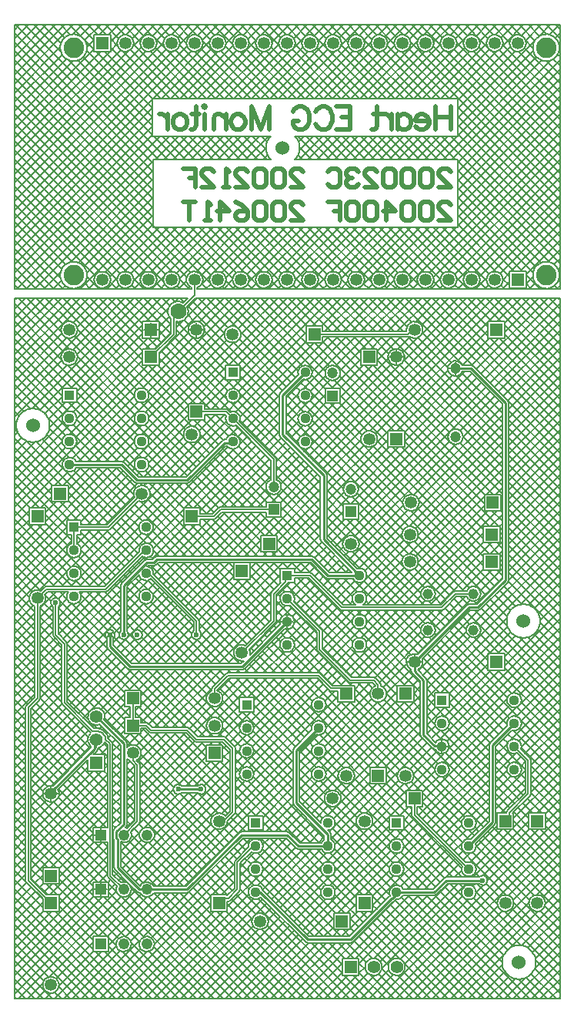
<source format=gbr>
G04*
G04 #@! TF.GenerationSoftware,Altium Limited,Altium Designer,23.2.1 (34)*
G04*
G04 Layer_Physical_Order=2*
G04 Layer_Color=16711680*
%FSLAX25Y25*%
%MOIN*%
G70*
G04*
G04 #@! TF.SameCoordinates,FD52DB97-2028-4BFA-9E6B-1C7D996C3806*
G04*
G04*
G04 #@! TF.FilePolarity,Positive*
G04*
G01*
G75*
%ADD12C,0.01000*%
%ADD13C,0.00500*%
%ADD21R,0.04724X0.04724*%
%ADD22C,0.04724*%
%ADD32C,0.00800*%
%ADD34C,0.07000*%
%ADD35C,0.06000*%
%ADD36C,0.05315*%
%ADD37R,0.05315X0.05315*%
%ADD38R,0.05315X0.05315*%
%ADD39R,0.04449X0.04449*%
%ADD40C,0.04449*%
%ADD41C,0.05512*%
%ADD42R,0.05512X0.05512*%
%ADD43R,0.05512X0.05512*%
%ADD44R,0.04795X0.04795*%
%ADD45C,0.04795*%
%ADD46C,0.04528*%
%ADD47C,0.08858*%
%ADD48C,0.02362*%
%ADD49C,0.02000*%
D12*
X197663Y241313D02*
X204724Y234252D01*
X218268D01*
X130519Y241313D02*
X197663D01*
X242126Y196850D02*
X265748Y220472D01*
X269685D01*
X246063Y165354D02*
Y188976D01*
Y165354D02*
X250925Y160492D01*
X253918D02*
X254055Y160354D01*
X250925Y160492D02*
X253918D01*
X242126Y192913D02*
Y196850D01*
Y192913D02*
X246063Y188976D01*
X275870Y127445D02*
Y160909D01*
X285315Y170354D01*
X265630Y117205D02*
X275870Y127445D01*
X234370Y96272D02*
Y97205D01*
X233234Y95135D02*
X234370Y96272D01*
X233234Y95074D02*
Y95135D01*
X232648Y94488D02*
X233234Y95074D01*
X232283Y94488D02*
X232648D01*
X214567Y76772D02*
X232283Y94488D01*
X195748Y76772D02*
X214567D01*
X175315Y97205D02*
X195748Y76772D01*
X173346Y97205D02*
X175315D01*
X191850Y117205D02*
X204606D01*
X187008Y122047D02*
X191850Y117205D01*
X167323Y122047D02*
X187008D01*
X143701Y98425D02*
X167323Y122047D01*
X126142Y98425D02*
X143701D01*
X204466Y117345D02*
Y122305D01*
Y117345D02*
X204606Y117205D01*
X190945Y158661D02*
X200669Y168386D01*
X190945Y135827D02*
Y158661D01*
Y135827D02*
X204466Y122305D01*
X122772Y98425D02*
X126142D01*
X112902Y120640D02*
X113455Y120087D01*
X112902Y123455D02*
X116142Y126695D01*
X113455Y107743D02*
Y120087D01*
X112902Y120640D02*
Y123455D01*
X113455Y107743D02*
X122772Y98425D01*
X116142Y126695D02*
Y161417D01*
X104331Y173228D02*
X116142Y161417D01*
X269685Y220472D02*
X281496Y232283D01*
X266732Y323819D02*
X281496Y309055D01*
Y232283D02*
Y309055D01*
X259842Y323819D02*
X266732D01*
X139764Y141732D02*
X149606D01*
X84646Y140469D02*
X103467Y159291D01*
X84646Y139764D02*
Y140469D01*
X103467Y159291D02*
Y162365D01*
X104331Y163228D01*
X110236Y203608D02*
Y208661D01*
Y203608D02*
X118963Y194882D01*
X167638D02*
X187008Y214252D01*
X118963Y194882D02*
X167638D01*
X116142Y208661D02*
Y229993D01*
X126113Y239965D01*
X129170D02*
X130519Y241313D01*
X126113Y239965D02*
X129170D01*
X159780Y291669D02*
X163087D01*
X163504Y292087D01*
X143701Y275590D02*
X159780Y291669D01*
X115309Y282244D02*
X121963Y275590D01*
X143701D01*
X92638Y282244D02*
X115309D01*
X202756Y249764D02*
Y277559D01*
Y249764D02*
X218268Y234252D01*
X185039Y312362D02*
X194764Y322087D01*
X185039Y295276D02*
Y312362D01*
Y295276D02*
X202756Y277559D01*
X255873Y102362D02*
X271654D01*
X234370Y97205D02*
X250715D01*
X255873Y102362D01*
X234252Y328740D02*
X235420D01*
D13*
X106844Y166089D02*
X105936Y166612D01*
X104934Y166918D01*
X103889Y166992D01*
X102854Y166831D01*
X108270Y163383D02*
X108077Y164416D01*
X107587Y165346D01*
X106844Y166089D01*
X259842Y323819D02*
Y326681D01*
X256980Y323819D02*
X259842D01*
Y320957D02*
Y323819D01*
X234252Y328740D02*
X237409D01*
X242126Y196850D02*
Y200008D01*
Y196850D02*
X245284D01*
X238968D02*
X242126D01*
X231095Y328740D02*
X234252D01*
Y331898D01*
Y325583D02*
Y328740D01*
X187008Y214252D02*
Y216976D01*
Y211528D02*
Y214252D01*
X189732D01*
X184283D02*
X187008D01*
X254055Y160354D02*
X256780D01*
X254055D02*
Y163079D01*
Y157630D02*
Y160354D01*
X147638Y340551D02*
X150795D01*
X147638D02*
Y343709D01*
Y337394D02*
Y340551D01*
X144480D02*
X147638D01*
X127953Y340551D02*
X131110D01*
X124795D02*
X127953D01*
Y343709D01*
Y337394D02*
Y340551D01*
X110236Y208661D02*
X111425Y209850D01*
X110236Y208661D02*
X111425Y207473D01*
X109047D02*
X110236Y208661D01*
X109047Y209850D02*
X110236Y208661D01*
X101075Y163228D02*
X104331D01*
Y159973D02*
Y163228D01*
X84646Y139764D02*
Y142921D01*
X106299Y122047D02*
Y124945D01*
X103402Y122047D02*
X106299D01*
Y119150D02*
Y122047D01*
X106142Y98425D02*
Y101323D01*
X103244Y98425D02*
X106142D01*
Y95528D02*
Y98425D01*
X109039D01*
X84646Y136606D02*
Y139764D01*
X87803D01*
X81488D02*
X84646D01*
X187008Y234252D02*
X196850D01*
X210630Y220472D02*
X253937D01*
X196850Y234252D02*
X210630Y220472D01*
X110236Y104331D02*
X116142Y98425D01*
X110236Y104331D02*
Y161417D01*
X108270Y163383D02*
X110236Y161417D01*
X102655Y167030D02*
X102854Y166831D01*
X242126Y130709D02*
X265630Y107205D01*
X242126Y131890D02*
Y137795D01*
X242126Y130709D02*
Y131890D01*
X242126Y131890D01*
X108268Y228346D02*
X125079Y245158D01*
X125866D01*
X128060Y234145D02*
X147638Y214567D01*
X94606Y255157D02*
X109488D01*
X94606Y245158D02*
Y255157D01*
X125866Y235157D02*
X126935D01*
X127947Y234145D01*
X128060D01*
X109488Y255157D02*
X124016Y269685D01*
X147638Y208661D02*
Y214567D01*
X82677Y228346D02*
X108268D01*
X78740Y224409D02*
X82677Y228346D01*
X181102Y214567D02*
Y226378D01*
X167323Y200787D02*
X181102Y214567D01*
X186295Y233539D02*
X187008Y234252D01*
X181102Y226378D02*
X186295Y231571D01*
Y233539D01*
X285315Y160354D02*
X291339Y154331D01*
Y139764D02*
Y154331D01*
X283185Y131610D02*
X291339Y139764D01*
X283185Y129642D02*
Y131610D01*
X281496Y127953D02*
X283185Y129642D01*
X157480Y127953D02*
X158402Y128874D01*
X160370D02*
X163386Y131890D01*
X158402Y128874D02*
X160370D01*
X165354Y110236D02*
X172323Y117205D01*
X173346D01*
X161426Y94497D02*
X165354Y98425D01*
Y110236D01*
X159458Y94497D02*
X161426D01*
X157480Y92520D02*
X159458Y94497D01*
X163386Y131890D02*
Y159449D01*
X159449Y163386D02*
X163386Y159449D01*
X147638Y163386D02*
X159449D01*
X143701Y167323D02*
X147638Y163386D01*
X127953Y167323D02*
X143701D01*
X125984Y169291D02*
X127953Y167323D01*
X120079Y169291D02*
X125984D01*
X86614Y208661D02*
Y222441D01*
Y208661D02*
X90551Y204724D01*
Y179134D02*
Y204724D01*
Y179134D02*
X102655Y167030D01*
X158120Y262795D02*
X181102D01*
X155167Y259842D02*
X158120Y262795D01*
X145669Y259842D02*
X155167D01*
X181102Y272638D02*
Y284488D01*
X163504Y302087D02*
X181102Y284488D01*
X127953Y328740D02*
X137795Y338583D01*
X146850Y355512D02*
Y362205D01*
X137795Y338583D02*
Y346457D01*
X146850Y355512D01*
X259842Y226378D02*
X267717D01*
X253937Y220472D02*
X259842Y226378D01*
X120079Y154276D02*
Y157480D01*
Y154276D02*
X122047Y152308D01*
Y127795D02*
Y152308D01*
X116299Y122047D02*
X122047Y127795D01*
X74803Y102362D02*
X84646Y92520D01*
X78740Y181102D02*
Y224409D01*
X74803Y102362D02*
Y177165D01*
X78740Y181102D01*
X259842Y293148D02*
Y294291D01*
X239276Y338583D02*
X241244Y340551D01*
X198819Y338583D02*
X239276D01*
X241244Y340551D02*
X242126D01*
X160472Y305118D02*
X163504Y302087D01*
X147638Y305118D02*
X160472D01*
X201020Y202233D02*
X214276Y188976D01*
X201020Y202233D02*
Y210240D01*
X187008Y224252D02*
X201020Y210240D01*
X214276Y188976D02*
X224409D01*
X226378Y183071D02*
Y187008D01*
X224409Y188976D02*
X226378Y187008D01*
X120079Y169291D02*
Y181102D01*
X206021Y185478D02*
X210191D01*
X212598Y183071D01*
X200554Y190945D02*
X206021Y185478D01*
X161320Y190945D02*
X200554D01*
X155512Y185137D02*
X161320Y190945D01*
X155512Y181102D02*
Y185137D01*
D21*
X181102Y262795D02*
D03*
X206693Y312008D02*
D03*
X214567Y261811D02*
D03*
D22*
X181102Y272638D02*
D03*
X206693Y321850D02*
D03*
X214567Y271654D02*
D03*
X259842Y294291D02*
D03*
Y323819D02*
D03*
D32*
X305026Y462598D02*
X304942Y463581D01*
X304694Y464535D01*
X304288Y465434D01*
X303736Y466251D01*
X303053Y466962D01*
X302261Y467549D01*
X301380Y467993D01*
X300437Y468281D01*
X299459Y468407D01*
X298474Y468365D01*
X297510Y468157D01*
X296595Y467789D01*
X295756Y467272D01*
X295016Y466621D01*
X294396Y465854D01*
X293915Y464993D01*
X293587Y464063D01*
X293420Y463091D01*
Y462105D01*
X293587Y461134D01*
X293915Y460204D01*
X294396Y459343D01*
X295016Y458576D01*
X295756Y457925D01*
X296595Y457408D01*
X297510Y457040D01*
X298474Y456832D01*
X299459Y456790D01*
X300437Y456916D01*
X301380Y457204D01*
X302261Y457648D01*
X303053Y458235D01*
X303736Y458946D01*
X304288Y459763D01*
X304694Y460662D01*
X304942Y461616D01*
X305026Y462598D01*
X290408Y464567D02*
X290264Y465569D01*
X289843Y466490D01*
X289180Y467255D01*
X288328Y467803D01*
X287357Y468088D01*
X286344D01*
X285373Y467803D01*
X284521Y467255D01*
X283858Y466490D01*
X283437Y465569D01*
X283293Y464567D01*
X283437Y463565D01*
X283858Y462644D01*
X284521Y461878D01*
X285373Y461331D01*
X286344Y461046D01*
X287357D01*
X288328Y461331D01*
X289180Y461878D01*
X289843Y462644D01*
X290264Y463565D01*
X290408Y464567D01*
X280408D02*
X280264Y465569D01*
X279843Y466490D01*
X279180Y467255D01*
X278328Y467803D01*
X277357Y468088D01*
X276344D01*
X275373Y467803D01*
X274521Y467255D01*
X273858Y466490D01*
X273437Y465569D01*
X273293Y464567D01*
X273437Y463565D01*
X273858Y462644D01*
X274521Y461878D01*
X275373Y461331D01*
X276344Y461046D01*
X277357D01*
X278328Y461331D01*
X279180Y461878D01*
X279843Y462644D01*
X280264Y463565D01*
X280408Y464567D01*
X270408D02*
X270264Y465569D01*
X269843Y466490D01*
X269180Y467255D01*
X268328Y467803D01*
X267357Y468088D01*
X266344D01*
X265373Y467803D01*
X264521Y467255D01*
X263858Y466490D01*
X263437Y465569D01*
X263293Y464567D01*
X263437Y463565D01*
X263858Y462644D01*
X264521Y461878D01*
X265373Y461331D01*
X266344Y461046D01*
X267357D01*
X268328Y461331D01*
X269180Y461878D01*
X269843Y462644D01*
X270264Y463565D01*
X270408Y464567D01*
X260408D02*
X260264Y465569D01*
X259843Y466490D01*
X259180Y467255D01*
X258328Y467803D01*
X257357Y468088D01*
X256344D01*
X255373Y467803D01*
X254521Y467255D01*
X253858Y466490D01*
X253437Y465569D01*
X253293Y464567D01*
X253437Y463565D01*
X253858Y462644D01*
X254521Y461878D01*
X255373Y461331D01*
X256344Y461046D01*
X257357D01*
X258328Y461331D01*
X259180Y461878D01*
X259843Y462644D01*
X260264Y463565D01*
X260408Y464567D01*
X250408D02*
X250264Y465569D01*
X249843Y466490D01*
X249180Y467255D01*
X248328Y467803D01*
X247357Y468088D01*
X246344D01*
X245373Y467803D01*
X244521Y467255D01*
X243858Y466490D01*
X243437Y465569D01*
X243293Y464567D01*
X243437Y463565D01*
X243858Y462644D01*
X244521Y461878D01*
X245373Y461331D01*
X246344Y461046D01*
X247357D01*
X248328Y461331D01*
X249180Y461878D01*
X249843Y462644D01*
X250264Y463565D01*
X250408Y464567D01*
X240408D02*
X240264Y465569D01*
X239843Y466490D01*
X239180Y467255D01*
X238328Y467803D01*
X237357Y468088D01*
X236344D01*
X235373Y467803D01*
X234521Y467255D01*
X233858Y466490D01*
X233437Y465569D01*
X233293Y464567D01*
X233437Y463565D01*
X233858Y462644D01*
X234521Y461878D01*
X235373Y461331D01*
X236344Y461046D01*
X237357D01*
X238328Y461331D01*
X239180Y461878D01*
X239843Y462644D01*
X240264Y463565D01*
X240408Y464567D01*
X230408D02*
X230264Y465569D01*
X229843Y466490D01*
X229180Y467255D01*
X228328Y467803D01*
X227357Y468088D01*
X226344D01*
X225373Y467803D01*
X224521Y467255D01*
X223858Y466490D01*
X223437Y465569D01*
X223293Y464567D01*
X223437Y463565D01*
X223858Y462644D01*
X224521Y461878D01*
X225373Y461331D01*
X226344Y461046D01*
X227357D01*
X228328Y461331D01*
X229180Y461878D01*
X229843Y462644D01*
X230264Y463565D01*
X230408Y464567D01*
X220408D02*
X220264Y465569D01*
X219843Y466490D01*
X219180Y467255D01*
X218328Y467803D01*
X217357Y468088D01*
X216344D01*
X215373Y467803D01*
X214521Y467255D01*
X213858Y466490D01*
X213437Y465569D01*
X213293Y464567D01*
X213437Y463565D01*
X213858Y462644D01*
X214521Y461878D01*
X215373Y461331D01*
X216344Y461046D01*
X217357D01*
X218328Y461331D01*
X219180Y461878D01*
X219843Y462644D01*
X220264Y463565D01*
X220408Y464567D01*
X210408D02*
X210264Y465569D01*
X209843Y466490D01*
X209180Y467255D01*
X208328Y467803D01*
X207357Y468088D01*
X206344D01*
X205373Y467803D01*
X204521Y467255D01*
X203858Y466490D01*
X203437Y465569D01*
X203293Y464567D01*
X203437Y463565D01*
X203858Y462644D01*
X204521Y461878D01*
X205373Y461331D01*
X206344Y461046D01*
X207357D01*
X208328Y461331D01*
X209180Y461878D01*
X209843Y462644D01*
X210264Y463565D01*
X210408Y464567D01*
X200408D02*
X200264Y465569D01*
X199843Y466490D01*
X199180Y467255D01*
X198328Y467803D01*
X197357Y468088D01*
X196344D01*
X195373Y467803D01*
X194521Y467255D01*
X193858Y466490D01*
X193437Y465569D01*
X193293Y464567D01*
X193437Y463565D01*
X193858Y462644D01*
X194521Y461878D01*
X195373Y461331D01*
X196344Y461046D01*
X197357D01*
X198328Y461331D01*
X199180Y461878D01*
X199843Y462644D01*
X200264Y463565D01*
X200408Y464567D01*
X192329Y419291D02*
X192271Y420209D01*
X192098Y421111D01*
X191813Y421985D01*
X191421Y422816D01*
X190927Y423590D01*
X190339Y424297D01*
Y414286D02*
X190927Y414992D01*
X191421Y415767D01*
X191813Y416598D01*
X192098Y417472D01*
X192271Y418374D01*
X192329Y419291D01*
X305026Y364173D02*
X304942Y365156D01*
X304694Y366110D01*
X304288Y367008D01*
X303736Y367825D01*
X303053Y368537D01*
X302261Y369124D01*
X301380Y369567D01*
X300437Y369856D01*
X299459Y369981D01*
X298474Y369939D01*
X297510Y369732D01*
X296595Y369364D01*
X295756Y368847D01*
X295016Y368196D01*
X294396Y367429D01*
X293915Y366568D01*
X293587Y365638D01*
X293420Y364666D01*
Y363680D01*
X293587Y362708D01*
X293915Y361779D01*
X294396Y360918D01*
X295016Y360151D01*
X295756Y359499D01*
X296595Y358982D01*
X297510Y358615D01*
X298474Y358407D01*
X299459Y358365D01*
X300437Y358490D01*
X301380Y358779D01*
X302261Y359223D01*
X303053Y359809D01*
X303736Y360521D01*
X304288Y361338D01*
X304694Y362237D01*
X304942Y363191D01*
X305026Y364173D01*
X280408Y362205D02*
X280264Y363207D01*
X279843Y364128D01*
X279180Y364893D01*
X278328Y365441D01*
X277357Y365726D01*
X276344D01*
X275373Y365441D01*
X274521Y364893D01*
X273858Y364128D01*
X273437Y363207D01*
X273293Y362205D01*
X273437Y361203D01*
X273858Y360281D01*
X274521Y359516D01*
X275373Y358969D01*
X276344Y358683D01*
X277357D01*
X278328Y358969D01*
X279180Y359516D01*
X279843Y360281D01*
X280264Y361203D01*
X280408Y362205D01*
X270408D02*
X270264Y363207D01*
X269843Y364128D01*
X269180Y364893D01*
X268328Y365441D01*
X267357Y365726D01*
X266344D01*
X265373Y365441D01*
X264521Y364893D01*
X263858Y364128D01*
X263437Y363207D01*
X263293Y362205D01*
X263437Y361203D01*
X263858Y360281D01*
X264521Y359516D01*
X265373Y358969D01*
X266344Y358683D01*
X267357D01*
X268328Y358969D01*
X269180Y359516D01*
X269843Y360281D01*
X270264Y361203D01*
X270408Y362205D01*
X250408D02*
X250264Y363207D01*
X249843Y364128D01*
X249180Y364893D01*
X248328Y365441D01*
X247357Y365726D01*
X246344D01*
X245373Y365441D01*
X244521Y364893D01*
X243858Y364128D01*
X243437Y363207D01*
X243293Y362205D01*
X243437Y361203D01*
X243858Y360281D01*
X244521Y359516D01*
X245373Y358969D01*
X246344Y358683D01*
X247357D01*
X248328Y358969D01*
X249180Y359516D01*
X249843Y360281D01*
X250264Y361203D01*
X250408Y362205D01*
X230408D02*
X230264Y363207D01*
X229843Y364128D01*
X229180Y364893D01*
X228328Y365441D01*
X227357Y365726D01*
X226344D01*
X225373Y365441D01*
X224521Y364893D01*
X223858Y364128D01*
X223437Y363207D01*
X223293Y362205D01*
X223437Y361203D01*
X223858Y360281D01*
X224521Y359516D01*
X225373Y358969D01*
X226344Y358683D01*
X227357D01*
X228328Y358969D01*
X229180Y359516D01*
X229843Y360281D01*
X230264Y361203D01*
X230408Y362205D01*
X220408D02*
X220264Y363207D01*
X219843Y364128D01*
X219180Y364893D01*
X218328Y365441D01*
X217357Y365726D01*
X216344D01*
X215373Y365441D01*
X214521Y364893D01*
X213858Y364128D01*
X213437Y363207D01*
X213293Y362205D01*
X213437Y361203D01*
X213858Y360281D01*
X214521Y359516D01*
X215373Y358969D01*
X216344Y358683D01*
X217357D01*
X218328Y358969D01*
X219180Y359516D01*
X219843Y360281D01*
X220264Y361203D01*
X220408Y362205D01*
X210408D02*
X210264Y363207D01*
X209843Y364128D01*
X209180Y364893D01*
X208328Y365441D01*
X207357Y365726D01*
X206344D01*
X205373Y365441D01*
X204521Y364893D01*
X203858Y364128D01*
X203437Y363207D01*
X203293Y362205D01*
X203437Y361203D01*
X203858Y360281D01*
X204521Y359516D01*
X205373Y358969D01*
X206344Y358683D01*
X207357D01*
X208328Y358969D01*
X209180Y359516D01*
X209843Y360281D01*
X210264Y361203D01*
X210408Y362205D01*
X200408D02*
X200264Y363207D01*
X199843Y364128D01*
X199180Y364893D01*
X198328Y365441D01*
X197357Y365726D01*
X196344D01*
X195373Y365441D01*
X194521Y364893D01*
X193858Y364128D01*
X193437Y363207D01*
X193293Y362205D01*
X193437Y361203D01*
X193858Y360281D01*
X194521Y359516D01*
X195373Y358969D01*
X196344Y358683D01*
X197357D01*
X198328Y358969D01*
X199180Y359516D01*
X199843Y360281D01*
X200264Y361203D01*
X200408Y362205D01*
X260408D02*
X260264Y363207D01*
X259843Y364128D01*
X259180Y364893D01*
X258328Y365441D01*
X257357Y365726D01*
X256344D01*
X255373Y365441D01*
X254521Y364893D01*
X253858Y364128D01*
X253437Y363207D01*
X253293Y362205D01*
X253437Y361203D01*
X253858Y360281D01*
X254521Y359516D01*
X255373Y358969D01*
X256344Y358683D01*
X257357D01*
X258328Y358969D01*
X259180Y359516D01*
X259843Y360281D01*
X260264Y361203D01*
X260408Y362205D01*
X240408D02*
X240264Y363207D01*
X239843Y364128D01*
X239180Y364893D01*
X238328Y365441D01*
X237357Y365726D01*
X236344D01*
X235373Y365441D01*
X234521Y364893D01*
X233858Y364128D01*
X233437Y363207D01*
X233293Y362205D01*
X233437Y361203D01*
X233858Y360281D01*
X234521Y359516D01*
X235373Y358969D01*
X236344Y358683D01*
X237357D01*
X238328Y358969D01*
X239180Y359516D01*
X239843Y360281D01*
X240264Y361203D01*
X240408Y362205D01*
X190408Y464567D02*
X190264Y465569D01*
X189843Y466490D01*
X189180Y467255D01*
X188328Y467803D01*
X187357Y468088D01*
X186344D01*
X185373Y467803D01*
X184521Y467255D01*
X183858Y466490D01*
X183437Y465569D01*
X183293Y464567D01*
X183437Y463565D01*
X183858Y462644D01*
X184521Y461878D01*
X185373Y461331D01*
X186344Y461046D01*
X187357D01*
X188328Y461331D01*
X189180Y461878D01*
X189843Y462644D01*
X190264Y463565D01*
X190408Y464567D01*
X180408D02*
X180264Y465569D01*
X179843Y466490D01*
X179180Y467255D01*
X178328Y467803D01*
X177357Y468088D01*
X176344D01*
X175373Y467803D01*
X174521Y467255D01*
X173858Y466490D01*
X173437Y465569D01*
X173293Y464567D01*
X173437Y463565D01*
X173858Y462644D01*
X174521Y461878D01*
X175373Y461331D01*
X176344Y461046D01*
X177357D01*
X178328Y461331D01*
X179180Y461878D01*
X179843Y462644D01*
X180264Y463565D01*
X180408Y464567D01*
X170408D02*
X170264Y465569D01*
X169843Y466490D01*
X169180Y467255D01*
X168328Y467803D01*
X167357Y468088D01*
X166344D01*
X165373Y467803D01*
X164521Y467255D01*
X163858Y466490D01*
X163437Y465569D01*
X163293Y464567D01*
X163437Y463565D01*
X163858Y462644D01*
X164521Y461878D01*
X165373Y461331D01*
X166344Y461046D01*
X167357D01*
X168328Y461331D01*
X169180Y461878D01*
X169843Y462644D01*
X170264Y463565D01*
X170408Y464567D01*
X160408D02*
X160264Y465569D01*
X159843Y466490D01*
X159180Y467255D01*
X158328Y467803D01*
X157357Y468088D01*
X156344D01*
X155373Y467803D01*
X154521Y467255D01*
X153858Y466490D01*
X153437Y465569D01*
X153293Y464567D01*
X153437Y463565D01*
X153858Y462644D01*
X154521Y461878D01*
X155373Y461331D01*
X156344Y461046D01*
X157357D01*
X158328Y461331D01*
X159180Y461878D01*
X159843Y462644D01*
X160264Y463565D01*
X160408Y464567D01*
X179740Y424297D02*
X179103Y423523D01*
X178579Y422668D01*
X178177Y421750D01*
X177904Y420785D01*
X177767Y419793D01*
Y418790D01*
X177904Y417797D01*
X178177Y416833D01*
X178579Y415914D01*
X179103Y415060D01*
X179740Y414286D01*
X140408Y464567D02*
X140264Y465569D01*
X139843Y466490D01*
X139180Y467255D01*
X138328Y467803D01*
X137357Y468088D01*
X136344D01*
X135373Y467803D01*
X134521Y467255D01*
X133858Y466490D01*
X133437Y465569D01*
X133293Y464567D01*
X133437Y463565D01*
X133858Y462644D01*
X134521Y461878D01*
X135373Y461331D01*
X136344Y461046D01*
X137357D01*
X138328Y461331D01*
X139180Y461878D01*
X139843Y462644D01*
X140264Y463565D01*
X140408Y464567D01*
X150408D02*
X150264Y465569D01*
X149843Y466490D01*
X149180Y467255D01*
X148328Y467803D01*
X147357Y468088D01*
X146344D01*
X145373Y467803D01*
X144521Y467255D01*
X143858Y466490D01*
X143437Y465569D01*
X143293Y464567D01*
X143437Y463565D01*
X143858Y462644D01*
X144521Y461878D01*
X145373Y461331D01*
X146344Y461046D01*
X147357D01*
X148328Y461331D01*
X149180Y461878D01*
X149843Y462644D01*
X150264Y463565D01*
X150408Y464567D01*
X120408D02*
X120264Y465569D01*
X119843Y466490D01*
X119180Y467255D01*
X118328Y467803D01*
X117357Y468088D01*
X116344D01*
X115373Y467803D01*
X114521Y467255D01*
X113858Y466490D01*
X113437Y465569D01*
X113293Y464567D01*
X113437Y463565D01*
X113858Y462644D01*
X114521Y461878D01*
X115373Y461331D01*
X116344Y461046D01*
X117357D01*
X118328Y461331D01*
X119180Y461878D01*
X119843Y462644D01*
X120264Y463565D01*
X120408Y464567D01*
X130408D02*
X130264Y465569D01*
X129843Y466490D01*
X129180Y467255D01*
X128328Y467803D01*
X127357Y468088D01*
X126344D01*
X125373Y467803D01*
X124521Y467255D01*
X123858Y466490D01*
X123437Y465569D01*
X123293Y464567D01*
X123437Y463565D01*
X123858Y462644D01*
X124521Y461878D01*
X125373Y461331D01*
X126344Y461046D01*
X127357D01*
X128328Y461331D01*
X129180Y461878D01*
X129843Y462644D01*
X130264Y463565D01*
X130408Y464567D01*
X100302Y462598D02*
X100218Y463581D01*
X99970Y464535D01*
X99563Y465434D01*
X99011Y466251D01*
X98329Y466962D01*
X97536Y467549D01*
X96656Y467993D01*
X95713Y468281D01*
X94735Y468407D01*
X93750Y468365D01*
X92786Y468157D01*
X91871Y467789D01*
X91031Y467272D01*
X90291Y466621D01*
X89672Y465854D01*
X89191Y464993D01*
X88862Y464063D01*
X88696Y463091D01*
Y462105D01*
X88862Y461134D01*
X89191Y460204D01*
X89672Y459343D01*
X90291Y458576D01*
X91031Y457925D01*
X91871Y457408D01*
X92786Y457040D01*
X93750Y456832D01*
X94735Y456790D01*
X95713Y456916D01*
X96656Y457204D01*
X97536Y457648D01*
X98329Y458235D01*
X99011Y458946D01*
X99563Y459763D01*
X99970Y460662D01*
X100218Y461616D01*
X100302Y462598D01*
X180408Y362205D02*
X180264Y363207D01*
X179843Y364128D01*
X179180Y364893D01*
X178328Y365441D01*
X177357Y365726D01*
X176344D01*
X175373Y365441D01*
X174521Y364893D01*
X173858Y364128D01*
X173437Y363207D01*
X173293Y362205D01*
X173437Y361203D01*
X173858Y360281D01*
X174521Y359516D01*
X175373Y358969D01*
X176344Y358683D01*
X177357D01*
X178328Y358969D01*
X179180Y359516D01*
X179843Y360281D01*
X180264Y361203D01*
X180408Y362205D01*
X170408D02*
X170264Y363207D01*
X169843Y364128D01*
X169180Y364893D01*
X168328Y365441D01*
X167357Y365726D01*
X166344D01*
X165373Y365441D01*
X164521Y364893D01*
X163858Y364128D01*
X163437Y363207D01*
X163293Y362205D01*
X163437Y361203D01*
X163858Y360281D01*
X164521Y359516D01*
X165373Y358969D01*
X166344Y358683D01*
X167357D01*
X168328Y358969D01*
X169180Y359516D01*
X169843Y360281D01*
X170264Y361203D01*
X170408Y362205D01*
X190408D02*
X190264Y363207D01*
X189843Y364128D01*
X189180Y364893D01*
X188328Y365441D01*
X187357Y365726D01*
X186344D01*
X185373Y365441D01*
X184521Y364893D01*
X183858Y364128D01*
X183437Y363207D01*
X183293Y362205D01*
X183437Y361203D01*
X183858Y360281D01*
X184521Y359516D01*
X185373Y358969D01*
X186344Y358683D01*
X187357D01*
X188328Y358969D01*
X189180Y359516D01*
X189843Y360281D01*
X190264Y361203D01*
X190408Y362205D01*
X148000Y358838D02*
X148974Y359350D01*
X149744Y360135D01*
X150238Y361118D01*
X150408Y362205D01*
X160408D02*
X160264Y363207D01*
X159843Y364128D01*
X159180Y364893D01*
X158328Y365441D01*
X157357Y365726D01*
X156344D01*
X155373Y365441D01*
X154521Y364893D01*
X153858Y364128D01*
X153437Y363207D01*
X153293Y362205D01*
X153437Y361203D01*
X153858Y360281D01*
X154521Y359516D01*
X155373Y358969D01*
X156344Y358683D01*
X157357D01*
X158328Y358969D01*
X159180Y359516D01*
X159843Y360281D01*
X160264Y361203D01*
X160408Y362205D01*
X150408D02*
X150275Y363167D01*
X149887Y364058D01*
X149273Y364810D01*
X148477Y365368D01*
X147561Y365691D01*
X146591Y365753D01*
X145641Y365550D01*
X144781Y365098D01*
X144075Y364431D01*
X143577Y363597D01*
X143322Y362659D01*
X143331Y361688D01*
X143602Y360755D01*
X144115Y359930D01*
X144833Y359275D01*
X145700Y358838D01*
X140408Y362205D02*
X140264Y363207D01*
X139843Y364128D01*
X139180Y364893D01*
X138328Y365441D01*
X137357Y365726D01*
X136344D01*
X135373Y365441D01*
X134521Y364893D01*
X133858Y364128D01*
X133437Y363207D01*
X133293Y362205D01*
X133437Y361203D01*
X133858Y360281D01*
X134521Y359516D01*
X135373Y358969D01*
X136344Y358683D01*
X137357D01*
X138328Y358969D01*
X139180Y359516D01*
X139843Y360281D01*
X140264Y361203D01*
X140408Y362205D01*
X130408D02*
X130264Y363207D01*
X129843Y364128D01*
X129180Y364893D01*
X128328Y365441D01*
X127357Y365726D01*
X126344D01*
X125373Y365441D01*
X124521Y364893D01*
X123858Y364128D01*
X123437Y363207D01*
X123293Y362205D01*
X123437Y361203D01*
X123858Y360281D01*
X124521Y359516D01*
X125373Y358969D01*
X126344Y358683D01*
X127357D01*
X128328Y358969D01*
X129180Y359516D01*
X129843Y360281D01*
X130264Y361203D01*
X130408Y362205D01*
X120408D02*
X120264Y363207D01*
X119843Y364128D01*
X119180Y364893D01*
X118328Y365441D01*
X117357Y365726D01*
X116344D01*
X115373Y365441D01*
X114521Y364893D01*
X113858Y364128D01*
X113437Y363207D01*
X113293Y362205D01*
X113437Y361203D01*
X113858Y360281D01*
X114521Y359516D01*
X115373Y358969D01*
X116344Y358683D01*
X117357D01*
X118328Y358969D01*
X119180Y359516D01*
X119843Y360281D01*
X120264Y361203D01*
X120408Y362205D01*
X110408D02*
X110264Y363207D01*
X109843Y364128D01*
X109180Y364893D01*
X108328Y365441D01*
X107357Y365726D01*
X106344D01*
X105373Y365441D01*
X104521Y364893D01*
X103858Y364128D01*
X103437Y363207D01*
X103293Y362205D01*
X103437Y361203D01*
X103858Y360281D01*
X104521Y359516D01*
X105373Y358969D01*
X106344Y358683D01*
X107357D01*
X108328Y358969D01*
X109180Y359516D01*
X109843Y360281D01*
X110264Y361203D01*
X110408Y362205D01*
X100302Y364173D02*
X100218Y365156D01*
X99970Y366110D01*
X99563Y367008D01*
X99011Y367825D01*
X98329Y368537D01*
X97536Y369124D01*
X96656Y369567D01*
X95713Y369856D01*
X94735Y369981D01*
X93750Y369939D01*
X92786Y369732D01*
X91871Y369364D01*
X91031Y368847D01*
X90291Y368196D01*
X89672Y367429D01*
X89191Y366568D01*
X88862Y365638D01*
X88696Y364666D01*
Y363680D01*
X88862Y362708D01*
X89191Y361779D01*
X89672Y360918D01*
X90291Y360151D01*
X91031Y359499D01*
X91871Y358982D01*
X92786Y358615D01*
X93750Y358407D01*
X94735Y358365D01*
X95713Y358490D01*
X96656Y358779D01*
X97536Y359223D01*
X98329Y359809D01*
X99011Y360521D01*
X99563Y361338D01*
X99970Y362237D01*
X100218Y363191D01*
X100302Y364173D01*
X267722Y324809D02*
X266732Y325219D01*
X267722Y324809D02*
X266732Y325219D01*
X282896Y309055D02*
X282486Y310045D01*
X282896Y309055D02*
X282486Y310045D01*
X262789Y325219D02*
X262244Y326027D01*
X261485Y326637D01*
X260579Y326997D01*
X259608Y327073D01*
X258658Y326858D01*
X257813Y326373D01*
X257149Y325660D01*
X256726Y324782D01*
X256580Y323819D01*
X256726Y322855D01*
X257149Y321978D01*
X257813Y321265D01*
X258658Y320779D01*
X259608Y320565D01*
X260579Y320641D01*
X261485Y321000D01*
X262244Y321611D01*
X262789Y322419D01*
X245684Y340551D02*
X245544Y341538D01*
X245136Y342448D01*
X244491Y343208D01*
X243661Y343760D01*
X242710Y344060D01*
X241714Y344085D01*
X240750Y343832D01*
X239894Y343321D01*
X239213Y342593D01*
X238761Y341704D01*
X238573Y340725D01*
X238664Y339733D01*
X240006Y337694D02*
X240865Y337225D01*
X241820Y337007D01*
X242798Y337058D01*
X243725Y337373D01*
X244531Y337930D01*
X245155Y338685D01*
X245549Y339581D01*
X245684Y340551D01*
X239276Y337433D02*
X240006Y337694D01*
X239276Y337433D02*
X240006Y337694D01*
X237809Y328740D02*
X237665Y329742D01*
X237245Y330663D01*
X236582Y331429D01*
X235730Y331976D01*
X234758Y332261D01*
X233746D01*
X232774Y331976D01*
X231922Y331429D01*
X231259Y330663D01*
X230839Y329742D01*
X230695Y328740D01*
X230839Y327738D01*
X231259Y326817D01*
X231922Y326052D01*
X232774Y325504D01*
X233746Y325219D01*
X234758D01*
X235730Y325504D01*
X236582Y326052D01*
X237245Y326817D01*
X237665Y327738D01*
X237809Y328740D01*
X263105Y294291D02*
X262945Y295299D01*
X262482Y296209D01*
X261760Y296931D01*
X260851Y297394D01*
X259842Y297553D01*
X258834Y297394D01*
X257925Y296931D01*
X257203Y296209D01*
X256740Y295299D01*
X256580Y294291D01*
X256740Y293283D01*
X257203Y292374D01*
X257925Y291652D01*
X258834Y291189D01*
X259842Y291029D01*
X260851Y291189D01*
X261760Y291652D01*
X262482Y292374D01*
X262945Y293283D01*
X263105Y294291D01*
X244156Y265748D02*
X244012Y266750D01*
X243591Y267671D01*
X242928Y268437D01*
X242076Y268984D01*
X241105Y269269D01*
X240092D01*
X239121Y268984D01*
X238269Y268437D01*
X237606Y267671D01*
X237185Y266750D01*
X237041Y265748D01*
X237185Y264746D01*
X237606Y263825D01*
X238269Y263059D01*
X239121Y262512D01*
X240092Y262227D01*
X241105D01*
X242076Y262512D01*
X242928Y263059D01*
X243591Y263825D01*
X244012Y264746D01*
X244156Y265748D01*
X282486Y231294D02*
X282896Y232283D01*
X282486Y231294D02*
X282896Y232283D01*
X270880Y226378D02*
X270732Y227336D01*
X270300Y228204D01*
X269625Y228901D01*
X268771Y229361D01*
X267818Y229540D01*
X266856Y229422D01*
X265974Y229019D01*
X265256Y228367D01*
X264769Y227528D01*
X296660Y214567D02*
X296592Y215560D01*
X296390Y216534D01*
X296056Y217471D01*
X295599Y218355D01*
X295025Y219167D01*
X294346Y219895D01*
X293574Y220522D01*
X292724Y221039D01*
X291811Y221436D01*
X290853Y221704D01*
X289867Y221840D01*
X288873D01*
X287887Y221704D01*
X286929Y221436D01*
X286016Y221039D01*
X285166Y220522D01*
X284394Y219895D01*
X283715Y219167D01*
X283142Y218355D01*
X282684Y217471D01*
X282351Y216534D01*
X282148Y215560D01*
X282080Y214567D01*
X282148Y213574D01*
X282351Y212600D01*
X282684Y211663D01*
X283142Y210779D01*
X283715Y209966D01*
X284394Y209239D01*
X285166Y208611D01*
X286016Y208095D01*
X286929Y207698D01*
X287887Y207430D01*
X288873Y207294D01*
X289867Y207294D01*
X290853Y207430D01*
X291811Y207698D01*
X292724Y208095D01*
X293574Y208611D01*
X294346Y209239D01*
X295025Y209966D01*
X295599Y210779D01*
X296056Y211663D01*
X296390Y212600D01*
X296592Y213574D01*
X296660Y214567D01*
X269685Y219072D02*
X270675Y219482D01*
X264769Y225228D02*
X265256Y224389D01*
X265974Y223737D01*
X266856Y223334D01*
X267818Y223216D01*
X268771Y223395D01*
X269625Y223855D01*
X270300Y224551D01*
X270732Y225420D01*
X270880Y226378D01*
X265748Y221872D02*
X264758Y221462D01*
X265748Y221872D02*
X264758Y221462D01*
X269685Y219072D02*
X270675Y219482D01*
X270880Y210630D02*
X270725Y211608D01*
X270276Y212490D01*
X269576Y213190D01*
X268694Y213639D01*
X267717Y213794D01*
X266739Y213639D01*
X265857Y213190D01*
X265157Y212490D01*
X264708Y211608D01*
X264553Y210630D01*
X264708Y209652D01*
X265157Y208770D01*
X265857Y208070D01*
X266739Y207621D01*
X267717Y207466D01*
X268694Y207621D01*
X269576Y208070D01*
X270276Y208770D01*
X270725Y209652D01*
X270880Y210630D01*
X259842Y227528D02*
X259029Y227191D01*
X259842Y227528D02*
X259027Y227189D01*
X243715Y251969D02*
X243571Y252971D01*
X243150Y253892D01*
X242487Y254657D01*
X241635Y255205D01*
X240664Y255490D01*
X239651D01*
X238680Y255205D01*
X237828Y254657D01*
X237165Y253892D01*
X236744Y252971D01*
X236600Y251969D01*
X236744Y250966D01*
X237165Y250045D01*
X237828Y249280D01*
X238680Y248732D01*
X239651Y248447D01*
X240664D01*
X241635Y248732D01*
X242487Y249280D01*
X243150Y250045D01*
X243571Y250966D01*
X243715Y251969D01*
X251195Y226378D02*
X251040Y227356D01*
X250591Y228238D01*
X249891Y228938D01*
X249009Y229387D01*
X248031Y229542D01*
X247054Y229387D01*
X246172Y228938D01*
X245472Y228238D01*
X245023Y227356D01*
X244868Y226378D01*
X245023Y225400D01*
X245472Y224518D01*
X246172Y223818D01*
X247054Y223369D01*
X248031Y223214D01*
X249009Y223369D01*
X249891Y223818D01*
X250591Y224518D01*
X251040Y225400D01*
X251195Y226378D01*
X243715Y240158D02*
X243571Y241160D01*
X243150Y242081D01*
X242487Y242846D01*
X241635Y243393D01*
X240664Y243679D01*
X239651D01*
X238680Y243393D01*
X237828Y242846D01*
X237165Y242081D01*
X236744Y241160D01*
X236600Y240158D01*
X236744Y239155D01*
X237165Y238234D01*
X237828Y237469D01*
X238680Y236922D01*
X239651Y236636D01*
X240664D01*
X241635Y236922D01*
X242487Y237469D01*
X243150Y238234D01*
X243571Y239155D01*
X243715Y240158D01*
X253937Y219322D02*
X254752Y219661D01*
X253937Y219322D02*
X254750Y219659D01*
X251195Y210630D02*
X251040Y211608D01*
X250591Y212490D01*
X249891Y213190D01*
X249009Y213639D01*
X248031Y213794D01*
X247054Y213639D01*
X246172Y213190D01*
X245472Y212490D01*
X245023Y211608D01*
X244868Y210630D01*
X245023Y209652D01*
X245472Y208770D01*
X246172Y208070D01*
X247054Y207621D01*
X248031Y207466D01*
X249009Y207621D01*
X249891Y208070D01*
X250591Y208770D01*
X251040Y209652D01*
X251195Y210630D01*
X245684Y196850D02*
X245428Y198173D01*
X243526Y193580D02*
X244407Y194121D01*
X245095Y194891D01*
X245533Y195828D01*
X245684Y196850D01*
X243449Y200153D02*
X242472Y200391D01*
X241468Y200346D01*
X240517Y200023D01*
X239693Y199446D01*
X239065Y198662D01*
X238680Y197734D01*
X238570Y196735D01*
X238745Y195745D01*
X239189Y194843D01*
X239867Y194102D01*
X240726Y193580D01*
Y192913D02*
X241136Y191923D01*
X240726Y192913D02*
X241136Y191923D01*
X209955Y321850D02*
X209795Y322859D01*
X209332Y323768D01*
X208610Y324490D01*
X207701Y324953D01*
X206693Y325113D01*
X205685Y324953D01*
X204775Y324490D01*
X204054Y323768D01*
X203590Y322859D01*
X203431Y321850D01*
X203590Y320842D01*
X204054Y319933D01*
X204775Y319211D01*
X205685Y318748D01*
X206693Y318588D01*
X207701Y318748D01*
X208610Y319211D01*
X209332Y319933D01*
X209795Y320842D01*
X209955Y321850D01*
X225998Y293307D02*
X225854Y294309D01*
X225434Y295230D01*
X224771Y295996D01*
X223919Y296543D01*
X222947Y296828D01*
X221935D01*
X220963Y296543D01*
X220111Y295996D01*
X219448Y295230D01*
X219028Y294309D01*
X218883Y293307D01*
X219028Y292305D01*
X219448Y291384D01*
X220111Y290618D01*
X220963Y290071D01*
X221935Y289786D01*
X222947D01*
X223919Y290071D01*
X224771Y290618D01*
X225434Y291384D01*
X225854Y292305D01*
X225998Y293307D01*
X217829Y271654D02*
X217670Y272662D01*
X217206Y273571D01*
X216484Y274293D01*
X215575Y274756D01*
X214567Y274916D01*
X213559Y274756D01*
X212649Y274293D01*
X211928Y273571D01*
X211464Y272662D01*
X211305Y271654D01*
X211464Y270645D01*
X211928Y269736D01*
X212649Y269014D01*
X213559Y268551D01*
X214567Y268391D01*
X215575Y268551D01*
X216484Y269014D01*
X217206Y269736D01*
X217670Y270645D01*
X217829Y271654D01*
X218124Y248031D02*
X217980Y249034D01*
X217560Y249955D01*
X216897Y250720D01*
X216045Y251268D01*
X215073Y251553D01*
X214061D01*
X213089Y251268D01*
X212237Y250720D01*
X211574Y249955D01*
X211154Y249034D01*
X211010Y248031D01*
X211154Y247029D01*
X211574Y246108D01*
X212237Y245343D01*
X213089Y244795D01*
X214061Y244510D01*
X215073D01*
X216045Y244795D01*
X216897Y245343D01*
X217560Y246108D01*
X217980Y247029D01*
X218124Y248031D01*
X204156Y277559D02*
X203746Y278549D01*
X204156Y277559D02*
X203746Y278549D01*
X201356Y249764D02*
X201766Y248774D01*
X201356Y249764D02*
X201766Y248774D01*
X193779Y319122D02*
X194747Y318962D01*
X195716Y319111D01*
X196592Y319553D01*
X197287Y320245D01*
X197734Y321118D01*
X197888Y322087D01*
X197735Y323054D01*
X197289Y323926D01*
X196596Y324618D01*
X195722Y325060D01*
X194754Y325211D01*
X193788Y325055D01*
X192917Y324607D01*
X192227Y323911D01*
X191787Y323036D01*
X191639Y322068D01*
X191799Y321101D01*
X197888Y312087D02*
X197735Y313052D01*
X197292Y313923D01*
X196600Y314614D01*
X195729Y315058D01*
X194764Y315211D01*
X193798Y315058D01*
X192927Y314614D01*
X192236Y313923D01*
X191792Y313052D01*
X191639Y312087D01*
X191792Y311121D01*
X192236Y310250D01*
X192927Y309559D01*
X193798Y309115D01*
X194764Y308962D01*
X195729Y309115D01*
X196600Y309559D01*
X197292Y310250D01*
X197735Y311121D01*
X197888Y312087D01*
Y302087D02*
X197735Y303052D01*
X197292Y303923D01*
X196600Y304614D01*
X195729Y305058D01*
X194764Y305211D01*
X193798Y305058D01*
X192927Y304614D01*
X192236Y303923D01*
X191792Y303052D01*
X191639Y302087D01*
X191792Y301121D01*
X192236Y300250D01*
X192927Y299559D01*
X193798Y299115D01*
X194764Y298962D01*
X195729Y299115D01*
X196600Y299559D01*
X197292Y300250D01*
X197735Y301121D01*
X197888Y302087D01*
Y292087D02*
X197735Y293052D01*
X197292Y293923D01*
X196600Y294614D01*
X195729Y295058D01*
X194764Y295211D01*
X193798Y295058D01*
X192927Y294614D01*
X192236Y293923D01*
X191792Y293052D01*
X191639Y292087D01*
X191792Y291121D01*
X192236Y290250D01*
X192927Y289559D01*
X193798Y289115D01*
X194764Y288962D01*
X195729Y289115D01*
X196600Y289559D01*
X197292Y290250D01*
X197735Y291121D01*
X197888Y292087D01*
X184049Y313352D02*
X183639Y312362D01*
X184049Y313352D02*
X183639Y312362D01*
Y295276D02*
X184049Y294286D01*
X183639Y295276D02*
X184049Y294286D01*
X182252Y284488D02*
X181915Y285301D01*
X184365Y272638D02*
X184216Y273610D01*
X183785Y274494D01*
X183110Y275209D01*
X182252Y275691D01*
Y284488D02*
X181913Y285303D01*
X179952Y275691D02*
X179074Y275192D01*
X178390Y274449D01*
X177965Y273533D01*
X177842Y272530D01*
X178031Y271538D01*
X178515Y270652D01*
X179246Y269955D01*
X180156Y269516D01*
X181156Y269376D01*
X182151Y269549D01*
X183046Y270018D01*
X183754Y270738D01*
X184208Y271640D01*
X184365Y272638D01*
X215475Y232852D02*
X216089Y232012D01*
X216946Y231421D01*
X217949Y231144D01*
X218987Y231211D01*
X219946Y231616D01*
X220718Y232314D01*
X221219Y233226D01*
X221392Y234252D01*
X221238Y235221D01*
X220791Y236094D01*
X220096Y236786D01*
X219220Y237228D01*
X218250Y237376D01*
X217283Y237217D01*
X219955Y221622D02*
X220723Y222320D01*
X221220Y223229D01*
X221392Y224252D01*
X198653Y242303D02*
X197663Y242713D01*
X198653Y242303D02*
X197663Y242713D01*
X203734Y233262D02*
X204724Y232852D01*
X197666Y235063D02*
X196850Y235402D01*
X203734Y233262D02*
X204724Y232852D01*
X197664Y235065D02*
X196850Y235402D01*
X221392Y224252D02*
X221235Y225231D01*
X220779Y226111D01*
X220070Y226804D01*
X219180Y227240D01*
X218198Y227376D01*
X217223Y227197D01*
X216354Y226721D01*
X215676Y225997D01*
X215260Y225098D01*
X215146Y224113D01*
X215347Y223142D01*
X215842Y222283D01*
X216580Y221622D01*
X221392Y214252D02*
X221239Y215217D01*
X220795Y216089D01*
X220104Y216780D01*
X219233Y217224D01*
X218268Y217376D01*
X217302Y217224D01*
X216431Y216780D01*
X215740Y216089D01*
X215296Y215217D01*
X215143Y214252D01*
X215296Y213286D01*
X215740Y212416D01*
X216431Y211724D01*
X217302Y211280D01*
X218268Y211128D01*
X219233Y211280D01*
X220104Y211724D01*
X220795Y212416D01*
X221239Y213286D01*
X221392Y214252D01*
Y204252D02*
X221239Y205218D01*
X220795Y206088D01*
X220104Y206780D01*
X219233Y207224D01*
X218268Y207376D01*
X217302Y207224D01*
X216431Y206780D01*
X215740Y206088D01*
X215296Y205218D01*
X215143Y204252D01*
X215296Y203287D01*
X215740Y202415D01*
X216431Y201724D01*
X217302Y201280D01*
X218268Y201128D01*
X219233Y201280D01*
X220104Y201724D01*
X220795Y202415D01*
X221239Y203287D01*
X221392Y204252D01*
X209815Y219661D02*
X210630Y219322D01*
X209817Y219659D02*
X210630Y219322D01*
X202170Y210240D02*
X201833Y211053D01*
X202170Y210240D02*
X201831Y211055D01*
X201367Y191758D02*
X200554Y192095D01*
X201370Y191756D02*
X200554Y192095D01*
X199870Y202233D02*
X200207Y201419D01*
X199870Y202233D02*
X200209Y201417D01*
X187108Y230757D02*
X187356Y231128D01*
X187106Y230755D02*
X187356Y231128D01*
X189875Y223011D02*
X190132Y224252D01*
X189974Y225235D01*
X189514Y226118D01*
X188799Y226812D01*
X187903Y227245D01*
X186916Y227375D01*
X185938Y227187D01*
X185069Y226702D01*
X184396Y225967D01*
X183989Y225059D01*
X183889Y224068D01*
X184105Y223096D01*
X184616Y222241D01*
X185370Y221591D01*
X186291Y221211D01*
X187284Y221140D01*
X188249Y221385D01*
X180291Y227193D02*
X179952Y226378D01*
X180289Y227191D02*
X179952Y226378D01*
X190132Y214252D02*
X189979Y215219D01*
X189533Y216091D01*
X188840Y216783D01*
X187966Y217226D01*
X186998Y217376D01*
X186032Y217220D01*
X185161Y216772D01*
X184471Y216076D01*
X184031Y215201D01*
X183884Y214233D01*
X184043Y213267D01*
X186023Y211287D02*
X186991Y211128D01*
X187960Y211276D01*
X188836Y211718D01*
X189532Y212410D01*
X189978Y213283D01*
X190132Y214252D01*
Y204252D02*
X189979Y205218D01*
X189536Y206088D01*
X188844Y206780D01*
X187973Y207224D01*
X187008Y207376D01*
X186042Y207224D01*
X185171Y206780D01*
X184480Y206088D01*
X184036Y205218D01*
X183884Y204252D01*
X184036Y203287D01*
X184480Y202415D01*
X185171Y201724D01*
X186042Y201280D01*
X187008Y201128D01*
X187973Y201280D01*
X188844Y201724D01*
X189536Y202415D01*
X189979Y203287D01*
X190132Y204252D01*
X181913Y213752D02*
X182252Y214567D01*
X181915Y213754D02*
X182252Y214567D01*
X170797Y200021D02*
X170880Y200787D01*
X170788Y201592D01*
X170517Y202355D01*
X292489Y154331D02*
X292150Y155146D01*
X288439Y180354D02*
X288286Y181320D01*
X287843Y182191D01*
X287151Y182882D01*
X286280Y183326D01*
X285315Y183479D01*
X284349Y183326D01*
X283478Y182882D01*
X282787Y182191D01*
X282344Y181320D01*
X282190Y180354D01*
X282344Y179389D01*
X282787Y178518D01*
X283478Y177827D01*
X284349Y177383D01*
X285315Y177230D01*
X286280Y177383D01*
X287151Y177827D01*
X287843Y178518D01*
X288286Y179389D01*
X288439Y180354D01*
Y170354D02*
X288286Y171322D01*
X287841Y172194D01*
X287147Y172885D01*
X286273Y173328D01*
X285306Y173479D01*
X284339Y173322D01*
X283468Y172874D01*
X282779Y172179D01*
X282338Y171304D01*
X282191Y170335D01*
X282350Y169369D01*
X284330Y167389D02*
X285298Y167230D01*
X286267Y167379D01*
X287143Y167821D01*
X287839Y168512D01*
X288285Y169386D01*
X288439Y170354D01*
Y160354D02*
X288281Y161337D01*
X287821Y162221D01*
X287106Y162914D01*
X286210Y163348D01*
X285223Y163477D01*
X284245Y163290D01*
X283376Y162804D01*
X282703Y162070D01*
X282296Y161161D01*
X282196Y160170D01*
X282412Y159198D01*
X282923Y158344D01*
X283677Y157694D01*
X284598Y157313D01*
X285591Y157242D01*
X286556Y157487D01*
X288182Y159113D02*
X288439Y160354D01*
X274880Y161899D02*
X274470Y160909D01*
X274880Y161899D02*
X274470Y160909D01*
X292489Y154331D02*
X292152Y155144D01*
X288439Y150354D02*
X288286Y151320D01*
X287843Y152191D01*
X287151Y152882D01*
X286280Y153326D01*
X285315Y153479D01*
X284349Y153326D01*
X283478Y152882D01*
X282787Y152191D01*
X282344Y151320D01*
X282190Y150354D01*
X282344Y149389D01*
X282787Y148518D01*
X283478Y147827D01*
X284349Y147383D01*
X285315Y147230D01*
X286280Y147383D01*
X287151Y147827D01*
X287843Y148518D01*
X288286Y149389D01*
X288439Y150354D01*
X257179Y170354D02*
X257027Y171320D01*
X256583Y172191D01*
X255892Y172882D01*
X255021Y173326D01*
X254055Y173479D01*
X253090Y173326D01*
X252219Y172882D01*
X251527Y172191D01*
X251084Y171320D01*
X250931Y170354D01*
X251084Y169389D01*
X251527Y168518D01*
X252219Y167827D01*
X253090Y167383D01*
X254055Y167230D01*
X255021Y167383D01*
X255892Y167827D01*
X256583Y168518D01*
X257027Y169389D01*
X257179Y170354D01*
X247463Y188976D02*
X247053Y189966D01*
X247463Y188976D02*
X247053Y189966D01*
X244663Y165354D02*
X245073Y164364D01*
X244663Y165354D02*
X245073Y164364D01*
X257179Y160354D02*
X257017Y161347D01*
X256548Y162237D01*
X255821Y162932D01*
X254910Y163359D01*
X253911Y163475D01*
X252926Y163268D01*
X252059Y162758D01*
X251398Y161999D01*
X251197Y159092D02*
X251704Y158297D01*
X252424Y157689D01*
X253293Y157324D01*
X254232Y157235D01*
X255154Y157430D01*
X255976Y157890D01*
X256624Y158575D01*
X257037Y159423D01*
X257179Y160354D01*
Y150354D02*
X257027Y151320D01*
X256583Y152191D01*
X255892Y152882D01*
X255021Y153326D01*
X254055Y153479D01*
X253090Y153326D01*
X252219Y152882D01*
X251527Y152191D01*
X251084Y151320D01*
X250931Y150354D01*
X251084Y149389D01*
X251527Y148518D01*
X252219Y147827D01*
X253090Y147383D01*
X254055Y147230D01*
X255021Y147383D01*
X255892Y147827D01*
X256583Y148518D01*
X257027Y149389D01*
X257179Y150354D01*
X249936Y159502D02*
X250925Y159092D01*
X249936Y159502D02*
X250925Y159092D01*
X292150Y138949D02*
X292489Y139764D01*
X292152Y138951D02*
X292489Y139764D01*
X282374Y132426D02*
X282035Y131610D01*
X282372Y132423D02*
X282035Y131610D01*
X276860Y126455D02*
X277270Y127445D01*
X276860Y126455D02*
X277270Y127445D01*
X270114Y100962D02*
X270936Y100409D01*
X271920Y100298D01*
X272845Y100656D01*
X273499Y101400D01*
X273735Y102362D01*
X273499Y103325D01*
X272845Y104069D01*
X271920Y104426D01*
X270936Y104316D01*
X270114Y103762D01*
X268754Y117205D02*
X268595Y118190D01*
X285053Y92520D02*
X284909Y93522D01*
X284489Y94443D01*
X283826Y95208D01*
X282974Y95756D01*
X282002Y96041D01*
X280990D01*
X280018Y95756D01*
X279166Y95208D01*
X278503Y94443D01*
X278083Y93522D01*
X277939Y92520D01*
X278083Y91517D01*
X278503Y90596D01*
X279166Y89831D01*
X280018Y89284D01*
X280990Y88998D01*
X282002D01*
X282974Y89284D01*
X283826Y89831D01*
X284489Y90596D01*
X284909Y91517D01*
X285053Y92520D01*
X298833D02*
X298689Y93522D01*
X298268Y94443D01*
X297605Y95208D01*
X296753Y95756D01*
X295782Y96041D01*
X294769D01*
X293798Y95756D01*
X292946Y95208D01*
X292283Y94443D01*
X291862Y93522D01*
X291718Y92520D01*
X291862Y91517D01*
X292283Y90596D01*
X292946Y89831D01*
X293798Y89284D01*
X294769Y88998D01*
X295782D01*
X296753Y89284D01*
X297605Y89831D01*
X298268Y90596D01*
X298689Y91517D01*
X298833Y92520D01*
X294691Y66929D02*
X294623Y67922D01*
X294421Y68896D01*
X294088Y69833D01*
X293630Y70717D01*
X293056Y71530D01*
X292377Y72257D01*
X291605Y72885D01*
X290755Y73402D01*
X289843Y73798D01*
X288885Y74066D01*
X287899Y74202D01*
X286904D01*
X285918Y74066D01*
X284960Y73798D01*
X284048Y73402D01*
X283198Y72885D01*
X282426Y72257D01*
X281747Y71530D01*
X281173Y70717D01*
X280715Y69833D01*
X280382Y68896D01*
X280180Y67922D01*
X280112Y66929D01*
X280180Y65936D01*
X280382Y64962D01*
X280715Y64025D01*
X281173Y63142D01*
X281747Y62329D01*
X282426Y61602D01*
X283198Y60974D01*
X284048Y60457D01*
X284960Y60060D01*
X285918Y59792D01*
X286904Y59656D01*
X287899Y59656D01*
X288885Y59792D01*
X289843Y60060D01*
X290755Y60457D01*
X291605Y60974D01*
X292377Y61602D01*
X293056Y62329D01*
X293630Y63142D01*
X294088Y64025D01*
X294421Y64962D01*
X294623Y65936D01*
X294691Y66929D01*
X268754Y127205D02*
X268601Y128170D01*
X268158Y129041D01*
X267466Y129732D01*
X266595Y130176D01*
X265630Y130329D01*
X264664Y130176D01*
X263793Y129732D01*
X263102Y129041D01*
X262658Y128170D01*
X262506Y127205D01*
X262658Y126239D01*
X263102Y125368D01*
X263793Y124677D01*
X264664Y124233D01*
X265630Y124080D01*
X266595Y124233D01*
X267466Y124677D01*
X268158Y125368D01*
X268601Y126239D01*
X268754Y127205D01*
X266615Y120170D02*
X265649Y120329D01*
X264682Y120182D01*
X263807Y119742D01*
X263111Y119054D01*
X262663Y118184D01*
X262506Y117218D01*
X262655Y116250D01*
X263096Y115377D01*
X263786Y114682D01*
X264657Y114236D01*
X265623Y114080D01*
X266590Y114232D01*
X267463Y114675D01*
X268156Y115366D01*
X268601Y116238D01*
X268754Y117205D01*
Y107205D02*
X268586Y108217D01*
X268099Y109120D01*
X267345Y109816D01*
X266407Y110231D01*
X265385Y110319D01*
X264389Y110072D01*
X262763Y108446D02*
X262517Y107472D01*
X262593Y106471D01*
X262982Y105546D01*
X263645Y104792D01*
X264513Y104287D01*
X265496Y104083D01*
X266493Y104202D01*
X267401Y104631D01*
X268126Y105325D01*
X268593Y106214D01*
X268754Y107205D01*
X255873Y103762D02*
X254883Y103352D01*
X255873Y103762D02*
X254883Y103352D01*
X250715Y95805D02*
X251705Y96215D01*
X268754Y97205D02*
X268601Y98170D01*
X268158Y99041D01*
X267466Y99732D01*
X266595Y100176D01*
X265630Y100329D01*
X264664Y100176D01*
X263793Y99732D01*
X263102Y99041D01*
X262658Y98170D01*
X262506Y97205D01*
X262658Y96239D01*
X263102Y95368D01*
X263793Y94677D01*
X264664Y94233D01*
X265630Y94080D01*
X266595Y94233D01*
X267466Y94677D01*
X268158Y95368D01*
X268601Y96239D01*
X268754Y97205D01*
X250715Y95805D02*
X251705Y96215D01*
X225225Y189787D02*
X224409Y190126D01*
X225223Y189790D02*
X224409Y190126D01*
X229935Y183071D02*
X229765Y184158D01*
X229272Y185140D01*
X228501Y185925D01*
X227528Y186437D01*
Y187008D02*
X227191Y187821D01*
X225228Y186437D02*
X224360Y186001D01*
X223643Y185345D01*
X223129Y184521D01*
X222858Y183588D01*
X222850Y182616D01*
X223104Y181679D01*
X223603Y180845D01*
X224309Y180177D01*
X225169Y179725D01*
X226119Y179523D01*
X227088Y179585D01*
X228005Y179907D01*
X228800Y180465D01*
X229415Y181218D01*
X229803Y182108D01*
X229935Y183071D01*
X227528Y187008D02*
X227189Y187823D01*
X213463Y188163D02*
X214276Y187826D01*
X213461Y188165D02*
X214276Y187826D01*
X205208Y184665D02*
X206021Y184328D01*
X205205Y184667D02*
X206021Y184328D01*
X241746Y147638D02*
X241602Y148640D01*
X241182Y149561D01*
X240519Y150326D01*
X239667Y150874D01*
X238695Y151159D01*
X237683D01*
X236711Y150874D01*
X235859Y150326D01*
X235196Y149561D01*
X234776Y148640D01*
X234631Y147638D01*
X234776Y146635D01*
X235196Y145714D01*
X235859Y144949D01*
X236711Y144402D01*
X237683Y144116D01*
X238695D01*
X239667Y144402D01*
X240519Y144949D01*
X241182Y145714D01*
X241602Y146635D01*
X241746Y147638D01*
X240976Y130709D02*
X241313Y129895D01*
X240976Y130709D02*
X241315Y129893D01*
X216156Y147638D02*
X216012Y148640D01*
X215591Y149561D01*
X214928Y150326D01*
X214076Y150874D01*
X213105Y151159D01*
X212092D01*
X211121Y150874D01*
X210269Y150326D01*
X209606Y149561D01*
X209185Y148640D01*
X209041Y147638D01*
X209185Y146635D01*
X209606Y145714D01*
X210269Y144949D01*
X211121Y144402D01*
X212092Y144116D01*
X213105D01*
X214076Y144402D01*
X214928Y144949D01*
X215591Y145714D01*
X216012Y146635D01*
X216156Y147638D01*
X224030Y127953D02*
X223886Y128955D01*
X223465Y129876D01*
X222802Y130641D01*
X221950Y131189D01*
X220979Y131474D01*
X219966D01*
X218995Y131189D01*
X218143Y130641D01*
X217480Y129876D01*
X217059Y128955D01*
X216915Y127953D01*
X217059Y126951D01*
X217480Y126029D01*
X218143Y125264D01*
X218995Y124717D01*
X219966Y124432D01*
X220979D01*
X221950Y124717D01*
X222802Y125264D01*
X223465Y126029D01*
X223886Y126951D01*
X224030Y127953D01*
X203794Y168386D02*
X203640Y169353D01*
X203195Y170225D01*
X202501Y170917D01*
X201628Y171360D01*
X200660Y171510D01*
X199693Y171354D01*
X198822Y170906D01*
X198133Y170210D01*
X197693Y169335D01*
X197545Y168367D01*
X197704Y167401D01*
X199684Y165421D02*
X200652Y165261D01*
X201622Y165410D01*
X202497Y165852D01*
X203193Y166544D01*
X203640Y167417D01*
X203794Y168386D01*
Y178386D02*
X203641Y179351D01*
X203197Y180222D01*
X202506Y180913D01*
X201635Y181357D01*
X200669Y181510D01*
X199704Y181357D01*
X198833Y180913D01*
X198142Y180222D01*
X197698Y179351D01*
X197545Y178386D01*
X197698Y177420D01*
X198142Y176549D01*
X198833Y175858D01*
X199704Y175414D01*
X200669Y175261D01*
X201635Y175414D01*
X202506Y175858D01*
X203197Y176549D01*
X203641Y177420D01*
X203794Y178386D01*
Y158386D02*
X203641Y159351D01*
X203197Y160222D01*
X202506Y160914D01*
X201635Y161357D01*
X200669Y161510D01*
X199704Y161357D01*
X198833Y160914D01*
X198142Y160222D01*
X197698Y159351D01*
X197545Y158386D01*
X197698Y157420D01*
X198142Y156549D01*
X198833Y155858D01*
X199704Y155414D01*
X200669Y155261D01*
X201635Y155414D01*
X202506Y155858D01*
X203197Y156549D01*
X203641Y157420D01*
X203794Y158386D01*
X189955Y159651D02*
X189545Y158661D01*
X189955Y159651D02*
X189545Y158661D01*
X203794Y148386D02*
X203641Y149351D01*
X203197Y150222D01*
X202506Y150914D01*
X201635Y151357D01*
X200669Y151510D01*
X199704Y151357D01*
X198833Y150914D01*
X198142Y150222D01*
X197698Y149351D01*
X197545Y148386D01*
X197698Y147420D01*
X198142Y146549D01*
X198833Y145858D01*
X199704Y145414D01*
X200669Y145261D01*
X201635Y145414D01*
X202506Y145858D01*
X203197Y146549D01*
X203641Y147420D01*
X203794Y148386D01*
X210250Y137795D02*
X210106Y138797D01*
X209686Y139719D01*
X209023Y140484D01*
X208171Y141031D01*
X207199Y141317D01*
X206187D01*
X205215Y141031D01*
X204363Y140484D01*
X203700Y139719D01*
X203279Y138797D01*
X203135Y137795D01*
X203279Y136793D01*
X203700Y135872D01*
X204363Y135107D01*
X205215Y134559D01*
X206187Y134274D01*
X207199D01*
X208171Y134559D01*
X209023Y135107D01*
X209686Y135872D01*
X210106Y136793D01*
X210250Y137795D01*
X207731Y127205D02*
X207580Y128164D01*
X207141Y129031D01*
X206458Y129721D01*
X205596Y130168D01*
X204638Y130329D01*
X203678Y130188D01*
X202806Y129759D01*
X202109Y129083D01*
X201653Y128225D01*
X201483Y127269D01*
X189545Y135827D02*
X189955Y134837D01*
X189545Y135827D02*
X189955Y134837D01*
X237494Y117205D02*
X237342Y118170D01*
X236898Y119041D01*
X236207Y119732D01*
X235336Y120176D01*
X234370Y120329D01*
X233405Y120176D01*
X232534Y119732D01*
X231842Y119041D01*
X231399Y118170D01*
X231246Y117205D01*
X231399Y116239D01*
X231842Y115368D01*
X232534Y114677D01*
X233405Y114233D01*
X234370Y114080D01*
X235336Y114233D01*
X236207Y114677D01*
X236898Y115368D01*
X237342Y116239D01*
X237494Y117205D01*
X234223Y94084D02*
X235117Y94171D01*
X235948Y94508D01*
X236650Y95068D01*
X237163Y95805D01*
X232883Y93108D02*
X233638Y93498D01*
X232883Y93108D02*
X233638Y93498D01*
X237494Y107205D02*
X237342Y108170D01*
X236898Y109041D01*
X236207Y109732D01*
X235336Y110176D01*
X234370Y110329D01*
X233405Y110176D01*
X232534Y109732D01*
X231842Y109041D01*
X231399Y108170D01*
X231246Y107205D01*
X231399Y106239D01*
X231842Y105368D01*
X232534Y104677D01*
X233405Y104233D01*
X234370Y104080D01*
X235336Y104233D01*
X236207Y104677D01*
X236898Y105368D01*
X237342Y106239D01*
X237494Y107205D01*
X237163Y98605D02*
X236587Y99406D01*
X235790Y99988D01*
X234851Y100292D01*
X233864Y100288D01*
X232928Y99976D01*
X232136Y99388D01*
X231566Y98583D01*
X231276Y97639D01*
X231295Y96653D01*
X231620Y95721D01*
X231294Y95478D01*
X231620Y95721D02*
X231294Y95478D01*
X205866Y122305D02*
X205456Y123295D01*
X205866Y122305D02*
X205456Y123295D01*
X207731Y117205D02*
X207601Y118095D01*
X207223Y118911D01*
X206629Y119586D01*
X205866Y120064D01*
X228065Y64961D02*
X227930Y65947D01*
X227533Y66860D01*
X226905Y67633D01*
X226091Y68207D01*
X225153Y68540D01*
X224160Y68608D01*
X223185Y68405D01*
X222301Y67947D01*
X221573Y67268D01*
X221056Y66417D01*
X220788Y65458D01*
Y64463D01*
X221056Y63504D01*
X221573Y62653D01*
X222301Y61974D01*
X223185Y61516D01*
X224160Y61313D01*
X225153Y61381D01*
X226091Y61715D01*
X226905Y62289D01*
X227533Y63061D01*
X227930Y63974D01*
X228065Y64961D01*
X238065D02*
X237930Y65947D01*
X237533Y66860D01*
X236905Y67633D01*
X236091Y68207D01*
X235153Y68540D01*
X234160Y68608D01*
X233185Y68405D01*
X232301Y67947D01*
X231574Y67268D01*
X231056Y66417D01*
X230788Y65458D01*
Y64463D01*
X231056Y63504D01*
X231574Y62653D01*
X232301Y61974D01*
X233185Y61516D01*
X234160Y61313D01*
X235153Y61381D01*
X236091Y61715D01*
X236905Y62289D01*
X237533Y63061D01*
X237930Y63974D01*
X238065Y64961D01*
X214567Y75372D02*
X215557Y75782D01*
X214567Y75372D02*
X215557Y75782D01*
X204671Y124081D02*
X205621Y124249D01*
X206474Y124700D01*
X207149Y125389D01*
X207582Y126251D01*
X207731Y127205D01*
X203066Y119923D02*
X202342Y119357D01*
X201813Y118605D01*
Y115805D02*
X202428Y114965D01*
X203284Y114374D01*
X204287Y114097D01*
X205326Y114164D01*
X206284Y114569D01*
X207057Y115266D01*
X207557Y116179D01*
X207731Y117205D01*
Y107205D02*
X207578Y108170D01*
X207134Y109041D01*
X206443Y109732D01*
X205572Y110176D01*
X204606Y110329D01*
X203641Y110176D01*
X202770Y109732D01*
X202079Y109041D01*
X201635Y108170D01*
X201482Y107205D01*
X201635Y106239D01*
X202079Y105368D01*
X202770Y104677D01*
X203641Y104233D01*
X204606Y104080D01*
X205572Y104233D01*
X206443Y104677D01*
X207134Y105368D01*
X207578Y106239D01*
X207731Y107205D01*
X187998Y123037D02*
X187008Y123447D01*
X187998Y123037D02*
X187008Y123447D01*
X190860Y116215D02*
X191850Y115805D01*
X190860Y116215D02*
X191850Y115805D01*
X171459Y114715D02*
X172329Y114250D01*
X173301Y114081D01*
X174277Y114222D01*
X175161Y114661D01*
X175864Y115354D01*
X176315Y116231D01*
X176471Y117205D01*
X176304Y118212D01*
X175821Y119112D01*
X175074Y119808D01*
X174141Y120226D01*
X173125Y120321D01*
X172131Y120083D01*
X171268Y119537D01*
X170627Y118742D01*
X170276Y117783D01*
X170254Y116762D01*
X176471Y107205D02*
X176318Y108170D01*
X175874Y109041D01*
X175183Y109732D01*
X174312Y110176D01*
X173346Y110329D01*
X172381Y110176D01*
X171510Y109732D01*
X170819Y109041D01*
X170375Y108170D01*
X170222Y107205D01*
X170375Y106239D01*
X170819Y105368D01*
X171510Y104677D01*
X172381Y104233D01*
X173346Y104080D01*
X174312Y104233D01*
X175183Y104677D01*
X175874Y105368D01*
X176318Y106239D01*
X176471Y107205D01*
X207731Y97205D02*
X207578Y98170D01*
X207134Y99041D01*
X206443Y99732D01*
X205572Y100176D01*
X204606Y100329D01*
X203641Y100176D01*
X202770Y99732D01*
X202079Y99041D01*
X201635Y98170D01*
X201482Y97205D01*
X201635Y96239D01*
X202079Y95368D01*
X202770Y94677D01*
X203641Y94233D01*
X204606Y94080D01*
X205572Y94233D01*
X206443Y94677D01*
X207134Y95368D01*
X207578Y96239D01*
X207731Y97205D01*
X176312Y98187D02*
X175846Y99079D01*
X175121Y99776D01*
X174212Y100207D01*
X173212Y100326D01*
X172227Y100122D01*
X171358Y99615D01*
X170695Y98858D01*
X170307Y97929D01*
X170235Y96926D01*
X170485Y95951D01*
X171031Y95107D01*
X171818Y94479D01*
X172764Y94135D01*
X173770Y94109D01*
X174732Y94404D01*
X175550Y94990D01*
X194758Y75782D02*
X195748Y75372D01*
X194758Y75782D02*
X195748Y75372D01*
X178754Y84646D02*
X178610Y85648D01*
X178190Y86569D01*
X177526Y87334D01*
X176675Y87882D01*
X175703Y88167D01*
X174691D01*
X173719Y87882D01*
X172867Y87334D01*
X172204Y86569D01*
X171783Y85648D01*
X171639Y84646D01*
X171783Y83643D01*
X172204Y82722D01*
X172867Y81957D01*
X173719Y81410D01*
X174691Y81124D01*
X175703D01*
X176675Y81410D01*
X177526Y81957D01*
X178190Y82722D01*
X178610Y83643D01*
X178754Y84646D01*
X166943Y338583D02*
X166799Y339585D01*
X166379Y340506D01*
X165716Y341271D01*
X164864Y341819D01*
X163892Y342104D01*
X162880D01*
X161908Y341819D01*
X161056Y341271D01*
X160393Y340506D01*
X159972Y339585D01*
X159828Y338583D01*
X159972Y337580D01*
X160393Y336659D01*
X161056Y335894D01*
X161908Y335347D01*
X162880Y335061D01*
X163892D01*
X164864Y335347D01*
X165716Y335894D01*
X166379Y336659D01*
X166799Y337580D01*
X166943Y338583D01*
X166628Y312087D02*
X166475Y313052D01*
X166032Y313923D01*
X165340Y314614D01*
X164469Y315058D01*
X163504Y315211D01*
X162538Y315058D01*
X161668Y314614D01*
X160976Y313923D01*
X160532Y313052D01*
X160380Y312087D01*
X160532Y311121D01*
X160976Y310250D01*
X161668Y309559D01*
X162538Y309115D01*
X163504Y308962D01*
X164469Y309115D01*
X165340Y309559D01*
X166032Y310250D01*
X166475Y311121D01*
X166628Y312087D01*
X161288Y305929D02*
X160472Y306268D01*
X161286Y305931D02*
X160472Y306268D01*
X166371Y300846D02*
X166628Y302087D01*
X166460Y303099D01*
X165973Y304002D01*
X165219Y304698D01*
X164281Y305113D01*
X163259Y305201D01*
X162263Y304954D01*
X166628Y292087D02*
X166476Y293050D01*
X166034Y293920D01*
X165345Y294611D01*
X164477Y295056D01*
X163514Y295211D01*
X162550Y295062D01*
X161679Y294623D01*
X160986Y293936D01*
X160538Y293069D01*
X160962Y290269D02*
X161651Y289571D01*
X162522Y289121D01*
X163489Y288962D01*
X164458Y289111D01*
X165333Y289554D01*
X166028Y290245D01*
X166474Y291118D01*
X166628Y292087D01*
X160637Y303328D02*
X160387Y302297D01*
X160496Y301242D01*
X160952Y300284D01*
X161702Y299534D01*
X162659Y299078D01*
X163714Y298969D01*
X164745Y299219D01*
X159780Y293069D02*
X158790Y292659D01*
X159780Y293069D02*
X158790Y292659D01*
X144164Y348425D02*
X144015Y349558D01*
X143580Y350615D01*
X138945Y344102D02*
X139907Y344027D01*
X140862Y344165D01*
X141765Y344507D01*
X142571Y345037D01*
X143242Y345730D01*
X143746Y346553D01*
X144058Y347466D01*
X144164Y348425D01*
X141954Y352241D02*
X141063Y352629D01*
X140110Y352812D01*
X139139Y352781D01*
X138199Y352537D01*
X137335Y352094D01*
X136589Y351472D01*
X135998Y350702D01*
X135591Y349820D01*
X135386Y348871D01*
X135395Y347900D01*
X135617Y346955D01*
X136040Y346081D01*
X136645Y345321D01*
X151195Y340551D02*
X151051Y341553D01*
X150630Y342475D01*
X149968Y343240D01*
X149116Y343787D01*
X148144Y344073D01*
X147132D01*
X146160Y343787D01*
X145308Y343240D01*
X144645Y342475D01*
X144224Y341553D01*
X144080Y340551D01*
X144224Y339549D01*
X144645Y338628D01*
X145308Y337863D01*
X146160Y337315D01*
X147132Y337030D01*
X148144D01*
X149116Y337315D01*
X149968Y337863D01*
X150630Y338628D01*
X151051Y339549D01*
X151195Y340551D01*
X138606Y337767D02*
X138945Y338583D01*
X138608Y337770D02*
X138945Y338583D01*
X149227Y295276D02*
X149083Y296278D01*
X148662Y297199D01*
X147999Y297964D01*
X147147Y298512D01*
X146176Y298797D01*
X145163D01*
X144192Y298512D01*
X143340Y297964D01*
X142676Y297199D01*
X142256Y296278D01*
X142112Y295276D01*
X142256Y294273D01*
X142676Y293352D01*
X143340Y292587D01*
X144192Y292040D01*
X145163Y291754D01*
X146176D01*
X147147Y292040D01*
X147999Y292587D01*
X148662Y293352D01*
X149083Y294273D01*
X149227Y295276D01*
X158120Y263945D02*
X157307Y263608D01*
X158120Y263945D02*
X157305Y263606D01*
X155167Y258693D02*
X155983Y259032D01*
X155167Y258693D02*
X155981Y259029D01*
X167638Y193482D02*
X168628Y193892D01*
X167638Y193482D02*
X168628Y193892D01*
X168890Y203981D02*
X167973Y204285D01*
X167007Y204331D01*
X166065Y204115D01*
X165216Y203654D01*
X164522Y202981D01*
X164035Y202147D01*
X163791Y201212D01*
X163807Y200245D01*
X164083Y199319D01*
X164597Y198501D01*
X165313Y197852D01*
X166177Y197419D01*
X167126Y197235D01*
X168089Y197313D01*
X148788Y214567D02*
X148451Y215380D01*
X149719Y208661D02*
X149471Y209646D01*
X148788Y210396D01*
Y214567D02*
X148449Y215382D01*
X146488Y210396D02*
X145839Y209708D01*
X145562Y208803D01*
X145713Y207870D01*
X146263Y207100D01*
X147096Y206652D01*
X148041Y206620D01*
X148903Y207009D01*
X149504Y207740D01*
X149719Y208661D01*
X161320Y192095D02*
X160507Y191758D01*
X161320Y192095D02*
X160504Y191756D01*
X143701Y274190D02*
X144691Y274601D01*
X143701Y274190D02*
X144691Y274601D01*
X128991Y255157D02*
X128838Y256123D01*
X128394Y256994D01*
X127703Y257685D01*
X126832Y258129D01*
X125866Y258282D01*
X124901Y258129D01*
X124030Y257685D01*
X123338Y256994D01*
X122895Y256123D01*
X122742Y255157D01*
X122895Y254192D01*
X123338Y253321D01*
X124030Y252630D01*
X124901Y252186D01*
X125866Y252033D01*
X126832Y252186D01*
X127703Y252630D01*
X128394Y253321D01*
X128838Y254192D01*
X128991Y255157D01*
Y245158D02*
X128817Y246184D01*
X128315Y247097D01*
X127542Y247795D01*
X126582Y248199D01*
X125543Y248265D01*
X124539Y247986D01*
X123683Y247393D01*
X123070Y246551D01*
X122767Y245554D01*
X122809Y244514D01*
X130519Y242713D02*
X129529Y242303D01*
X130519Y242713D02*
X129529Y242303D01*
X129170Y238565D02*
X130160Y238975D01*
X129170Y238565D02*
X130160Y238975D01*
X124117Y242569D02*
X124987Y242159D01*
X125942Y242034D01*
X126889Y242205D01*
X127739Y242657D01*
X128411Y243346D01*
X128842Y244206D01*
X128991Y245158D01*
X128976Y234855D02*
X128991Y235157D01*
X128799Y236235D01*
X128247Y237181D01*
X127402Y237878D01*
X126370Y238241D01*
X128991Y225157D02*
X128838Y226123D01*
X128394Y226994D01*
X127703Y227685D01*
X126832Y228129D01*
X125866Y228282D01*
X124901Y228129D01*
X124030Y227685D01*
X123338Y226994D01*
X122895Y226123D01*
X122742Y225157D01*
X122895Y224192D01*
X123338Y223321D01*
X124030Y222630D01*
X124901Y222186D01*
X125866Y222033D01*
X126832Y222186D01*
X127703Y222630D01*
X128394Y223321D01*
X128838Y224192D01*
X128991Y225157D01*
X127022Y312244D02*
X126869Y313210D01*
X126425Y314081D01*
X125734Y314772D01*
X124863Y315216D01*
X123898Y315369D01*
X122932Y315216D01*
X122061Y314772D01*
X121370Y314081D01*
X120926Y313210D01*
X120773Y312244D01*
X120926Y311279D01*
X121370Y310408D01*
X122061Y309716D01*
X122932Y309273D01*
X123898Y309120D01*
X124863Y309273D01*
X125734Y309716D01*
X126425Y310408D01*
X126869Y311279D01*
X127022Y312244D01*
Y302244D02*
X126869Y303210D01*
X126425Y304081D01*
X125734Y304772D01*
X124863Y305216D01*
X123898Y305368D01*
X122932Y305216D01*
X122061Y304772D01*
X121370Y304081D01*
X120926Y303210D01*
X120773Y302244D01*
X120926Y301279D01*
X121370Y300408D01*
X122061Y299716D01*
X122932Y299273D01*
X123898Y299120D01*
X124863Y299273D01*
X125734Y299716D01*
X126425Y300408D01*
X126869Y301279D01*
X127022Y302244D01*
Y292244D02*
X126869Y293210D01*
X126425Y294081D01*
X125734Y294772D01*
X124863Y295216D01*
X123898Y295369D01*
X122932Y295216D01*
X122061Y294772D01*
X121370Y294081D01*
X120926Y293210D01*
X120773Y292244D01*
X120926Y291279D01*
X121370Y290408D01*
X122061Y289716D01*
X122932Y289273D01*
X123898Y289120D01*
X124863Y289273D01*
X125734Y289716D01*
X126425Y290408D01*
X126869Y291279D01*
X127022Y292244D01*
X95762Y302244D02*
X95609Y303210D01*
X95165Y304081D01*
X94474Y304772D01*
X93603Y305216D01*
X92638Y305368D01*
X91672Y305216D01*
X90801Y304772D01*
X90110Y304081D01*
X89666Y303210D01*
X89513Y302244D01*
X89666Y301279D01*
X90110Y300408D01*
X90801Y299716D01*
X91672Y299273D01*
X92638Y299120D01*
X93603Y299273D01*
X94474Y299716D01*
X95165Y300408D01*
X95609Y301279D01*
X95762Y302244D01*
X127022Y282244D02*
X126869Y283210D01*
X126425Y284081D01*
X125734Y284772D01*
X124863Y285216D01*
X123898Y285368D01*
X122932Y285216D01*
X122061Y284772D01*
X121370Y284081D01*
X120926Y283210D01*
X120773Y282244D01*
X120926Y281279D01*
X121370Y280408D01*
X122061Y279716D01*
X122932Y279273D01*
X123898Y279120D01*
X124863Y279273D01*
X125734Y279716D01*
X126425Y280408D01*
X126869Y281279D01*
X127022Y282244D01*
X120973Y274601D02*
X121963Y274190D01*
X120973Y274601D02*
X121963Y274190D01*
X127573Y269685D02*
X127438Y270657D01*
X127042Y271555D01*
X126416Y272311D01*
X125607Y272867D01*
X124677Y273181D01*
X123697Y273228D01*
X122741Y273006D01*
X121882Y272532D01*
X121185Y271840D01*
X120704Y270985D01*
X120475Y270031D01*
X120515Y269050D01*
X120822Y268118D01*
X122449Y266491D02*
X123426Y266177D01*
X124452Y266154D01*
X125442Y266426D01*
X126313Y266969D01*
X126993Y267738D01*
X127425Y268669D01*
X127573Y269685D01*
X116299Y283234D02*
X115309Y283644D01*
X116299Y283234D02*
X115309Y283644D01*
X95431D02*
X94860Y284440D01*
X94070Y285021D01*
X93140Y285328D01*
X92160Y285332D01*
X91227Y285032D01*
X90433Y284458D01*
X89856Y283666D01*
X89552Y282734D01*
Y281754D01*
X89856Y280822D01*
X90433Y280030D01*
X91227Y279456D01*
X92160Y279156D01*
X93140Y279160D01*
X94070Y279467D01*
X94860Y280048D01*
X95431Y280844D01*
X96077Y340551D02*
X95933Y341553D01*
X95512Y342475D01*
X94849Y343240D01*
X93998Y343787D01*
X93026Y344072D01*
X92013D01*
X91042Y343787D01*
X90190Y343240D01*
X89527Y342475D01*
X89106Y341553D01*
X88962Y340551D01*
X89106Y339549D01*
X89527Y338628D01*
X90190Y337863D01*
X91042Y337315D01*
X92013Y337030D01*
X93026D01*
X93998Y337315D01*
X94849Y337863D01*
X95512Y338628D01*
X95933Y339549D01*
X96077Y340551D01*
Y328740D02*
X95933Y329742D01*
X95512Y330663D01*
X94849Y331429D01*
X93998Y331976D01*
X93026Y332261D01*
X92013D01*
X91042Y331976D01*
X90190Y331429D01*
X89527Y330663D01*
X89106Y329742D01*
X88962Y328740D01*
X89106Y327738D01*
X89527Y326817D01*
X90190Y326052D01*
X91042Y325504D01*
X92013Y325219D01*
X93026D01*
X93998Y325504D01*
X94849Y326052D01*
X95512Y326817D01*
X95933Y327738D01*
X96077Y328740D01*
X95762Y292244D02*
X95609Y293210D01*
X95165Y294081D01*
X94474Y294772D01*
X93603Y295216D01*
X92638Y295369D01*
X91672Y295216D01*
X90801Y294772D01*
X90110Y294081D01*
X89666Y293210D01*
X89513Y292244D01*
X89666Y291279D01*
X90110Y290408D01*
X90801Y289716D01*
X91672Y289273D01*
X92638Y289120D01*
X93603Y289273D01*
X94474Y289716D01*
X95165Y290408D01*
X95609Y291279D01*
X95762Y292244D01*
X84061Y299213D02*
X83994Y300205D01*
X83791Y301179D01*
X83458Y302117D01*
X83000Y303000D01*
X82426Y303813D01*
X81747Y304540D01*
X80976Y305168D01*
X80125Y305685D01*
X79213Y306082D01*
X78255Y306350D01*
X77269Y306485D01*
X76274D01*
X75288Y306350D01*
X74331Y306082D01*
X73418Y305685D01*
X72568Y305168D01*
X71796Y304540D01*
X71117Y303813D01*
X70543Y303000D01*
X70085Y302117D01*
X69752Y301179D01*
X69550Y300205D01*
X69482Y299213D01*
X69550Y298220D01*
X69752Y297246D01*
X70085Y296308D01*
X70543Y295425D01*
X71117Y294612D01*
X71796Y293885D01*
X72568Y293257D01*
X73418Y292740D01*
X74330Y292344D01*
X75288Y292075D01*
X76274Y291940D01*
X77269Y291940D01*
X78255Y292075D01*
X79213Y292344D01*
X80125Y292740D01*
X80976Y293257D01*
X81747Y293885D01*
X82426Y294612D01*
X83000Y295425D01*
X83458Y296308D01*
X83791Y297246D01*
X83994Y298220D01*
X84061Y299213D01*
X126113Y241365D02*
X125123Y240954D01*
X126113Y241365D02*
X125123Y240954D01*
X122783Y234654D02*
X123068Y233768D01*
X123601Y233005D01*
X124336Y232433D01*
X125206Y232103D01*
X126136Y232045D01*
X127041Y232262D01*
X127842Y232737D01*
X115152Y230983D02*
X114742Y229993D01*
X109488Y254008D02*
X110303Y254346D01*
X109488Y254008D02*
X110301Y254344D01*
X97731Y245158D02*
X97593Y246076D01*
X97190Y246914D01*
X96560Y247596D01*
X95756Y248063D01*
X115152Y230983D02*
X114742Y229993D01*
X124128Y208661D02*
X123890Y209629D01*
X123229Y210374D01*
X122298Y210727D01*
X121309Y210607D01*
X120490Y210041D01*
X120027Y209159D01*
Y208163D01*
X120490Y207281D01*
X121309Y206716D01*
X122298Y206595D01*
X123229Y206949D01*
X123890Y207694D01*
X124128Y208661D01*
X118223D02*
X118045Y209503D01*
X117542Y210201D01*
X117973Y193892D02*
X118963Y193482D01*
X117973Y193892D02*
X118963Y193482D01*
X114742Y210201D02*
X114177Y209348D01*
X114087Y208328D01*
X114495Y207389D01*
X115300Y206758D01*
X116309Y206587D01*
X117277Y206917D01*
X117971Y207669D01*
X118223Y208661D01*
X108268Y227197D02*
X109083Y227535D01*
X108268Y227197D02*
X109081Y227533D01*
X97731Y225157D02*
X97535Y226245D01*
X96974Y227197D01*
X111636Y207122D02*
X112139Y207820D01*
X112317Y208661D01*
X112066Y209653D01*
X111372Y210405D01*
X110403Y210736D01*
X109394Y210565D01*
X108589Y209933D01*
X108182Y208994D01*
X108272Y207975D01*
X108836Y207122D01*
Y203608D02*
X109246Y202618D01*
X108836Y203608D02*
X109246Y202618D01*
X93456Y248063D02*
X92626Y247574D01*
X91983Y246855D01*
X91591Y245975D01*
X91485Y245017D01*
X91676Y244073D01*
X92146Y243232D01*
X92850Y242573D01*
X93721Y242161D01*
X94676Y242034D01*
X95625Y242204D01*
X96477Y242655D01*
X97150Y243344D01*
X97582Y244205D01*
X97731Y245158D01*
Y235157D02*
X97578Y236123D01*
X97134Y236994D01*
X96443Y237685D01*
X95572Y238129D01*
X94606Y238282D01*
X93641Y238129D01*
X92770Y237685D01*
X92079Y236994D01*
X91635Y236123D01*
X91482Y235157D01*
X91635Y234192D01*
X92079Y233321D01*
X92770Y232630D01*
X93641Y232186D01*
X94606Y232033D01*
X95572Y232186D01*
X96443Y232630D01*
X97134Y233321D01*
X97578Y234192D01*
X97731Y235157D01*
X92239Y227197D02*
X91716Y226345D01*
X91489Y225373D01*
X91581Y224378D01*
X91981Y223463D01*
X92650Y222721D01*
X93519Y222228D01*
X94499Y222035D01*
X95490Y222161D01*
X96390Y222592D01*
X97109Y223286D01*
X97571Y224171D01*
X97731Y225157D01*
X87764Y220706D02*
X88448Y221457D01*
X88695Y222441D01*
X88480Y223362D01*
X87880Y224093D01*
X87018Y224482D01*
X86072Y224450D01*
X85239Y224003D01*
X84690Y223233D01*
X84538Y222299D01*
X84815Y221395D01*
X85464Y220706D01*
X82677Y229497D02*
X81864Y229160D01*
X82677Y229497D02*
X81862Y229157D01*
X82298Y224409D02*
X82205Y225214D01*
X81934Y225977D01*
X79890Y221043D02*
X80863Y221555D01*
X81634Y222340D01*
X82128Y223323D01*
X82298Y224409D01*
X80307Y227603D02*
X79391Y227907D01*
X78426Y227953D01*
X77484Y227738D01*
X76635Y227277D01*
X75941Y226605D01*
X75454Y225771D01*
X75208Y224836D01*
X75224Y223870D01*
X75498Y222944D01*
X76012Y222126D01*
X76727Y221477D01*
X77590Y221043D01*
X91701Y204724D02*
X91362Y205540D01*
X91701Y204724D02*
X91364Y205538D01*
X85464Y208661D02*
X85801Y207848D01*
X85464Y208661D02*
X85803Y207846D01*
X172534Y168386D02*
X172381Y169351D01*
X171937Y170222D01*
X171246Y170914D01*
X170375Y171357D01*
X169409Y171510D01*
X168444Y171357D01*
X167573Y170914D01*
X166882Y170222D01*
X166438Y169351D01*
X166285Y168386D01*
X166438Y167420D01*
X166882Y166549D01*
X167573Y165858D01*
X168444Y165414D01*
X169409Y165261D01*
X170375Y165414D01*
X171246Y165858D01*
X171937Y166549D01*
X172381Y167420D01*
X172534Y168386D01*
X154701Y185952D02*
X154362Y185137D01*
X154699Y185950D02*
X154362Y185137D01*
Y184469D02*
X153494Y184032D01*
X152777Y183377D01*
X152263Y182552D01*
X151992Y181619D01*
X151983Y180648D01*
X152238Y179710D01*
X152737Y178876D01*
X153443Y178209D01*
X154303Y177757D01*
X155253Y177554D01*
X156222Y177617D01*
X157139Y177939D01*
X157934Y178497D01*
X158549Y179249D01*
X158937Y180140D01*
X159069Y181102D01*
Y169291D02*
X158925Y170294D01*
X158505Y171215D01*
X157842Y171980D01*
X156990Y172527D01*
X156018Y172813D01*
X155006D01*
X154034Y172527D01*
X153182Y171980D01*
X152519Y171215D01*
X152098Y170294D01*
X151954Y169291D01*
X152098Y168289D01*
X152519Y167368D01*
X153182Y166603D01*
X154034Y166055D01*
X155006Y165770D01*
X156018D01*
X156990Y166055D01*
X157842Y166603D01*
X158505Y167368D01*
X158925Y168289D01*
X159069Y169291D01*
Y181102D02*
X158899Y182189D01*
X158405Y183172D01*
X157635Y183957D01*
X156662Y184469D01*
X144514Y168136D02*
X143701Y168473D01*
X144516Y168134D02*
X143701Y168473D01*
X160262Y164199D02*
X159449Y164536D01*
X160264Y164197D02*
X159449Y164536D01*
X146823Y162575D02*
X147638Y162236D01*
X146825Y162573D02*
X147638Y162236D01*
X172534Y158386D02*
X172381Y159351D01*
X171937Y160222D01*
X171246Y160914D01*
X170375Y161357D01*
X169409Y161510D01*
X168444Y161357D01*
X167573Y160914D01*
X166882Y160222D01*
X166438Y159351D01*
X166285Y158386D01*
X166438Y157420D01*
X166882Y156549D01*
X167573Y155858D01*
X168444Y155414D01*
X169409Y155261D01*
X170375Y155414D01*
X171246Y155858D01*
X171937Y156549D01*
X172381Y157420D01*
X172534Y158386D01*
X164536Y159449D02*
X164199Y160262D01*
X164536Y159449D02*
X164197Y160264D01*
X172534Y148386D02*
X172381Y149351D01*
X171937Y150222D01*
X171246Y150914D01*
X170375Y151357D01*
X169409Y151510D01*
X168444Y151357D01*
X167573Y150914D01*
X166882Y150222D01*
X166438Y149351D01*
X166285Y148386D01*
X166438Y147420D01*
X166882Y146549D01*
X167573Y145858D01*
X168444Y145414D01*
X169409Y145261D01*
X170375Y145414D01*
X171246Y145858D01*
X171937Y146549D01*
X172381Y147420D01*
X172534Y148386D01*
X127140Y166510D02*
X127953Y166173D01*
X127137Y166512D02*
X127953Y166173D01*
X126797Y170105D02*
X125984Y170441D01*
X126799Y170102D02*
X125984Y170441D01*
X123636Y157480D02*
X123482Y158517D01*
X123032Y159463D01*
X122327Y160238D01*
X121426Y160773D01*
X120408Y161022D01*
X119362Y160965D01*
X118378Y160605D01*
X117542Y159974D01*
X121679Y154303D02*
X122484Y154859D01*
X123108Y155614D01*
X123502Y156510D01*
X123636Y157480D01*
X123197Y152308D02*
X122858Y153123D01*
X123197Y152308D02*
X122860Y153121D01*
X141304Y143132D02*
X140482Y143686D01*
X139497Y143796D01*
X138573Y143439D01*
X137919Y142695D01*
X137683Y141732D01*
X137919Y140770D01*
X138573Y140026D01*
X139497Y139668D01*
X140482Y139779D01*
X141304Y140332D01*
X167323Y123447D02*
X166333Y123037D01*
X167323Y123447D02*
X166333Y123037D01*
X148066Y140332D02*
X148888Y139779D01*
X149873Y139668D01*
X150797Y140026D01*
X151452Y140770D01*
X151687Y141732D01*
X164199Y131077D02*
X164536Y131890D01*
X151687Y141732D02*
X151452Y142695D01*
X150797Y143439D01*
X149873Y143796D01*
X148888Y143686D01*
X148066Y143132D01*
X164197Y131075D02*
X164536Y131890D01*
X164543Y111051D02*
X164204Y110236D01*
X164541Y111049D02*
X164204Y110236D01*
X160161Y130291D02*
X159416Y130937D01*
X158522Y131354D01*
X157549Y131510D01*
X156570Y131392D01*
X155661Y131010D01*
X154891Y130393D01*
X154321Y129588D01*
X153993Y128658D01*
X153934Y127674D01*
X154147Y126711D01*
X154615Y125844D01*
X155305Y125138D01*
X156161Y124649D01*
X157118Y124414D01*
X158104Y124450D01*
X159041Y124756D01*
X159859Y125307D01*
X160494Y126062D01*
X160897Y126962D01*
X161038Y127938D01*
X166165Y97610D02*
X166504Y98425D01*
X166167Y97612D02*
X166504Y98425D01*
X161426Y93347D02*
X162241Y93686D01*
X161426Y93347D02*
X162239Y93684D01*
X143701Y97025D02*
X144691Y97435D01*
X143701Y97025D02*
X144691Y97435D01*
X129597Y122047D02*
X129450Y123019D01*
X129024Y123905D01*
X128355Y124625D01*
X127504Y125117D01*
X126546Y125336D01*
X125565Y125262D01*
X124650Y124903D01*
X123882Y124290D01*
X123328Y123478D01*
X123038Y122539D01*
Y121556D01*
X123328Y120616D01*
X123882Y119804D01*
X124650Y119191D01*
X125565Y118832D01*
X126546Y118759D01*
X127504Y118977D01*
X128355Y119469D01*
X129024Y120190D01*
X129450Y121075D01*
X129597Y122047D01*
X129127Y99825D02*
X128542Y100687D01*
X127717Y101322D01*
X126734Y101669D01*
X125693Y101692D01*
X124697Y101389D01*
X123844Y100791D01*
X123221Y99956D01*
X122860Y126982D02*
X123197Y127795D01*
X122858Y126980D02*
X123197Y127795D01*
X121782Y97435D02*
X122772Y97025D01*
X119597Y122047D02*
X119298Y123419D01*
X114855Y119083D02*
X115760Y118794D01*
X116710Y118775D01*
X117626Y119028D01*
X118432Y119532D01*
X119061Y120245D01*
X119460Y121107D01*
X119597Y122047D01*
X119439Y98425D02*
X119234Y99572D01*
X118642Y100575D01*
X121782Y97435D02*
X122772Y97025D01*
X113143Y99797D02*
X112873Y98858D01*
X112889Y97881D01*
X113192Y96951D01*
X113754Y96151D01*
X114526Y95551D01*
X115439Y95203D01*
X116415Y95139D01*
X117367Y95363D01*
X118210Y95857D01*
X118872Y96576D01*
X119295Y97458D01*
X119439Y98425D01*
X123156Y97025D02*
X123756Y96149D01*
X124603Y95508D01*
X125611Y95171D01*
X126673D01*
X127680Y95508D01*
X128527Y96149D01*
X129127Y97025D01*
X129439Y74803D02*
X129293Y75775D01*
X128866Y76661D01*
X128198Y77381D01*
X127347Y77873D01*
X126388Y78092D01*
X125408Y78018D01*
X124493Y77659D01*
X123724Y77046D01*
X123171Y76234D01*
X122881Y75295D01*
Y74312D01*
X123171Y73372D01*
X123724Y72560D01*
X124493Y71947D01*
X125408Y71588D01*
X126388Y71515D01*
X127347Y71733D01*
X128198Y72225D01*
X128866Y72945D01*
X129293Y73831D01*
X129439Y74803D01*
X119439D02*
X119293Y75775D01*
X118866Y76661D01*
X118198Y77381D01*
X117347Y77873D01*
X116388Y78092D01*
X115408Y78018D01*
X114493Y77659D01*
X113724Y77046D01*
X113171Y76234D01*
X112881Y75295D01*
Y74312D01*
X113171Y73372D01*
X113724Y72560D01*
X114493Y71947D01*
X115408Y71588D01*
X116388Y71515D01*
X117347Y71733D01*
X118198Y72225D01*
X118866Y72945D01*
X119293Y73831D01*
X119439Y74803D01*
X117542Y161417D02*
X117132Y162407D01*
X117542Y161417D02*
X117132Y162407D01*
X107987Y173228D02*
X107855Y174199D01*
X107471Y175100D01*
X106862Y175866D01*
X106071Y176444D01*
X105155Y176790D01*
X104180Y176881D01*
X103216Y176710D01*
X102331Y176289D01*
X101591Y175649D01*
X101047Y174835D01*
X100738Y173905D01*
X100687Y172927D01*
X100898Y171971D01*
X101355Y171105D01*
X102025Y170391D01*
X102861Y169881D01*
X103803Y169611D01*
X104782Y169600D01*
X105729Y169850D01*
X107709Y171830D02*
X107987Y173228D01*
X107526Y167015D02*
X106755Y167495D01*
X105919Y167849D01*
X105038Y168068D01*
X104134Y168146D01*
X103228Y168083D01*
X111386Y161417D02*
X111047Y162233D01*
X111386Y161417D02*
X111049Y162230D01*
X109378Y163902D02*
X109160Y164804D01*
X108767Y165646D01*
X108215Y166392D01*
X107526Y167015D01*
X102007Y166051D02*
X101371Y165374D01*
X100925Y164557D01*
X100700Y163655D01*
X100710Y162725D01*
X100954Y161828D01*
X101416Y161021D01*
X102067Y160357D01*
X118941Y154110D02*
X119266Y153463D01*
X117542Y154987D02*
X118190Y154466D01*
X118941Y154110D01*
X119268Y153461D01*
X104867Y159612D02*
X105859Y159907D01*
X106728Y160468D01*
X107405Y161250D01*
X107836Y162191D01*
X104457Y158301D02*
X104867Y159291D01*
X104457Y158301D02*
X104867Y159291D01*
X89401Y179134D02*
X89740Y178319D01*
X89401Y179134D02*
X89738Y178321D01*
X79551Y180287D02*
X79890Y181102D01*
X79553Y180289D02*
X79890Y181102D01*
X73992Y177981D02*
X73653Y177165D01*
X73990Y177979D02*
X73653Y177165D01*
X85430Y143234D02*
X84461Y143316D01*
X83507Y143134D01*
X82637Y142700D01*
X81917Y142046D01*
X81401Y141222D01*
X81127Y140289D01*
X81116Y139317D01*
X81369Y138378D01*
X81867Y137543D01*
X82572Y136873D01*
X83432Y136420D01*
X84382Y136216D01*
X85353Y136277D01*
X86270Y136599D01*
X87066Y137157D01*
X87682Y137909D01*
X88070Y138801D01*
X88203Y139764D01*
X117132Y125705D02*
X117542Y126695D01*
X117132Y125705D02*
X117542Y126695D01*
X117671Y125046D02*
X116742Y125315D01*
X112055Y107743D02*
X112465Y106753D01*
X112055Y107743D02*
X112465Y106753D01*
X111912Y124444D02*
X111502Y123455D01*
X111912Y124444D02*
X111502Y123455D01*
X88203Y139764D02*
X88079Y140694D01*
X87716Y141560D01*
X111502Y120640D02*
X111912Y119650D01*
X111502Y120640D02*
X111912Y119650D01*
X118291Y100926D02*
X117502Y101429D01*
X116603Y101690D01*
X115667Y101689D01*
X114769Y101424D01*
X109086Y104331D02*
X109425Y103515D01*
X109086Y104331D02*
X109423Y103517D01*
X73653Y102362D02*
X73990Y101549D01*
X73653Y102362D02*
X73992Y101547D01*
X88203Y57087D02*
X88059Y58089D01*
X87638Y59010D01*
X86975Y59775D01*
X86124Y60323D01*
X85152Y60608D01*
X84139D01*
X83168Y60323D01*
X82316Y59775D01*
X81653Y59010D01*
X81232Y58089D01*
X81088Y57087D01*
X81232Y56084D01*
X81653Y55163D01*
X82316Y54398D01*
X83168Y53851D01*
X84139Y53565D01*
X85152D01*
X86124Y53851D01*
X86975Y54398D01*
X87638Y55163D01*
X88059Y56084D01*
X88203Y57087D01*
X295356Y472441D02*
X299388Y468409D01*
X295861Y467348D02*
X300954Y472441D01*
X291459D02*
X296281Y467619D01*
X303151Y472441D02*
X305118Y470474D01*
X303167Y466860D02*
X305118Y468811D01*
X300643Y468233D02*
X304851Y472441D01*
X277138Y468113D02*
X281466Y472441D01*
X279766D02*
X284761Y467446D01*
X271971Y472441D02*
X276326Y468086D01*
X288458Y467740D02*
X293159Y472441D01*
X283664D02*
X288280Y467825D01*
X299253Y472441D02*
X305118Y466576D01*
X290245Y465630D02*
X297056Y472441D01*
X287561D02*
X294298Y465704D01*
X290108Y465997D02*
X293400Y462704D01*
X279665Y466742D02*
X285364Y472441D01*
X280206Y463386D02*
X289261Y472441D01*
X275869D02*
X283318Y464991D01*
X260279Y472441D02*
X265072Y467648D01*
X264823Y467490D02*
X269774Y472441D01*
X259875Y466440D02*
X265876Y472441D01*
X268784Y467553D02*
X273671Y472441D01*
X268074D02*
X273924Y466590D01*
X249081Y467338D02*
X254184Y472441D01*
X248587D02*
X254148Y466880D01*
X245817Y467971D02*
X250287Y472441D01*
X257586Y468048D02*
X261979Y472441D01*
X252484D02*
X256801Y468124D01*
X270347Y465220D02*
X277569Y472441D01*
X264176D02*
X273697Y462920D01*
X260742Y432230D02*
X294463Y465950D01*
X237904Y440571D02*
X263927Y466594D01*
X256381Y472441D02*
X263398Y465424D01*
X250402Y464762D02*
X258082Y472441D01*
X244689D02*
X253391Y463739D01*
X289730Y462477D02*
X305118Y447089D01*
X287275Y461035D02*
X305118Y443191D01*
X280369Y464043D02*
X305118Y439294D01*
X302318Y457684D02*
X305118Y454884D01*
X299319Y456786D02*
X305118Y450986D01*
X304706Y464501D02*
X305118Y464913D01*
X260742Y436127D02*
X285787Y461172D01*
X260742Y440025D02*
X283677Y462959D01*
X304654Y460551D02*
X305118Y461016D01*
X304233Y459667D02*
X305118Y458781D01*
X269931Y462788D02*
X305118Y427602D01*
X260407Y464517D02*
X305118Y419807D01*
X259163Y461864D02*
X305118Y415909D01*
X275204Y461413D02*
X305118Y431499D01*
X267708Y461114D02*
X305118Y423704D01*
X278874Y461641D02*
X305118Y435397D01*
X260742Y424435D02*
X294951Y458644D01*
X260742Y428333D02*
X293578Y461168D01*
X260742Y424297D02*
Y440571D01*
X258388Y414286D02*
X301260Y457157D01*
X249596Y440571D02*
X273305Y464279D01*
X253494Y440571D02*
X274675Y461752D01*
X241801Y440571D02*
X263864Y462634D01*
X257391Y440571D02*
X278031Y461211D01*
X245699Y440571D02*
X266198Y461070D01*
X230244Y463501D02*
X253174Y440571D01*
X234006D02*
X254978Y461542D01*
X230109Y440571D02*
X253370Y463832D01*
X236626Y461017D02*
X257072Y440571D01*
X228456Y461392D02*
X249277Y440571D01*
X250593Y414286D02*
X260604Y424297D01*
X254491Y414286D02*
X297310Y457105D01*
X246696Y414286D02*
X256707Y424297D01*
X190339Y414286D02*
X260742D01*
X190339Y424297D02*
X260742D01*
X238901Y414286D02*
X248912Y424297D01*
X242166D02*
X252177Y414286D01*
X238269Y424297D02*
X248280Y414286D01*
X246064Y424297D02*
X256075Y414286D01*
X242798D02*
X252809Y424297D01*
X232997Y472441D02*
X237348Y468089D01*
X229352Y467096D02*
X234697Y472441D01*
X229099D02*
X234397Y467143D01*
X240792Y472441D02*
X245412Y467821D01*
X237988Y467938D02*
X242492Y472441D01*
X218354Y467791D02*
X223005Y472441D01*
X217407D02*
X223676Y466172D01*
X213509Y472441D02*
X218026Y467925D01*
X226462Y468103D02*
X230799Y472441D01*
X221304D02*
X225784Y467961D01*
X240057Y466108D02*
X246389Y472441D01*
X236894D02*
X243519Y465816D01*
X220208Y465742D02*
X245380Y440571D01*
X218417D02*
X243446Y465601D01*
X225202Y472441D02*
X233300Y464343D01*
X230393Y464239D02*
X238594Y472441D01*
X220207Y465746D02*
X226902Y472441D01*
X206993Y468122D02*
X211312Y472441D01*
X201817D02*
X206195Y468063D01*
X200321Y465347D02*
X207415Y472441D01*
X209612D02*
X214673Y467380D01*
X209597Y466828D02*
X215210Y472441D01*
X190125D02*
X194975Y467590D01*
X189815Y466534D02*
X195722Y472441D01*
X187456Y468072D02*
X191825Y472441D01*
X198689Y467613D02*
X203517Y472441D01*
X197920D02*
X203863Y466498D01*
X210277Y463611D02*
X219107Y472441D01*
X198929Y440571D02*
X223314Y464956D01*
X190402Y464369D02*
X214200Y440571D01*
X210622D02*
X233480Y463429D01*
X210347Y463911D02*
X233687Y440571D01*
X205715Y472441D02*
X213304Y464851D01*
X194022Y472441D02*
X203935Y462528D01*
X189878Y462699D02*
X199620Y472441D01*
X219664Y462389D02*
X241482Y440571D01*
X222314D02*
X244079Y462336D01*
X214519Y440571D02*
X235309Y461361D01*
X226211Y440571D02*
X246655Y461015D01*
X217135Y461021D02*
X237585Y440571D01*
X210987Y424297D02*
X220998Y414286D01*
X211619D02*
X221630Y424297D01*
X208781Y461579D02*
X229790Y440571D01*
X215516Y414286D02*
X225527Y424297D01*
X214884D02*
X224896Y414286D01*
X230474Y424297D02*
X240485Y414286D01*
X231106D02*
X241117Y424297D01*
X227209Y414286D02*
X237220Y424297D01*
X235003Y414286D02*
X245015Y424297D01*
X234372D02*
X244383Y414286D01*
X219414D02*
X229425Y424297D01*
X222679D02*
X232690Y414286D01*
X218782Y424297D02*
X228793Y414286D01*
X226577Y424297D02*
X236588Y414286D01*
X223311D02*
X233322Y424297D01*
X202827Y440571D02*
X224321Y462065D01*
X204811Y461652D02*
X225892Y440571D01*
X199874Y462692D02*
X221995Y440571D01*
X206724D02*
X227178Y461025D01*
X197583Y461086D02*
X218098Y440571D01*
X191134D02*
X213627Y463063D01*
X195032Y440571D02*
X215671Y461210D01*
X189079Y461794D02*
X210303Y440571D01*
X191875Y421824D02*
X194348Y424297D01*
X203192D02*
X213203Y414286D01*
X203824D02*
X213835Y424297D01*
X199926Y414286D02*
X209937Y424297D01*
X207721Y414286D02*
X217732Y424297D01*
X207089D02*
X217101Y414286D01*
X195397Y424297D02*
X205408Y414286D01*
X196029D02*
X206040Y424297D01*
X192263Y418315D02*
X198245Y424297D01*
X199295D02*
X209306Y414286D01*
X260742Y385461D02*
X305118Y429836D01*
X260742Y429105D02*
X305118Y384730D01*
X260742Y433003D02*
X305118Y388627D01*
X260742Y413516D02*
X305118Y369140D01*
X260742Y425208D02*
X305118Y380832D01*
X260742Y389358D02*
X305118Y433734D01*
X260742Y409618D02*
X300524Y369837D01*
X260742Y436900D02*
X305118Y392525D01*
X260742Y401823D02*
X294712Y367853D01*
X260742Y405721D02*
X296939Y369524D01*
X270104Y363643D02*
X305118Y398657D01*
Y358268D02*
Y472441D01*
X268100Y365536D02*
X305118Y402554D01*
X279164Y364907D02*
X305118Y390862D01*
X276024Y365665D02*
X305118Y394759D01*
X260742Y394029D02*
X289009Y365762D01*
X260742Y390131D02*
X285111Y365762D01*
X260742Y397926D02*
X293487Y365181D01*
X283916Y365762D02*
X305118Y386964D01*
X260742Y386234D02*
X283293Y363683D01*
X248099Y461236D02*
X305118Y404217D01*
X240373Y465065D02*
X305118Y400319D01*
X239427Y462114D02*
X305118Y396422D01*
X260742Y397153D02*
X305118Y441529D01*
X260742Y401050D02*
X305118Y445426D01*
X260742Y412743D02*
X305118Y457118D01*
X256023Y461107D02*
X305118Y412012D01*
X250104Y463129D02*
X305118Y408114D01*
X260742Y404948D02*
X305118Y449323D01*
X260742Y408845D02*
X305118Y453221D01*
X248456Y365379D02*
X305118Y422041D01*
X250244Y363270D02*
X305118Y418144D01*
X240208Y361028D02*
X305118Y425939D01*
X260373Y361706D02*
X305118Y406452D01*
X259427Y364658D02*
X305118Y410349D01*
X260742Y393255D02*
X305118Y437631D01*
X257756Y424297D02*
X305118Y376935D01*
X253859Y424297D02*
X305118Y373037D01*
X256627Y365755D02*
X305118Y414246D01*
X246460Y384927D02*
X265787Y365599D01*
X304413Y366772D02*
X305118Y367477D01*
X290408Y364459D02*
X305118Y379169D01*
X287814Y365762D02*
X305118Y383067D01*
X304876Y365484D02*
X305118Y365243D01*
X304563Y361900D02*
X305118Y361345D01*
X299803Y369957D02*
X305118Y375272D01*
X302624Y368880D02*
X305118Y371374D01*
X290408Y360562D02*
X293429Y363583D01*
X290408Y358647D02*
Y365762D01*
X292011Y358268D02*
X294505Y360762D01*
X303704Y358268D02*
X305118Y359682D01*
X290408Y364363D02*
X296503Y358268D01*
X302893Y359673D02*
X304298Y358268D01*
X295909D02*
X296614Y358973D01*
X284432Y358647D02*
X284811Y358268D01*
X290408Y360466D02*
X292606Y358268D01*
X284216D02*
X284596Y358647D01*
X288329D02*
X288708Y358268D01*
X288114D02*
X288493Y358647D01*
X283293Y365762D02*
X290408D01*
X283293Y358647D02*
Y365762D01*
X280408Y362254D02*
X283293Y365139D01*
Y358647D02*
X290408D01*
X280372Y362706D02*
X283293Y359786D01*
X258152Y384927D02*
X277352Y365727D01*
X254255Y384927D02*
X274399Y364783D01*
X250357Y384927D02*
X273300Y361984D01*
X279428Y359753D02*
X280914Y358268D01*
X280319D02*
X283293Y361242D01*
X272524Y358268D02*
X274148Y359891D01*
X276630Y358654D02*
X277016Y358268D01*
X276422D02*
X276801Y358648D01*
X268627Y358268D02*
X273390Y363031D01*
X270245Y361141D02*
X273119Y358268D01*
X260206Y363385D02*
X265324Y358268D01*
X268458Y359031D02*
X269221Y358268D01*
X264729D02*
X265412Y358951D01*
X249961Y424297D02*
X259972Y414286D01*
X260742Y384927D02*
Y414286D01*
X234767Y384927D02*
X254675Y365019D01*
X238665Y384927D02*
X258031Y365561D01*
X237135Y365751D02*
X256311Y384927D01*
X217583Y365686D02*
X236824Y384927D01*
X224814Y365121D02*
X244619Y384927D01*
X215280D02*
X234978Y365229D01*
X228782Y365192D02*
X248516Y384927D01*
X226972D02*
X246197Y365702D01*
X239664Y364382D02*
X260209Y384927D01*
X230870D02*
X253305Y362492D01*
X230347Y362860D02*
X252414Y384927D01*
X242562D02*
X263677Y363812D01*
X223075Y384927D02*
X243864Y364138D01*
X219874Y364079D02*
X240722Y384927D01*
X219178D02*
X243928Y360176D01*
X205812Y365607D02*
X225132Y384927D01*
X197986Y365576D02*
X217337Y384927D01*
X195793D02*
X215309Y365411D01*
X209080Y364977D02*
X229029Y384927D01*
X207485D02*
X226655Y365757D01*
X192131Y414286D02*
X202143Y424297D01*
X192324Y419576D02*
X197613Y414286D01*
X191500Y424297D02*
X201511Y414286D01*
X191692Y416310D02*
X193716Y414286D01*
X187998Y384927D02*
X207177Y365747D01*
X203588Y384927D02*
X224079Y364435D01*
X200056Y363748D02*
X221234Y384927D01*
X199690D02*
X223447Y361170D01*
X211383Y384927D02*
X233370Y362940D01*
X210402Y362403D02*
X232927Y384927D01*
X191895D02*
X213480Y363342D01*
X190393Y361880D02*
X213439Y384927D01*
X189351Y364736D02*
X209542Y384927D01*
X241345Y358268D02*
X243676Y360599D01*
X239875Y360332D02*
X241939Y358268D01*
X237585Y358724D02*
X238042Y358268D01*
X229652D02*
X233304Y361920D01*
X230402Y362009D02*
X234144Y358268D01*
X229081Y359433D02*
X230247Y358268D01*
X237447D02*
X238027Y358847D01*
X233550Y358268D02*
X234673Y359391D01*
X259665Y360029D02*
X261426Y358268D01*
X260832D02*
X263520Y360955D01*
X253037Y358268D02*
X254397Y359628D01*
X257138Y358659D02*
X257529Y358268D01*
X256934D02*
X257349Y358682D01*
X249139Y358268D02*
X253300Y362428D01*
X250347Y361552D02*
X253631Y358268D01*
X244822Y359282D02*
X245836Y358268D01*
X248783Y359218D02*
X249734Y358268D01*
X245242D02*
X245785Y358811D01*
X200207Y361026D02*
X202965Y358268D01*
X202370D02*
X204078Y359976D01*
X198473Y358268D02*
X203448Y363243D01*
X206461Y358669D02*
X206862Y358268D01*
X206267D02*
X206653Y358653D01*
X190277Y363160D02*
X195170Y358268D01*
X190678D02*
X193479Y361069D01*
X189597Y359943D02*
X191272Y358268D01*
X198354Y358981D02*
X199067Y358268D01*
X194575D02*
X195307Y358999D01*
X220057Y360663D02*
X222452Y358268D01*
X221857D02*
X223863Y360273D01*
X217960Y358268D02*
X223934Y364242D01*
X225816Y358801D02*
X226349Y358268D01*
X225755D02*
X226195Y358708D01*
X210165Y358268D02*
X213369Y361472D01*
X210393Y362532D02*
X214657Y358268D01*
X209352Y359675D02*
X210759Y358268D01*
X217988Y358834D02*
X218554Y358268D01*
X214062D02*
X214976Y359181D01*
X178995Y467406D02*
X184030Y472441D01*
X178995Y467406D02*
X184030Y472441D01*
X175582Y467891D02*
X180132Y472441D01*
X182330D02*
X186652Y468119D01*
X186228Y472441D02*
X193369Y465299D01*
X178433Y472441D02*
X184078Y466796D01*
X167871Y467975D02*
X172338Y472441D01*
X166740D02*
X173479Y465702D01*
X162843Y472441D02*
X167174Y468110D01*
X170638Y472441D02*
X175307Y467772D01*
X170005Y466211D02*
X176235Y472441D01*
X179442Y440571D02*
X203296Y464425D01*
X170393Y464891D02*
X194713Y440571D01*
X180055Y463023D02*
X202508Y440571D01*
X171647D02*
X193805Y462729D01*
X180392Y464905D02*
X187927Y472441D01*
X174535D02*
X183448Y463528D01*
X160404Y464405D02*
X168440Y472441D01*
X156283Y468079D02*
X160645Y472441D01*
X158946D02*
X164320Y467067D01*
X155048Y472441D02*
X163315Y464174D01*
X159273Y467172D02*
X164543Y472441D01*
X68898D02*
X305118D01*
X151151D02*
X155669Y467922D01*
X148248Y467838D02*
X152850Y472441D01*
X147253D02*
X153625Y466069D01*
X150165Y465858D02*
X156748Y472441D01*
X150278Y465518D02*
X175226Y440571D01*
X159955D02*
X183345Y463961D01*
X148262Y440571D02*
X173527Y465835D01*
X160206Y463385D02*
X183021Y440571D01*
X152160D02*
X174012Y462423D01*
X129884Y466426D02*
X155738Y440571D01*
X140321Y463784D02*
X163533Y440571D01*
X128775D02*
X153338Y465134D01*
X140468Y440571D02*
X163443Y463546D01*
X129814Y462598D02*
X151841Y440571D01*
X183340D02*
X204589Y461821D01*
X185812Y461165D02*
X206405Y440571D01*
X177986Y461196D02*
X198610Y440571D01*
X187237D02*
X207806Y461140D01*
X175545Y440571D02*
X196070Y461096D01*
X167750Y440571D02*
X188718Y461539D01*
X169350Y462036D02*
X190816Y440571D01*
X163852D02*
X184884Y461602D01*
X166458Y461031D02*
X186918Y440571D01*
X158352Y461342D02*
X179123Y440571D01*
X175910Y424297D02*
X178253Y421954D01*
X168747Y414286D02*
X178758Y424297D01*
X168115D02*
X178126Y414286D01*
X176542D02*
X178443Y416187D01*
X164218Y424297D02*
X174229Y414286D01*
X164849D02*
X174860Y424297D01*
X160952Y414286D02*
X170963Y424297D01*
X172644Y414286D02*
X177750Y419392D01*
X172012Y424297D02*
X177791Y418519D01*
X152160Y440571D02*
X174012Y462423D01*
X156057Y440571D02*
X176512Y461026D01*
X149595Y462304D02*
X171328Y440571D01*
X128589Y424297D02*
X179740D01*
X128589Y440571D02*
X260742D01*
X138687Y461520D02*
X159636Y440571D01*
X144365D02*
X165206Y461412D01*
X132673Y440571D02*
X154246Y462144D01*
X146990Y461012D02*
X167431Y440571D01*
X136570D02*
X157012Y461013D01*
X153157Y414286D02*
X163168Y424297D01*
X156423D02*
X166434Y414286D01*
X152525Y424297D02*
X162536Y414286D01*
X157054D02*
X167066Y424297D01*
X129021Y414286D02*
X179740D01*
X144730Y424297D02*
X154741Y414286D01*
X145362D02*
X155373Y424297D01*
X141465Y414286D02*
X151476Y424297D01*
X149260Y414286D02*
X159271Y424297D01*
X148628D02*
X158639Y414286D01*
X136841Y468124D02*
X141158Y472441D01*
X131663D02*
X136067Y468037D01*
X128592Y467669D02*
X133363Y472441D01*
X143356D02*
X147802Y467995D01*
X139458Y472441D02*
X144587Y467312D01*
X112176Y472441D02*
X116509Y468108D01*
X117323Y468093D02*
X121671Y472441D01*
X109559Y468124D02*
X113876Y472441D01*
X123868D02*
X128709Y467600D01*
X119971Y472441D02*
X124882Y467530D01*
X130291Y465471D02*
X137261Y472441D01*
X135561D02*
X143296Y464706D01*
X127766Y472441D02*
X133803Y466403D01*
X140328Y463816D02*
X148953Y472441D01*
X139526Y466911D02*
X145055Y472441D01*
X116074D02*
X123344Y465170D01*
X110408Y465075D02*
X117773Y472441D01*
X108279D02*
X114010Y466709D01*
X120062Y463038D02*
X129466Y472441D01*
X119752Y466625D02*
X125568Y472441D01*
X100484D02*
X104800Y468124D01*
X97383Y467640D02*
X102183Y472441D01*
X94252Y468407D02*
X98286Y472441D01*
X105662Y468124D02*
X109978Y472441D01*
X104381D02*
X108698Y468124D01*
X84894Y472441D02*
X90504Y466831D01*
X68898Y466437D02*
X74901Y472441D01*
X68898Y470335D02*
X71004Y472441D01*
X92689D02*
X97658Y467471D01*
X88791Y472441D02*
X93011Y468221D01*
X96586Y472441D02*
X103293Y465734D01*
X68898Y446950D02*
X94389Y472441D01*
X68898Y450847D02*
X90491Y472441D01*
X99380Y465740D02*
X106081Y472441D01*
X73202D02*
X131357Y414286D01*
X68898Y458642D02*
X82696Y472441D01*
X68898Y454745D02*
X86594Y472441D01*
X68898Y462540D02*
X78799Y472441D01*
X80997D02*
X88980Y464457D01*
X77099Y472441D02*
X89084Y460456D01*
X110408Y462517D02*
X132354Y440571D01*
X118993Y461727D02*
X140149Y440571D01*
X115577Y461245D02*
X136251Y440571D01*
X110408Y461010D02*
Y468124D01*
Y461178D02*
X113324Y464095D01*
X110408Y466414D02*
X113529Y463293D01*
X127453Y461061D02*
X147944Y440571D01*
X136935Y424297D02*
X146947Y414286D01*
X120391Y464225D02*
X144046Y440571D01*
X140833Y424297D02*
X150844Y414286D01*
X137567D02*
X147578Y424297D01*
X129140D02*
X139152Y414286D01*
X129772D02*
X139783Y424297D01*
X128589D02*
Y440571D01*
X133670Y414286D02*
X143681Y424297D01*
X133038D02*
X143049Y414286D01*
X103293Y468124D02*
X110408D01*
X103293Y461010D02*
X110408D01*
X103293D02*
Y468124D01*
X108018Y461010D02*
X128589Y440439D01*
X104120Y461010D02*
X128589Y436541D01*
X100299Y462762D02*
X103293Y465755D01*
X99361Y465769D02*
X103293Y461837D01*
X68898Y439155D02*
X89447Y459704D01*
X68898Y443052D02*
X88680Y462834D01*
X100111Y461122D02*
X128589Y432644D01*
X98721Y458614D02*
X128589Y428746D01*
X68898Y415770D02*
X114792Y461665D01*
X96347Y457090D02*
X128589Y424849D01*
X92346Y457194D02*
X135254Y414286D01*
X68898Y423565D02*
X106342Y461010D01*
X68898Y419668D02*
X110239Y461010D01*
X68898Y427463D02*
X103293Y461858D01*
X68898Y431360D02*
X94325Y456787D01*
X68898Y435258D02*
X91347Y457707D01*
X168511Y384927D02*
X187806Y365632D01*
X176305Y384927D02*
X195671Y365561D01*
X166990Y365759D02*
X186157Y384927D01*
X186458Y365740D02*
X205644Y384927D01*
X178352Y365430D02*
X197850Y384927D01*
X160320Y424297D02*
X170331Y414286D01*
X156818Y384927D02*
X176070Y365675D01*
X149023Y384927D02*
X168717Y365233D01*
X164613Y384927D02*
X184589Y364951D01*
X158687Y365251D02*
X178362Y384927D01*
X172408D02*
X193626Y363708D01*
X180206Y363386D02*
X201747Y384927D01*
X169595Y364468D02*
X190055Y384927D01*
X184100D02*
X204321Y364706D01*
X180203Y384927D02*
X203314Y361816D01*
X152921Y384927D02*
X173805Y364043D01*
X149883Y360345D02*
X174465Y384927D01*
X149814Y364173D02*
X170567Y384927D01*
X160716D02*
X183296Y362347D01*
X160321Y362988D02*
X182260Y384927D01*
X137331D02*
X156512Y365746D01*
X135577Y365527D02*
X154978Y384927D01*
X127869Y365613D02*
X147183Y384927D01*
X147454Y365711D02*
X166670Y384927D01*
X129021D02*
X260742D01*
X68898Y392386D02*
X137602Y461090D01*
X68898Y384591D02*
X145559Y461252D01*
X68898Y388488D02*
X143579Y463169D01*
X68898Y433873D02*
X137012Y365758D01*
X68898Y441668D02*
X145206Y365359D01*
X138993Y365045D02*
X158875Y384927D01*
X140392Y362546D02*
X162773Y384927D01*
X133434D02*
X154012Y364349D01*
X145126Y384927D02*
X164884Y365169D01*
X141228Y384927D02*
X163345Y362810D01*
X119272Y364811D02*
X139388Y384927D01*
X120404Y362046D02*
X143285Y384927D01*
X68898Y437770D02*
X143442Y363226D01*
X130004Y363851D02*
X151080Y384927D01*
X129536D02*
X153527Y360936D01*
X170278Y361253D02*
X193952Y384927D01*
X167456Y358699D02*
X167887Y358268D01*
X160392Y361866D02*
X163990Y358268D01*
X163396D02*
X164588Y359460D01*
X159498Y358268D02*
X163296Y362065D01*
X167293Y358268D02*
X167802Y358777D01*
X158994Y359366D02*
X160093Y358268D01*
X180321Y361424D02*
X183477Y358268D01*
X182883D02*
X184320Y359704D01*
X178985Y358268D02*
X183315Y362597D01*
X186992Y358650D02*
X187375Y358268D01*
X186780D02*
X187175Y358662D01*
X169879Y364071D02*
X175682Y358268D01*
X171191D02*
X173626Y360703D01*
X169815Y360238D02*
X171785Y358268D01*
X178689Y359159D02*
X179580Y358268D01*
X175088D02*
X175669Y358849D01*
X148000Y358462D02*
X148710Y359172D01*
X68898Y358268D02*
X145700D01*
X139273Y359600D02*
X140605Y358268D01*
X140011D02*
X143344Y361601D01*
X136283Y358693D02*
X136708Y358268D01*
X136113D02*
X136509Y358664D01*
X151703Y358268D02*
X153804Y360368D01*
X155582Y358881D02*
X156195Y358268D01*
X150005Y360560D02*
X152298Y358268D01*
X155601D02*
X156067Y358734D01*
X148000Y358268D02*
X305118D01*
X143908D02*
X144882Y359241D01*
X145700Y358268D02*
Y358838D01*
X140404Y362366D02*
X144503Y358268D01*
X148000Y358668D02*
X148400Y358268D01*
X148000D02*
Y358838D01*
X129021Y384927D02*
Y414286D01*
X96720Y369541D02*
X129021Y401842D01*
X93100Y369818D02*
X129021Y405740D01*
X100205Y365231D02*
X129021Y394047D01*
X98962Y367886D02*
X129021Y397945D01*
X69304Y472441D02*
X129021Y412724D01*
X68898Y422181D02*
X125559Y365519D01*
X68898Y365104D02*
X128589Y424794D01*
X68898Y402693D02*
X105946Y365645D01*
X68898Y414386D02*
X117601Y365682D01*
X68898Y361206D02*
X131988Y424297D01*
X69857Y358268D02*
X135886Y424297D01*
X68898Y426078D02*
X133338Y361637D01*
X77652Y358268D02*
X129021Y409637D01*
X69857Y358268D02*
X135886Y424297D01*
X68898Y410488D02*
X114506Y364880D01*
X73754Y358268D02*
X129021Y413535D01*
X68898Y418283D02*
X123579Y363602D01*
X68898Y398796D02*
X103748Y363946D01*
X68898Y406591D02*
X113293Y362195D01*
X68898Y461155D02*
X129021Y401031D01*
X68898Y396283D02*
X134506Y461891D01*
X68898Y400180D02*
X133293Y464576D01*
X68898Y453360D02*
X129021Y393236D01*
X68898Y457258D02*
X129021Y397134D01*
X68898Y407975D02*
X123748Y462826D01*
X68898Y465053D02*
X129021Y404929D01*
X68898Y468950D02*
X129021Y408826D01*
X68898Y404078D02*
X125946Y461126D01*
X68898Y411873D02*
X118380Y461355D01*
X68898Y445565D02*
X129021Y385442D01*
X68898Y372898D02*
X128589Y432589D01*
X68898Y449463D02*
X129021Y389339D01*
X68898Y369001D02*
X128589Y428692D01*
X68898Y429976D02*
X134246Y364628D01*
X68898Y380693D02*
X128589Y440384D01*
X68898Y358268D02*
Y472441D01*
Y358268D02*
Y472441D01*
Y394898D02*
X93845Y369951D01*
X68898Y376796D02*
X128589Y436487D01*
X129021Y385442D02*
X129536Y384927D01*
X110164Y363498D02*
X131593Y384927D01*
X108246Y365477D02*
X129021Y386253D01*
X116280Y365716D02*
X135490Y384927D01*
X110291Y361300D02*
X113323Y358268D01*
X108831D02*
X113339Y362775D01*
X112729Y358268D02*
X114244Y359783D01*
X108591Y359102D02*
X109426Y358268D01*
X130165Y360913D02*
X132810Y358268D01*
X132216D02*
X134010Y360062D01*
X128319Y358268D02*
X133528Y363478D01*
X128248Y358933D02*
X128913Y358268D01*
X124421D02*
X125204Y359051D01*
X120328Y362956D02*
X125016Y358268D01*
X120524D02*
X123442Y361186D01*
X119526Y359860D02*
X121118Y358268D01*
X116841Y358647D02*
X117221Y358268D01*
X116626D02*
X117009Y358651D01*
X68898Y387104D02*
X89268Y366733D01*
X68898Y379309D02*
X89938Y358268D01*
X68898Y391001D02*
X91043Y368856D01*
X68898Y375411D02*
X86041Y358268D01*
X68898Y371514D02*
X82144Y358268D01*
X68898Y383206D02*
X88730Y363374D01*
X68898Y363719D02*
X74349Y358268D01*
X68898Y367616D02*
X78246Y358268D01*
X100266Y363530D02*
X105528Y358268D01*
X101036D02*
X103578Y360809D01*
X97139Y358268D02*
X129021Y390150D01*
X104934Y358268D02*
X105557Y358891D01*
X99171Y360728D02*
X101631Y358268D01*
X81549D02*
X88843Y365562D01*
X85447Y358268D02*
X89120Y361941D01*
X68898Y359821D02*
X70451Y358268D01*
X97048Y358954D02*
X97733Y358268D01*
X89344D02*
X90776Y359700D01*
X300441Y354331D02*
X305118Y349653D01*
X296543Y354331D02*
X305118Y345756D01*
X304338Y354331D02*
X305118Y353551D01*
X281117Y339578D02*
X295869Y354331D01*
X292646D02*
X305118Y341858D01*
X281117Y343476D02*
X291971Y354331D01*
X280953D02*
X305118Y330166D01*
X277056Y354331D02*
X305118Y326268D01*
X277852Y344109D02*
X288074Y354331D01*
X270932Y321599D02*
X303664Y354331D01*
X273158D02*
X305118Y322371D01*
X268983Y323548D02*
X299766Y354331D01*
X284851D02*
X305118Y334063D01*
X281117Y342475D02*
X305118Y318474D01*
X288748Y354331D02*
X305118Y337961D01*
X280676Y311855D02*
X305118Y336298D01*
X282615Y309897D02*
X305118Y332400D01*
X281117Y338578D02*
X305118Y314576D01*
X274830Y317702D02*
X305118Y347990D01*
X276778Y315753D02*
X305118Y344093D01*
X272881Y319650D02*
X305118Y351887D01*
X278803Y336994D02*
X305118Y310679D01*
X278727Y313804D02*
X305118Y340195D01*
X269261Y354331D02*
X279483Y344109D01*
X274002D02*
X281117D01*
X274002Y336994D02*
Y344109D01*
X281117Y336994D02*
Y344109D01*
X274002Y336994D02*
X281117D01*
X266757Y325219D02*
X278532Y336994D01*
X257569Y354331D02*
X274002Y337898D01*
X265363Y354331D02*
X275586Y344109D01*
X261466Y354331D02*
X274002Y341795D01*
X262860Y325219D02*
X274635Y336994D01*
X260708Y326964D02*
X274002Y340258D01*
X267722Y324809D02*
X282486Y310045D01*
X266152Y322419D02*
X280096Y308475D01*
X262789Y325219D02*
X266732D01*
X262789Y322419D02*
X266152D01*
X282896Y275101D02*
X305118Y297323D01*
X282896Y293926D02*
X305118Y271704D01*
X282896Y297824D02*
X305118Y275602D01*
X282896Y290029D02*
X305118Y267807D01*
X282896Y267306D02*
X305118Y289528D01*
X282896Y271204D02*
X305118Y293426D01*
X282896Y286793D02*
X305118Y309016D01*
X282896Y305619D02*
X305118Y283396D01*
X282765Y309647D02*
X305118Y287294D01*
X282896Y301721D02*
X305118Y279499D01*
X282896Y278999D02*
X305118Y301221D01*
X282896Y282896D02*
X305118Y305118D01*
X282896Y255614D02*
X305118Y277836D01*
X282896Y274439D02*
X305118Y252217D01*
X282896Y278336D02*
X305118Y256114D01*
X282896Y270541D02*
X305118Y248319D01*
X282896Y247819D02*
X305118Y270041D01*
X282896Y251716D02*
X305118Y273938D01*
X282896Y286131D02*
X305118Y263909D01*
X282896Y263409D02*
X305118Y285631D01*
X282896Y267306D02*
X305118Y289528D01*
X282896Y259511D02*
X305118Y281733D01*
X282896Y282234D02*
X305118Y260012D01*
X282896Y306281D02*
X305118Y328503D01*
X282896Y302383D02*
X305118Y324605D01*
X274905Y336994D02*
X305118Y306781D01*
X282896Y294588D02*
X305118Y316810D01*
X282896Y290691D02*
X305118Y312913D01*
X282896Y298486D02*
X305118Y320708D01*
X262577Y322040D02*
X280096Y304521D01*
X260149Y320571D02*
X280096Y300624D01*
X266096Y322419D02*
X280096Y308418D01*
X261814Y296891D02*
X276747Y311824D01*
X258028Y297002D02*
X274798Y313773D01*
X273203Y269305D02*
X280096Y276199D01*
X277100Y269305D02*
X280096Y272301D01*
X272474Y269305D02*
X279589D01*
X282896Y232283D02*
Y309055D01*
X280096Y232863D02*
Y308475D01*
X279589Y262191D02*
Y269305D01*
X263104Y294231D02*
X280096Y277239D01*
X261775Y291663D02*
X280096Y273341D01*
X263105Y294284D02*
X278696Y309875D01*
X257758Y291782D02*
X280096Y269444D01*
X272474Y262191D02*
Y269305D01*
X245168Y338707D02*
X260792Y354331D01*
X245417Y339200D02*
X258064Y326553D01*
X245087Y342523D02*
X256894Y354331D01*
X249774D02*
X305118Y298986D01*
X245876Y354331D02*
X305118Y295089D01*
X253671Y354331D02*
X305118Y302884D01*
X237350Y326991D02*
X264689Y354331D01*
X238081D02*
X267324Y325087D01*
X234184Y354331D02*
X263296Y325219D01*
X225287Y295441D02*
X284177Y354331D01*
X241979D02*
X305118Y291191D01*
X222795Y296847D02*
X280279Y354331D01*
X239384Y337438D02*
X280096Y296726D01*
X243464Y337255D02*
X256595Y324125D01*
X235492Y337433D02*
X280096Y292829D01*
X237809Y292374D02*
X267003Y321568D01*
X237809Y296271D02*
X263957Y322419D01*
X225998Y331336D02*
X259782Y297553D01*
X234505Y296865D02*
X258491Y320850D01*
X225998Y327439D02*
X257214Y296223D01*
X224357Y325183D02*
X257333Y292207D01*
X225754Y292010D02*
X256697Y322954D01*
X234502Y339733D02*
X249099Y354331D01*
X242724Y344058D02*
X252997Y354331D01*
X230604Y339733D02*
X245202Y354331D01*
X238399Y339733D02*
X238619Y339953D01*
X226389Y354331D02*
X238830Y341890D01*
X230286Y354331D02*
X240775Y343842D01*
X222492Y354331D02*
X237089Y339733D01*
X226707D02*
X241305Y354331D01*
X222809Y339733D02*
X237407Y354331D01*
X234816Y332253D02*
X240154Y337590D01*
X237197Y330736D02*
X243970Y337509D01*
X230695Y296865D02*
X237809D01*
X202376Y339733D02*
X238664D01*
X202376Y337433D02*
X239276D01*
X225998Y327332D02*
X236099Y337433D01*
X198925Y335025D02*
X237086Y296865D01*
X237598Y327532D02*
X280096Y285034D01*
X235729Y325504D02*
X280096Y281136D01*
X231595Y337433D02*
X280096Y288931D01*
X241810Y269093D02*
X280096Y307378D01*
X243836Y267221D02*
X280096Y303481D01*
X220460Y325183D02*
X276337Y269305D01*
X200224Y282071D02*
X272484Y354331D01*
X202173Y280122D02*
X276382Y354331D01*
X204312Y337433D02*
X272474Y269271D01*
X217829Y260701D02*
X272850Y315722D01*
X202376Y335471D02*
X272474Y265374D01*
X242732Y254424D02*
X280096Y291788D01*
X243681Y251476D02*
X280096Y287891D01*
X239929Y255519D02*
X280096Y295686D01*
X239799Y243697D02*
X280096Y283994D01*
X242673Y242673D02*
X280096Y280096D01*
X243697Y239799D02*
X272474Y268577D01*
X237809Y296141D02*
X278424Y255526D01*
X225897Y292463D02*
X274645Y243715D01*
X237809Y292243D02*
X274527Y255526D01*
X217863Y237350D02*
X280096Y299583D01*
X197739Y301134D02*
X273053Y225820D01*
X198275Y284019D02*
X268587Y354331D01*
X237809Y289750D02*
Y296865D01*
X214406Y265073D02*
X268952Y319619D01*
X217829Y264599D02*
X270901Y317670D01*
X207763Y246737D02*
X257132Y296106D01*
X197817Y312748D02*
X241338Y269228D01*
X196880Y309788D02*
X238249Y268419D01*
X196327Y285968D02*
X236001Y325642D01*
X195827Y299149D02*
X239509Y255466D01*
X193572Y309198D02*
X237041Y265730D01*
X236406Y289750D02*
X272033Y254122D01*
X230695Y289750D02*
X237809D01*
X224231Y290232D02*
X272033Y242430D01*
X232508Y289750D02*
X272033Y250225D01*
X217951Y249130D02*
X259850Y291029D01*
X197520Y293559D02*
X237173Y253905D01*
X216143Y251221D02*
X257243Y292320D01*
X217759Y272324D02*
X235185Y289750D01*
X214877Y268406D02*
X239611Y243673D01*
X217303Y269878D02*
X237222Y249959D01*
X282896Y243922D02*
X305118Y266144D01*
X282896Y262747D02*
X305118Y240525D01*
X282896Y266644D02*
X305118Y244422D01*
X282896Y258849D02*
X305118Y236627D01*
X282896Y236127D02*
X305118Y258349D01*
X282896Y240024D02*
X305118Y262246D01*
X279589Y266054D02*
X280096Y265546D01*
X279589Y263999D02*
X280096Y264506D01*
X279589Y267897D02*
X280096Y268404D01*
X279555Y262191D02*
X280096Y261649D01*
X275657Y262191D02*
X280096Y257752D01*
X279589Y263999D02*
X280096Y264506D01*
X282896Y254952D02*
X305118Y232730D01*
X282895Y232228D02*
X305118Y254451D01*
X282896Y251054D02*
X305118Y228832D01*
X282896Y247157D02*
X305118Y224935D01*
X279148Y240174D02*
X280096Y241122D01*
X279148Y239212D02*
X280096Y238264D01*
X279148Y243110D02*
X280096Y242162D01*
X270585Y227713D02*
X280096Y237224D01*
X277863Y236600D02*
X280096Y234367D01*
X278911Y255526D02*
X280096Y256711D01*
X279148Y254802D02*
X280096Y253854D01*
X275013Y255526D02*
X280096Y260609D01*
X279148Y251866D02*
X280096Y252814D01*
X279148Y250905D02*
X280096Y249957D01*
X279148Y248411D02*
Y255526D01*
X272474Y262191D02*
X279589D01*
X272033Y255526D02*
X279148D01*
X272033Y248411D02*
Y255526D01*
X274894Y243715D02*
X280096Y248917D01*
X273847Y248411D02*
X278543Y243715D01*
X277744Y248411D02*
X280096Y246059D01*
X278792Y243715D02*
X280096Y245019D01*
X272033Y243715D02*
X279148D01*
Y236600D02*
Y243715D01*
X272033Y236600D02*
X279148D01*
X273966D02*
X278899Y231666D01*
X272033Y248411D02*
X279148D01*
X268434Y229459D02*
X275574Y236600D01*
X272033D02*
Y243715D01*
X270351Y224625D02*
X271104Y223871D01*
X291646Y221492D02*
X305118Y234964D01*
X294135Y220084D02*
X305118Y231067D01*
X287979Y221723D02*
X305118Y238861D01*
X282896Y239362D02*
X305118Y217140D01*
X282896Y235464D02*
X305118Y213242D01*
X295852Y217903D02*
X305118Y227169D01*
X282896Y243259D02*
X305118Y221037D01*
X280879Y229686D02*
X288736Y221829D01*
X278930Y227738D02*
X285765Y220903D01*
X270533Y212071D02*
X305118Y246656D01*
X282767Y231696D02*
X305118Y209345D01*
X268303Y213739D02*
X305118Y250554D01*
X296656Y214809D02*
X305118Y223272D01*
X296632Y213933D02*
X305118Y205447D01*
X293908Y208862D02*
X305118Y197652D01*
X291328Y207545D02*
X305118Y193755D01*
X295706Y210962D02*
X305118Y201550D01*
X274459Y200408D02*
X283853Y209802D01*
X278357Y200408D02*
X286034Y208085D01*
X276982Y225789D02*
X283665Y219105D01*
X281117Y195373D02*
X305118Y219374D01*
X281117Y199270D02*
X289128Y207281D01*
X269105Y221872D02*
X280096Y232863D01*
X270675Y219482D02*
X282486Y231294D01*
X268642Y221872D02*
X280096Y233327D01*
X275033Y223840D02*
X282348Y216525D01*
X273084Y221892D02*
X282341Y212635D01*
X267861Y223218D02*
X269156Y221923D01*
X265748Y221872D02*
X269105D01*
X274002Y199950D02*
X274459Y200408D01*
X274002D02*
X281117D01*
X274002Y193293D02*
Y200408D01*
X281117Y193293D02*
Y200408D01*
X274002Y193293D02*
X281117D01*
X274002Y193692D02*
X274401Y193293D01*
X266328Y219072D02*
X269685D01*
X270412Y208974D02*
X278978Y200408D01*
X268009Y207480D02*
X275081Y200408D01*
X243270Y263399D02*
X276950Y229718D01*
X248906Y229418D02*
X272033Y252546D01*
X244078Y266487D02*
X272033Y238532D01*
X243655Y251320D02*
X265964Y229012D01*
X250960Y227575D02*
X272033Y248648D01*
X242094Y248984D02*
X263550Y227528D01*
X229417Y221622D02*
X272474Y264679D01*
X240580Y262191D02*
X275002Y227769D01*
X238148Y249033D02*
X259666Y227514D01*
X237212Y221622D02*
X277780Y262191D01*
X237212Y221622D02*
X277780Y262191D01*
X233315Y221622D02*
X273883Y262191D01*
X262605Y227528D02*
X272033Y236956D01*
X259842Y227528D02*
X264769D01*
X260319Y225228D02*
X264769D01*
X261953D02*
X265363Y221818D01*
X248905Y221622D02*
X275693Y248411D01*
X243673Y239611D02*
X257561Y225723D01*
X242165Y237221D02*
X255612Y223774D01*
X252802Y221622D02*
X272033Y240854D01*
X253461Y221622D02*
X259027Y227189D01*
X217829Y261557D02*
X237221Y242165D01*
X216940Y258549D02*
X237034Y238454D01*
X220939Y232631D02*
X237702Y249394D01*
X219378Y227173D02*
X240650Y248445D01*
X220665Y236255D02*
X236607Y252197D01*
X215557Y238942D02*
X239125Y262510D01*
X213042Y258549D02*
X244885Y226706D01*
X213609Y240891D02*
X237254Y264536D01*
X204156Y263538D02*
X246071Y221622D01*
X215340Y244559D02*
X238276Y221622D01*
X250742Y224746D02*
X253663Y221825D01*
X238454Y237034D02*
X246400Y229089D01*
X245007Y221622D02*
X246834Y223449D01*
X248360Y223231D02*
X249969Y221622D01*
X241110D02*
X244991Y225504D01*
X219955Y221622D02*
X253461D01*
X221258Y225156D02*
X236618Y240515D01*
X225520Y221622D02*
X240515Y236618D01*
X221622Y221622D02*
X237642Y237642D01*
X254752Y219661D02*
X260319Y225228D01*
X259187Y224096D02*
X263289Y219994D01*
X257238Y222147D02*
X261341Y218045D01*
X255290Y220199D02*
X259392Y216096D01*
X250912Y211938D02*
X264202Y225228D01*
X248781Y213704D02*
X254637Y219560D01*
X244474Y219322D02*
X253546Y210250D01*
X243134Y200262D02*
X266382Y223510D01*
X243449Y200153D02*
X264758Y221462D01*
X263321Y216065D02*
X266060Y213326D01*
X261372Y214117D02*
X264566Y210922D01*
X252269Y219322D02*
X257443Y214148D01*
X259423Y212168D02*
X274002Y197589D01*
X257474Y210219D02*
X274002Y193692D01*
X250800Y209099D02*
X251597Y208301D01*
X248371Y219322D02*
X255495Y212199D01*
X245428Y198173D02*
X266328Y219072D01*
X210630Y219322D02*
X253937D01*
X243843Y193176D02*
X269740Y219074D01*
X245792Y191227D02*
X264608Y210043D01*
X240576Y219322D02*
X246500Y213398D01*
X232781Y219322D02*
X247700Y204404D01*
X236679Y219322D02*
X244903Y211099D01*
X224986Y219322D02*
X243802Y200507D01*
X228884Y219322D02*
X245751Y202455D01*
X221210Y215304D02*
X238701Y197813D01*
X217609Y246187D02*
X242174Y221622D01*
X221089Y219322D02*
X240433Y199979D01*
X212183Y192696D02*
X238810Y219322D01*
X217408Y190126D02*
X246605Y219322D01*
X214132Y190747D02*
X242707Y219322D01*
X248500Y207501D02*
X249648Y206353D01*
X240726Y192913D02*
Y193580D01*
X218594Y354331D02*
X233192Y339733D01*
X218912D02*
X233510Y354331D01*
X215014Y339733D02*
X229612Y354331D01*
X219272Y332298D02*
X224407Y337433D01*
X219902D02*
X225037Y332298D01*
X216005Y337433D02*
X221140Y332298D01*
X207219Y339733D02*
X221817Y354331D01*
X210799D02*
X225397Y339733D01*
X206902Y354331D02*
X221500Y339733D01*
X211117D02*
X225715Y354331D01*
X214697D02*
X229295Y339733D01*
X207941Y324864D02*
X220509Y337433D01*
X227697D02*
X233044Y332086D01*
X225998Y331230D02*
X232202Y337433D01*
X225998Y325183D02*
Y332298D01*
X223169D02*
X228304Y337433D01*
X223800D02*
X231015Y330217D01*
X218883Y332298D02*
X225998D01*
X218883Y325183D02*
X225998D01*
X209955Y311289D02*
X223849Y325183D01*
X201832Y342140D02*
X214022Y354331D01*
X203004D02*
X217602Y339733D01*
X202376D02*
Y342140D01*
X203322Y339733D02*
X217920Y354331D01*
X208210Y337433D02*
X218883Y326759D01*
X202376Y335025D02*
Y337433D01*
X197934Y342140D02*
X210125Y354331D01*
X199107D02*
X213705Y339733D01*
X195261Y335025D02*
Y342140D01*
X197851Y322569D02*
X212714Y337433D01*
X196230Y324846D02*
X208817Y337433D01*
X218883Y325183D02*
Y332298D01*
Y331909D02*
X219272Y332298D01*
X212107Y337433D02*
X218883Y330657D01*
X206141Y315270D02*
X218883Y328012D01*
X209955Y315186D02*
X219952Y325183D01*
X209804Y322831D02*
X218883Y331909D01*
X203431Y315270D02*
X209955D01*
X197595Y320765D02*
X203431Y314930D01*
X197164Y314087D02*
X203679Y320602D01*
X195429Y319034D02*
X203431Y311032D01*
X209627Y320425D02*
X233188Y296865D01*
X207473Y318683D02*
X230695Y295461D01*
X209615Y308746D02*
X221597Y296763D01*
X209955Y312303D02*
X230695Y291563D01*
Y289750D02*
Y296865D01*
X196916Y294352D02*
X230739Y328176D01*
X197796Y291335D02*
X232256Y325795D01*
X205717Y308746D02*
X219366Y295097D01*
X204156Y266515D02*
X230695Y293054D01*
X204156Y274310D02*
X220307Y290461D01*
X204048Y278099D02*
X218901Y292953D01*
X216081Y274543D02*
X231288Y289750D01*
X211305Y265073D02*
X217829D01*
Y258549D02*
Y265073D01*
X211305Y258549D02*
X217829D01*
X204156Y270413D02*
X223738Y289994D01*
X205814Y248686D02*
X215677Y258549D01*
X204156Y275230D02*
X214313Y265073D01*
X204156Y251845D02*
X218648Y237353D01*
X204156Y250344D02*
X217283Y237217D01*
X209955Y308746D02*
Y315270D01*
X203431Y308746D02*
X209955D01*
X203431D02*
Y315270D01*
X204156Y250344D02*
Y277559D01*
X197427Y310453D02*
X205713Y318739D01*
X197756Y302987D02*
X203515Y308746D01*
X195877Y305006D02*
X203431Y312559D01*
X197132Y290049D02*
X212791Y274390D01*
X201356Y249764D02*
Y276979D01*
X211305Y258549D02*
Y265073D01*
X204156Y254823D02*
X211305Y261972D01*
X204156Y267435D02*
X211305Y260286D01*
X204156Y259640D02*
X212723Y251074D01*
X204156Y250925D02*
X211779Y258549D01*
X204156Y255743D02*
X211094Y248804D01*
X204156Y262618D02*
X211678Y270139D01*
X204156Y258720D02*
X213897Y268461D01*
X204156Y271333D02*
X211305Y264184D01*
X195209Y354331D02*
X209807Y339733D01*
X195261Y335025D02*
X202376D01*
X195261Y342140D02*
X202376D01*
X194364Y315185D02*
X216612Y337433D01*
X187414Y354331D02*
X199605Y342140D01*
X191312Y354331D02*
X205910Y339733D01*
X183517Y354331D02*
X195707Y342140D01*
X171825Y354331D02*
X203525Y322630D01*
X175722Y354331D02*
X205268Y324785D01*
X179620Y354331D02*
X195261Y338689D01*
X192611Y317954D02*
X195425Y315140D01*
X193685Y295019D02*
X207412Y308746D01*
X194378Y287917D02*
X195515Y289054D01*
X186439Y311158D02*
X194281Y319000D01*
X186439Y299465D02*
X196397Y309423D01*
X186765Y312108D02*
X193811Y305062D01*
X186439Y304639D02*
X196236Y294843D01*
X188532Y293763D02*
X193863Y299095D01*
X190663Y316005D02*
X192465Y314203D01*
X188714Y314057D02*
X191876Y310895D01*
X186439Y307260D02*
X191665Y312486D01*
X186439Y303363D02*
X192763Y309687D01*
X186439Y308536D02*
X191826Y303150D01*
X186439Y295855D02*
Y311782D01*
X184049Y313352D02*
X191799Y321101D01*
X186439Y311782D02*
X193779Y319122D01*
X183639Y295276D02*
Y312362D01*
X186583Y295712D02*
X191844Y300973D01*
X186439Y300741D02*
X192726Y294455D01*
X186439Y296844D02*
X191676Y291607D01*
X190481Y291814D02*
X191831Y293165D01*
X173198Y294019D02*
X183639Y304460D01*
X175147Y292070D02*
X183639Y300563D01*
X171249Y295968D02*
X183639Y308358D01*
X179044Y288173D02*
X184603Y293732D01*
X177095Y290122D02*
X183639Y296665D01*
X186439Y295855D02*
X203746Y278549D01*
X194284Y288999D02*
X211319Y271964D01*
X184153Y273794D02*
X194347Y283988D01*
X184365Y262314D02*
X200193Y278142D01*
X184244Y271758D02*
X201356Y254645D01*
X184211Y266057D02*
X198244Y280091D01*
X184049Y294286D02*
X201356Y276979D01*
X182252Y281544D02*
X201356Y262440D01*
X180314Y266057D02*
X196296Y282039D01*
X177537Y251589D02*
X201356Y275408D01*
X182252Y277646D02*
X201356Y258543D01*
X184251Y242713D02*
X201356Y259818D01*
X188149Y242713D02*
X201356Y255920D01*
X182691Y245051D02*
X201356Y263715D01*
X184365Y263842D02*
X212554Y235652D01*
X184365Y259944D02*
X208657Y235652D01*
X192046Y242713D02*
X201356Y252023D01*
X182441Y269663D02*
X201356Y250748D01*
X182691Y248948D02*
X201356Y267613D01*
X181435Y251589D02*
X201356Y271510D01*
X180878Y259533D02*
X197699Y242713D01*
X174869Y261645D02*
X193801Y242713D01*
X182252Y283586D02*
X188501Y289834D01*
X182252Y279689D02*
X190449Y287886D01*
X182252Y275791D02*
X192398Y285937D01*
X182252Y275691D02*
Y284488D01*
X180993Y286224D02*
X186552Y291783D01*
X179952Y275691D02*
Y284012D01*
X170406Y263945D02*
X178023Y271562D01*
X177840Y266057D02*
X184365D01*
X177840Y259533D02*
X184365D01*
X177840D02*
Y261645D01*
X184365Y259533D02*
Y266057D01*
X182691Y249925D02*
X189903Y242713D01*
X182691Y244474D02*
Y251589D01*
X174304Y263945D02*
X179946Y269587D01*
X170971Y261645D02*
X181027Y251589D01*
X177840Y263945D02*
Y266057D01*
X175576Y251589D02*
X182691D01*
X175576Y244474D02*
Y251589D01*
X211660Y242840D02*
X213468Y244648D01*
X212267Y235652D02*
X213578Y236962D01*
X209711Y244788D02*
X211378Y246455D01*
X221369Y234632D02*
X234379Y221622D01*
X201766Y248774D02*
X214888Y235652D01*
X205304D02*
X214888D01*
X204888Y236068D02*
X209680Y240860D01*
X196601Y239913D02*
X214892Y221622D01*
X208370Y235652D02*
X211629Y238911D01*
X197666Y235063D02*
X211106Y221622D01*
X211457Y232852D02*
X217142Y227167D01*
X210518Y222211D02*
X219888Y231581D01*
X215354Y232852D02*
X215632Y232575D01*
X220259Y231844D02*
X230481Y221622D01*
X221182Y223127D02*
X222686Y221622D01*
X206621Y226108D02*
X213365Y232852D01*
X204724D02*
X215475D01*
X204672Y228057D02*
X209467Y232852D01*
X208570Y224159D02*
X216265Y231854D01*
X207559Y232852D02*
X215272Y225139D01*
X199042Y241914D02*
X203834Y246706D01*
X200991Y239965D02*
X205783Y244757D01*
X202940Y238017D02*
X207731Y242808D01*
X198653Y242303D02*
X205304Y235652D01*
X195944Y242713D02*
X201885Y248655D01*
X196427Y235402D02*
X199011Y237985D01*
X192530Y235402D02*
X197041Y239913D01*
X197083D02*
X203734Y233262D01*
X192703Y239913D02*
X197311Y235306D01*
X198826Y233903D02*
X200960Y236037D01*
X202723Y230005D02*
X205570Y232852D01*
X200775Y231954D02*
X202908Y234088D01*
X190132Y233102D02*
X196374D01*
X190132Y235402D02*
Y237376D01*
X190853Y222033D02*
X199148Y230328D01*
X190132Y231128D02*
Y233102D01*
X216590Y231616D02*
X226584Y221622D01*
X217192Y219322D02*
X219320Y217194D01*
X220417Y216520D02*
X223220Y219322D01*
X221302Y213507D02*
X227117Y219322D01*
X217181Y217181D02*
X219322Y219322D01*
X211106Y221622D02*
X216580D01*
X213294Y219322D02*
X216107Y216509D01*
X213827Y221622D02*
X215347Y223142D01*
X191720Y233102D02*
X217533Y207289D01*
X202170Y206067D02*
X215425Y219322D01*
X195617Y233102D02*
X215241Y213478D01*
X218985Y207293D02*
X231015Y219322D01*
X221119Y205529D02*
X234912Y219322D01*
X221119Y205529D02*
X234912Y219322D01*
X210234Y194644D02*
X216990Y201401D01*
X204388Y200491D02*
X216000Y212103D01*
X206337Y198542D02*
X219012Y211218D01*
X202439Y202439D02*
X215338Y215338D01*
X210234Y194644D02*
X216990Y201401D01*
X208285Y196593D02*
X215227Y203535D01*
X200597Y212289D02*
X208892Y220584D01*
X202170Y209965D02*
X211527Y219322D01*
X196374Y233102D02*
X209815Y219661D01*
X194751Y218135D02*
X203046Y226430D01*
X192802Y220084D02*
X201097Y228379D01*
X198648Y214238D02*
X206943Y222533D01*
X196700Y216187D02*
X204994Y224482D01*
X202170Y202709D02*
Y210240D01*
X199890Y192095D02*
X204711Y196916D01*
X202170Y203165D02*
X215208Y190126D01*
X202409Y190717D02*
X206659Y194967D01*
X199870Y202233D02*
Y209764D01*
X195992Y192095D02*
X202762Y198864D01*
X192095Y192095D02*
X200813Y200813D01*
X188806Y239913D02*
X193317Y235402D01*
X190132D02*
X196850D01*
X190132Y236902D02*
X193144Y239913D01*
X188175Y227150D02*
X194127Y233102D01*
X190017Y225094D02*
X197199Y232277D01*
X184908Y239913D02*
X187445Y237376D01*
X183884D02*
X190132D01*
X182691Y246028D02*
X186006Y242713D01*
X186709Y237376D02*
X189246Y239913D01*
X183884Y231128D02*
X184226D01*
X187356D02*
X190132D01*
X184740Y228389D02*
X185941Y227188D01*
X189198Y216480D02*
X191176Y218458D01*
X186045Y217224D02*
X189227Y220407D01*
X182252Y225124D02*
X188256Y231128D01*
X182252Y225902D02*
X187106Y230755D01*
X182252Y217329D02*
X186166Y221243D01*
X182252Y223082D02*
X188190Y217144D01*
X182252Y219185D02*
X184889Y216548D01*
X176456Y242713D02*
X178217Y244474D01*
X180348D02*
X182108Y242713D01*
X176450Y244474D02*
X178211Y242713D01*
X181011Y239913D02*
X183884Y237041D01*
X177114Y239913D02*
X183884Y233143D01*
X180354Y242713D02*
X182115Y244474D01*
X172559Y242713D02*
X175576Y245730D01*
Y244474D02*
X182691D01*
X170880Y237137D02*
X173656Y239913D01*
X173216D02*
X183114Y230016D01*
X170880Y233240D02*
X177554Y239913D01*
X180291Y227193D02*
X184226Y231128D01*
X182791Y226441D02*
X184031Y225201D01*
X183884Y231128D02*
Y237376D01*
X182252Y214567D02*
Y225902D01*
Y221227D02*
X184110Y223084D01*
X179952Y215043D02*
Y226378D01*
X170880Y238351D02*
X181165Y228067D01*
X170880Y232663D02*
Y239778D01*
Y234454D02*
X179952Y225382D01*
X189875Y223011D02*
X201831Y211055D01*
X188249Y221385D02*
X199870Y209764D01*
X190013Y213398D02*
X193124Y216509D01*
X189797Y231128D02*
X215410Y205514D01*
X189944Y223185D02*
X223003Y190126D01*
X189900Y215435D02*
X199870Y205465D01*
X187957Y221275D02*
X199870Y209362D01*
X187790Y207277D02*
X195073Y214560D01*
X188197Y192095D02*
X199870Y203767D01*
X188326Y201419D02*
X197650Y192095D01*
X189884Y205473D02*
X197022Y212612D01*
X180291Y205556D02*
X193752Y192095D01*
X178343Y203607D02*
X189855Y192095D01*
X184300D02*
X199870Y207665D01*
X180403Y192095D02*
X198971Y210663D01*
X182252Y215287D02*
X183956Y213584D01*
X184189Y209453D02*
X186338Y207304D01*
X182240Y207504D02*
X184175Y205570D01*
X180902Y212740D02*
X182209Y211433D01*
X170517Y202355D02*
X181913Y213752D01*
X178953Y210791D02*
X180260Y209484D01*
X177004Y208843D02*
X178312Y207536D01*
X170797Y200021D02*
X184043Y213267D01*
X170706Y201886D02*
X184036Y215215D01*
X175056Y206894D02*
X176363Y205587D01*
X172608Y192095D02*
X183983Y203470D01*
X173107Y204945D02*
X174414Y203638D01*
X176394Y201658D02*
X185957Y192095D01*
X176505D02*
X185786Y201376D01*
X174445Y199709D02*
X182060Y192095D01*
X171158Y202996D02*
X172465Y201689D01*
X172497Y197761D02*
X178162Y192095D01*
X170548Y195812D02*
X174265Y192095D01*
X284763Y183430D02*
X305118Y203784D01*
X287655Y182424D02*
X305118Y199887D01*
X287438Y207538D02*
X305118Y189858D01*
X281117Y198269D02*
X305118Y174268D01*
X281117Y194372D02*
X305118Y170370D01*
X288132Y179004D02*
X305118Y195990D01*
X268108Y219072D02*
X305118Y182063D01*
X265269Y218014D02*
X305118Y178165D01*
X271135Y219943D02*
X305118Y185960D01*
X256182Y162643D02*
X305118Y211579D01*
X257103Y159667D02*
X305118Y207682D01*
X278298Y193293D02*
X305118Y166473D01*
X288291Y179403D02*
X305118Y162575D01*
X288384Y159768D02*
X305118Y176502D01*
X288276Y171352D02*
X305118Y188195D01*
X289904Y157391D02*
X305118Y172605D01*
X291853Y155443D02*
X305118Y168707D01*
X284018Y163197D02*
X305118Y184297D01*
X287400Y162681D02*
X305118Y180400D01*
X286334Y173308D02*
X305118Y192092D01*
X288069Y171829D02*
X305118Y154781D01*
X286379Y177417D02*
X305118Y158678D01*
X274401Y193293D02*
X284363Y183330D01*
X257179Y177230D02*
Y183479D01*
Y183232D02*
X276696Y163715D01*
X257179Y179334D02*
X274756Y161758D01*
X255526Y208270D02*
X282377Y181419D01*
X257179Y183128D02*
X274002Y199950D01*
X256933Y183479D02*
X257179Y183232D01*
X257036Y171292D02*
X279037Y193293D01*
X257179Y179230D02*
X274002Y196053D01*
X282573Y165633D02*
X284775Y163432D01*
X280625Y163684D02*
X282533Y161776D01*
X288182Y159113D02*
X292150Y155146D01*
X274880Y161899D02*
X282350Y169369D01*
X277270Y160329D02*
X284330Y167389D01*
X277270Y156449D02*
X282473Y161652D01*
X292489Y144386D02*
X305118Y157015D01*
X292489Y140488D02*
X305118Y153118D01*
X292489Y148283D02*
X305118Y160913D01*
Y51181D02*
Y354331D01*
X292489Y151820D02*
X305118Y139191D01*
X292489Y139764D02*
Y154331D01*
X287684Y168317D02*
X305118Y150883D01*
X292489Y152180D02*
X305118Y164810D01*
X284837Y167267D02*
X305118Y146986D01*
X288392Y159814D02*
X305118Y143088D01*
X290189Y140240D02*
Y153854D01*
X292489Y147923D02*
X305118Y135293D01*
X285386Y147231D02*
X290189Y142428D01*
X287906Y148608D02*
X290189Y146325D01*
X285053Y125258D02*
X305118Y145323D01*
X292489Y144025D02*
X305118Y131396D01*
X295203Y131510D02*
X305118Y141425D01*
X277270Y133064D02*
X290189Y145983D01*
X282374Y132426D02*
X290189Y140240D01*
X277270Y136962D02*
X290189Y149880D01*
X285053Y129156D02*
X305118Y149220D01*
X279613Y131510D02*
X290189Y142086D01*
X277270Y159244D02*
X283569Y152945D01*
X286556Y157487D02*
X290189Y153854D01*
X277270Y152552D02*
X282988Y158270D01*
X278676Y161735D02*
X290189Y150223D01*
X277270Y127445D02*
Y160329D01*
X274470Y128025D02*
Y160909D01*
X256893Y151662D02*
X283245Y178014D01*
X256461Y168361D02*
X274470Y150352D01*
X256698Y172021D02*
X274470Y154249D01*
X255530Y157600D02*
X274470Y138659D01*
X257144Y159883D02*
X274470Y142557D01*
X288127Y151716D02*
X290189Y153778D01*
X285931Y153418D02*
X288278Y155765D01*
X277270Y147552D02*
X287385Y137437D01*
X277270Y143654D02*
X285436Y135488D01*
X277270Y140859D02*
X283953Y147542D01*
X277270Y148654D02*
X285901Y157285D01*
X277270Y144757D02*
X282252Y149739D01*
X277270Y155346D02*
X282191Y150425D01*
X277270Y151449D02*
X289334Y139385D01*
X256678Y148656D02*
X274470Y130864D01*
X253633Y183479D02*
X282445Y212291D01*
X253577Y206322D02*
X286790Y173109D01*
X255133Y173287D02*
X275139Y193293D01*
X251628Y204373D02*
X283278Y172723D01*
X249680Y202424D02*
X282227Y169877D01*
X247731Y200475D02*
X280593Y167613D01*
X247463Y185104D02*
X305118Y242759D01*
X247463Y189001D02*
X266275Y207814D01*
X245254Y195157D02*
X256933Y183479D01*
X247463Y181206D02*
X282214Y215958D01*
X245782Y198527D02*
X278645Y165664D01*
X247461Y189053D02*
X253035Y183479D01*
X250931D02*
X257179D01*
X250931Y177230D02*
X257179D01*
X251489D02*
X255722Y172997D01*
X249571Y163827D02*
X253118Y167374D01*
X247622Y165775D02*
X251123Y169276D01*
X247463Y177359D02*
X252062Y172760D01*
X247463Y173412D02*
X251281Y177230D01*
X247463Y173461D02*
X250955Y169970D01*
X247463Y169514D02*
X255179Y177230D01*
X247463Y169564D02*
X253584Y163443D01*
X243526Y193493D02*
X247053Y189966D01*
X247463Y165934D02*
Y188976D01*
X244663Y165354D02*
Y188397D01*
X241136Y191923D02*
X244663Y188397D01*
X221306Y190126D02*
X250502Y219322D01*
X226993Y188019D02*
X246724Y207749D01*
X225025Y189948D02*
X244958Y209881D01*
X217494Y211225D02*
X244663Y184056D01*
X220525Y212092D02*
X244663Y187953D01*
X247463Y181256D02*
X250931Y177788D01*
X247463Y177309D02*
X250931Y180777D01*
X247463Y185153D02*
X250931Y181686D01*
Y177230D02*
Y183479D01*
X241746Y183075D02*
X244663Y180159D01*
X241411Y179513D02*
X244663Y176261D01*
X241746Y183285D02*
X244663Y186201D01*
X229933Y183196D02*
X244663Y168466D01*
X237513Y179513D02*
X244663Y172364D01*
X252898Y163257D02*
X305118Y215477D01*
X255387Y177230D02*
X274470Y158146D01*
X254737Y153403D02*
X282240Y180906D01*
X253671Y167254D02*
X274470Y146454D01*
X245684Y136555D02*
X286665Y177537D01*
X243743Y130718D02*
X274692Y161666D01*
X228783Y180449D02*
X274470Y134762D01*
X216156Y181384D02*
X271992Y125547D01*
X214129Y179513D02*
X263861Y129780D01*
X254204Y147233D02*
X273941Y127496D01*
X251538Y122923D02*
X274470Y145854D01*
X253487Y120974D02*
X274470Y141957D01*
X249590Y124871D02*
X274470Y149752D01*
X245692Y128769D02*
X274470Y157547D01*
X241726Y148019D02*
X262506Y127239D01*
X238789Y141353D02*
X254743Y157307D01*
X247641Y126820D02*
X274470Y153649D01*
X226177Y144080D02*
X262547Y107711D01*
X247463Y165934D02*
X251398Y161999D01*
X245073Y164364D02*
X249936Y159502D01*
X225768Y179566D02*
X252357Y152977D01*
X229935Y148089D02*
X245642Y163795D01*
X229144Y151195D02*
X244663Y166714D01*
X216156Y185281D02*
X250934Y150503D01*
X213451Y151092D02*
X244663Y182304D01*
X225247Y151195D02*
X244663Y170612D01*
X209757Y139603D02*
X244663Y174509D01*
X215677Y149420D02*
X244663Y178406D01*
X242686Y141353D02*
X251006Y149672D01*
X245684Y140452D02*
X252748Y147517D01*
X245684Y134238D02*
Y141353D01*
X240208Y150567D02*
X249539Y159898D01*
X241707Y148168D02*
X251766Y158228D01*
X236527Y150783D02*
X247591Y161847D01*
X238568Y141353D02*
X245684D01*
X240715Y145133D02*
X244494Y141353D01*
X298833Y131243D02*
X305118Y137528D01*
X292489Y140128D02*
X305118Y127498D01*
X298833Y127345D02*
X305118Y133630D01*
X291718Y124395D02*
Y131510D01*
X290960Y137759D02*
X297209Y131510D01*
X289011Y135810D02*
X293311Y131510D01*
X284711D02*
X292150Y138949D01*
X287063Y133861D02*
X291718Y129206D01*
X285114Y131913D02*
X291718Y125309D01*
X285053Y124395D02*
Y131510D01*
X298833Y124395D02*
Y131510D01*
Y129886D02*
X305118Y123601D01*
X291718Y124395D02*
X298833D01*
X296529D02*
X305118Y115806D01*
X292631Y124395D02*
X305118Y111909D01*
X298833Y125989D02*
X305118Y119703D01*
X291718Y131510D02*
X298833D01*
X285053Y128076D02*
X305118Y108011D01*
X272004Y104414D02*
X291986Y124395D01*
X284837D02*
X305118Y104114D01*
X273731Y102243D02*
X295883Y124395D01*
X277939Y131510D02*
X282035D01*
X277939Y124395D02*
Y131510D01*
X284711D02*
X285053D01*
X277270Y128064D02*
X277939Y127396D01*
X277270Y139757D02*
X283488Y133539D01*
X277270Y135859D02*
X281619Y131510D01*
X277270Y131962D02*
X277939Y131293D01*
X277270Y129167D02*
X277939Y129835D01*
X268570Y128262D02*
X274470Y134162D01*
X277939Y124395D02*
X285053D01*
X268716Y116715D02*
X277939Y125938D01*
X268595Y118190D02*
X276860Y126455D01*
X268206Y125436D02*
X270044Y123598D01*
X268415Y108620D02*
X284191Y124395D01*
X268398Y105756D02*
X270253Y103902D01*
X284804Y93829D02*
X305118Y114143D01*
X297746Y95079D02*
X305118Y102451D01*
X294817Y96048D02*
X305118Y106348D01*
X285016Y93036D02*
X305118Y72934D01*
X284080Y90075D02*
X305118Y69037D01*
X298823Y92259D02*
X305118Y98553D01*
X275921Y125516D02*
X305118Y96319D01*
X282876Y95799D02*
X305118Y118041D01*
X280939Y124395D02*
X305118Y100216D01*
X268724Y97635D02*
X305118Y61242D01*
X281289Y88968D02*
X305118Y65139D01*
X273972Y123567D02*
X305118Y92421D01*
X294636Y67826D02*
X305118Y57344D01*
X294218Y64346D02*
X305118Y53447D01*
X294526Y68474D02*
X305118Y79066D01*
X300618Y51181D02*
X305118Y55681D01*
X304515Y51181D02*
X305118Y51784D01*
X296720Y51181D02*
X305118Y59579D01*
X294169Y64219D02*
X305118Y75169D01*
X285028Y51181D02*
X305118Y71271D01*
X293328Y71174D02*
X305118Y82964D01*
X292823Y51181D02*
X305118Y63476D01*
X288926Y51181D02*
X305118Y67374D01*
X273193Y100962D02*
X279051Y95104D01*
X283629Y73167D02*
X305118Y94656D01*
X298569Y91175D02*
X305118Y84627D01*
X272024Y121618D02*
X305118Y88524D01*
X270075Y119670D02*
X293931Y95813D01*
X268752Y117095D02*
X291982Y93865D01*
X268754Y97266D02*
X271772Y100285D01*
X267645Y94817D02*
X288299Y74163D01*
X269295Y100962D02*
X277945Y92313D01*
X288496Y74136D02*
X305118Y90758D01*
X291328Y73071D02*
X305118Y86861D01*
X296621Y89226D02*
X305118Y80729D01*
X292722Y61946D02*
X303487Y51181D01*
X290459Y60312D02*
X299589Y51181D01*
X287232Y59641D02*
X295692Y51181D01*
X273336D02*
X283157Y61002D01*
X269438Y51181D02*
X281260Y63003D01*
X281131Y51181D02*
X290111Y60162D01*
X277233Y51181D02*
X285857Y59805D01*
X266589Y130178D02*
X274470Y138059D01*
X266615Y120170D02*
X274470Y128025D01*
X265664Y124081D02*
X268095Y121650D01*
X267455Y103762D02*
X291718Y128025D01*
X266179Y110281D02*
X280293Y124395D01*
X264176Y119970D02*
X274470Y130264D01*
X245684Y140164D02*
X265520Y120327D01*
X245684Y136266D02*
X263023Y118927D01*
X257385Y117076D02*
X264573Y124265D01*
X243276Y131185D02*
X264389Y110072D01*
X263231Y111230D02*
X266119Y114119D01*
X263558Y103762D02*
X264215Y104419D01*
X266136Y104121D02*
X266495Y103762D01*
X267382Y99792D02*
X268552Y100962D01*
X265398D02*
X266061Y100299D01*
X255873Y103762D02*
X270114D01*
X261282Y113179D02*
X263265Y115162D01*
X256453Y100962D02*
X270114D01*
X261500D02*
X263242Y99220D01*
X255436Y119025D02*
X262656Y126246D01*
X259333Y115128D02*
X262865Y118659D01*
X243276Y134238D02*
X245684D01*
X241315Y129893D02*
X262763Y108446D01*
X237494Y128865D02*
X262598Y103762D01*
X237494Y124968D02*
X258700Y103762D01*
X234986Y110268D02*
X247963Y123245D01*
X237182Y108566D02*
X249912Y121296D01*
X237439Y116618D02*
X246015Y125194D01*
X234485Y124080D02*
X255062Y103503D01*
X222089Y124784D02*
X248268Y98605D01*
X255758Y103758D02*
X261604Y109604D01*
X259660Y103762D02*
X262554Y106656D01*
X242810Y98605D02*
X257707Y113501D01*
X250135Y98605D02*
X254883Y103352D01*
X236170Y99759D02*
X253809Y117399D01*
X237494Y117174D02*
X253099Y101568D01*
X236140Y114630D02*
X251151Y99620D01*
X238913Y98605D02*
X255758Y115450D01*
X237163Y98605D02*
X250135D01*
X267352Y114598D02*
X305118Y76832D01*
X255079Y99589D02*
X282418Y72250D01*
X243814Y134238D02*
X282013Y96039D01*
X246054Y51181D02*
X305118Y110246D01*
X253131Y97640D02*
X280784Y69986D01*
X251032Y95841D02*
X280114Y66759D01*
X230464Y51181D02*
X305118Y125835D01*
X234361Y51181D02*
X305118Y121938D01*
X226566Y51181D02*
X305118Y129733D01*
X243273Y95805D02*
X287897Y51181D01*
X239376Y95805D02*
X283999Y51181D01*
X249951D02*
X291748Y92978D01*
X253849Y51181D02*
X292716Y90049D01*
X264064Y94501D02*
X284819Y73746D01*
X257746Y51181D02*
X295537Y88972D01*
X261643Y51181D02*
X281164Y70701D01*
X265541Y51181D02*
X280194Y65835D01*
X236429Y94854D02*
X280102Y51181D01*
X238259D02*
X278217Y91140D01*
X233763Y93623D02*
X276205Y51181D01*
X247171Y95805D02*
X291794Y51181D01*
X242156D02*
X280187Y89212D01*
X246708Y98605D02*
X259656Y111553D01*
X251705Y96215D02*
X256453Y100962D01*
X257603D02*
X262926Y95639D01*
X224513Y68615D02*
X256860Y100962D01*
X227162Y67367D02*
X260758Y100962D01*
X224030Y91517D02*
X251861Y119348D01*
X228008Y64315D02*
X264655Y100962D01*
X218065Y66065D02*
X247805Y95805D01*
X235893Y68302D02*
X263043Y95453D01*
X237805Y66317D02*
X265569Y94081D01*
X237163Y95805D02*
X250715D01*
X237875Y66127D02*
X252820Y51181D01*
X237335Y62768D02*
X248922Y51181D01*
X234872Y61334D02*
X245025Y51181D01*
X227734Y87959D02*
X264512Y51181D01*
X225785Y86010D02*
X260615Y51181D01*
X223837Y84062D02*
X256717Y51181D01*
X231632Y91856D02*
X272307Y51181D01*
X229683Y89908D02*
X268410Y51181D01*
X237295Y186628D02*
X241863Y191196D01*
X225225Y189787D02*
X227189Y187823D01*
X229934Y183165D02*
X240471Y193701D01*
X241193Y186628D02*
X243812Y189248D01*
X228666Y185794D02*
X238714Y195842D01*
X214752Y190126D02*
X224409D01*
X214276Y187826D02*
X223933D01*
X221304Y203517D02*
X238193Y186628D01*
X219530Y201394D02*
X234631Y186293D01*
X223933Y187826D02*
X225228Y186531D01*
X234631Y186628D02*
X241746D01*
X227528Y186437D02*
Y187008D01*
X241746Y179513D02*
Y186628D01*
X234631Y179513D02*
X241746D01*
X234631D02*
Y186628D01*
X210231Y179513D02*
X238570Y151175D01*
X222820Y151195D02*
X229935D01*
X213911Y186628D02*
X215108Y187826D01*
X221405D02*
X223756Y185476D01*
X217508Y187826D02*
X222873Y182461D01*
X216156Y181079D02*
X222903Y187826D01*
X216156Y184976D02*
X219006Y187826D01*
X204358Y188768D02*
X208608Y193018D01*
X204358Y188768D02*
X208608Y193018D01*
X210013Y186628D02*
X212505Y189121D01*
X206306Y186819D02*
X210557Y191069D01*
X209041Y186628D02*
X210191D01*
X216156D01*
X209041D02*
X210191D01*
X216156Y179513D02*
Y186628D01*
X209041Y179513D02*
X216156D01*
X209041D02*
Y184328D01*
X206497Y186628D02*
X209041D01*
X203778Y168701D02*
X214590Y179513D01*
X206021Y184328D02*
X209041D01*
X237854Y144096D02*
X240597Y141353D01*
X238568Y141132D02*
X238789Y141353D01*
X231663Y130329D02*
X238568Y137235D01*
X235560Y130329D02*
X239469Y134238D01*
X238568D02*
Y141353D01*
X229935Y148117D02*
X238568Y139484D01*
X229935Y144219D02*
X238568Y135586D01*
X229935Y144192D02*
X235044Y149300D01*
X223445Y129907D02*
X237659Y144120D01*
X223464Y126028D02*
X238568Y141132D01*
X221096Y131455D02*
X235260Y145619D01*
X243276Y131890D02*
Y134238D01*
X243276Y131185D02*
Y131885D01*
X240976Y131895D02*
Y134238D01*
X240976Y130709D02*
Y131890D01*
X238568Y134238D02*
X240976D01*
X239917D02*
X240976Y133179D01*
X231246Y130329D02*
X237494D01*
Y128366D02*
X240976Y131847D01*
X237494Y124080D02*
Y130329D01*
X222820Y144080D02*
Y151195D01*
X229935Y144080D02*
Y151195D01*
X215967Y146495D02*
X232133Y130329D01*
X207072Y129123D02*
X222820Y144871D01*
X204372Y130320D02*
X222820Y148769D01*
X203702Y149138D02*
X234631Y180067D01*
X203396Y166861D02*
X222820Y147437D01*
X203780Y158683D02*
X211456Y151007D01*
X203786Y178164D02*
X234647Y147302D01*
X203563Y147207D02*
X219420Y131351D01*
X222820Y144080D02*
X229935D01*
X231246Y129912D02*
X231663Y130329D01*
X210100Y136773D02*
X217303Y129569D01*
X214136Y144430D02*
X231246Y127319D01*
Y124080D02*
Y130329D01*
X205299Y123453D02*
X225927Y144080D01*
X205866Y120123D02*
X229824Y144080D01*
X207513Y141257D02*
X210816Y144559D01*
X208336Y134640D02*
X232975Y110000D01*
X207580Y106246D02*
X231246Y129912D01*
X202170Y207062D02*
X219105Y190126D01*
X202170Y202709D02*
X214752Y190126D01*
X200209Y201417D02*
X213461Y188165D01*
X201370Y191756D02*
X206497Y186628D01*
X199950Y189795D02*
X209041Y180704D01*
X200078Y189795D02*
X205205Y184667D01*
X189304Y212133D02*
X214809Y186628D01*
X186340Y211200D02*
X210911Y186628D01*
X190060Y203582D02*
X207014Y186628D01*
X186689Y230338D02*
X234631Y182395D01*
X184360Y189795D02*
X222959Y151195D01*
X171928Y160235D02*
X200783Y189090D01*
X203360Y179975D02*
X207713Y184328D01*
X202257Y171077D02*
X210693Y179513D01*
X200982Y181495D02*
X204680Y185193D01*
X201917Y151250D02*
X234631Y183965D01*
X203153Y160281D02*
X223654Y180782D01*
X200479Y161504D02*
X222933Y183958D01*
X198363Y164100D02*
X200966Y161496D01*
X180462Y189795D02*
X199144Y171113D01*
X192155Y189795D02*
X200447Y181502D01*
X188257Y189795D02*
X198016Y180036D01*
X172668Y189795D02*
X196383Y166079D01*
X176565Y189795D02*
X197571Y168789D01*
X172534Y178236D02*
X190537Y160233D01*
X172534Y180329D02*
X182000Y189795D01*
X172534Y176431D02*
X185897Y189795D01*
X172534Y175261D02*
Y181510D01*
X172524Y168627D02*
X193692Y189795D01*
X171047Y171047D02*
X189795Y189795D01*
X192345Y158081D02*
X199684Y165421D01*
X192345Y157268D02*
X200354Y165277D01*
X196414Y162151D02*
X198229Y160336D01*
X194466Y160202D02*
X198213Y156455D01*
X192517Y158254D02*
X199491Y151279D01*
X192345Y153370D02*
X197551Y158576D01*
X189955Y159651D02*
X197704Y167401D01*
X170713Y151225D02*
X197561Y178073D01*
X171611Y175261D02*
X189545Y157328D01*
X196052Y189795D02*
X235684Y150163D01*
X202320Y175733D02*
X226857Y151195D01*
X202620Y155945D02*
X209390Y149175D01*
X201072Y165287D02*
X236031Y130329D01*
X198738Y155930D02*
X234339Y120329D01*
X192345Y145575D02*
X226284Y179515D01*
X193607Y135145D02*
X237975Y179513D01*
X192345Y150631D02*
X203537Y139438D01*
X195555Y133196D02*
X209145Y146785D01*
X172326Y147265D02*
X200986Y118605D01*
X201499Y145374D02*
X205670Y141203D01*
X197504Y131247D02*
X203231Y136975D01*
X199453Y129299D02*
X204885Y134731D01*
X192345Y136407D02*
X201483Y127269D01*
X192345Y142836D02*
X204862Y130319D01*
X192345Y138938D02*
X202149Y129134D01*
X192345Y137781D02*
X199917Y145353D01*
X192345Y146733D02*
X231299Y107779D01*
X189955Y134837D02*
X203066Y121725D01*
X192345Y149473D02*
X198774Y155902D01*
X192345Y141678D02*
X197805Y147138D01*
X192345Y154528D02*
X197657Y149216D01*
X192345Y136407D02*
Y158081D01*
X173201Y130329D02*
X189545Y146673D01*
Y135827D02*
Y158661D01*
X172457Y149073D02*
X199080Y175696D01*
X172510Y158773D02*
X189545Y141738D01*
X172165Y166913D02*
X189545Y149533D01*
X170302Y145392D02*
X197089Y118605D01*
X171404Y155981D02*
X189545Y137841D01*
X178012Y123447D02*
X189717Y135153D01*
X185806Y123447D02*
X193576Y131216D01*
X188646Y122389D02*
X195524Y129268D01*
X181909Y123447D02*
X191627Y133165D01*
X176471Y129701D02*
X189545Y142775D01*
X176471Y125804D02*
X189545Y138878D01*
X170222Y130329D02*
X176471D01*
Y124080D02*
Y130329D01*
X170222Y124080D02*
Y130329D01*
X237494Y124469D02*
X242117Y129091D01*
X237106Y124080D02*
X237494Y124469D01*
X231246Y124080D02*
X237494D01*
X236455Y119532D02*
X244066Y127142D01*
X233073Y120047D02*
X237106Y124080D01*
X207720Y127460D02*
X234896Y100285D01*
X206536Y124747D02*
X232020Y99263D01*
X223870Y126900D02*
X231796Y118975D01*
X207503Y98375D02*
X233209Y124080D01*
X209024Y88203D02*
X234957Y114136D01*
X205866Y121519D02*
X231573Y95813D01*
X237166Y105810D02*
X244371Y98605D01*
X234945Y104134D02*
X240473Y98605D01*
X233638Y93498D02*
X234223Y94084D01*
X224030Y95414D02*
X233008Y104393D01*
X206833Y109397D02*
X222397Y124961D01*
X207602Y108091D02*
X219616Y96077D01*
X207631Y117989D02*
X216970Y127329D01*
X207489Y115999D02*
X229652Y93836D01*
X220795Y96077D02*
X231307Y106589D01*
X206808Y104988D02*
X216915Y94881D01*
X205866Y120064D02*
Y122305D01*
X205446Y100214D02*
X231246Y126014D01*
X224030Y95561D02*
X227703Y91888D01*
X224030Y91663D02*
X225754Y89939D01*
X223514Y96077D02*
X224030Y95561D01*
Y88962D02*
Y96077D01*
X216915Y88962D02*
X224030D01*
X222834D02*
X223806Y87990D01*
X216915Y88962D02*
Y96077D01*
X224030D01*
X205790Y94313D02*
X211900Y88203D01*
X212922D02*
X216915Y92197D01*
X207072Y88203D02*
X214187D01*
X216720Y68616D02*
X243908Y95805D01*
X221888Y82113D02*
X235575Y68426D01*
X218936Y88962D02*
X221857Y86041D01*
X219939Y80164D02*
X232217Y67886D01*
X217991Y78215D02*
X230783Y65423D01*
X213987Y78172D02*
X231294Y95478D01*
X215557Y75782D02*
X232883Y93108D01*
X214187Y81674D02*
X221476Y88962D01*
X212822Y68616D02*
X240010Y95805D01*
X216042Y76267D02*
X223752Y68557D01*
X213039Y75372D02*
X221390Y67021D01*
X222669Y51181D02*
X233053Y61566D01*
X218771Y51181D02*
X231068Y63477D01*
X228006Y64303D02*
X241127Y51181D01*
X226470Y61941D02*
X237230Y51181D01*
X222868Y61646D02*
X233333Y51181D01*
X210977D02*
X222004Y62208D01*
X214874Y51181D02*
X225055Y61362D01*
X211517Y61305D02*
X221640Y51181D01*
X218065Y62551D02*
X229435Y51181D01*
X215414Y61305D02*
X225538Y51181D01*
X214187Y85572D02*
X217578Y88962D01*
X214187Y85916D02*
X217959Y82144D01*
X214187Y81088D02*
Y88203D01*
Y82019D02*
X216011Y80195D01*
X211220Y81088D02*
X214062Y78247D01*
X210685Y78172D02*
X213601Y81088D01*
X207620Y96381D02*
X219908Y84093D01*
X207072Y81339D02*
X207323Y81088D01*
X207072D02*
Y88203D01*
X207323Y81088D02*
X210240Y78172D01*
X206787D02*
X209704Y81088D01*
X218065Y66448D02*
X221094Y63419D01*
X218065Y61305D02*
Y68616D01*
Y62167D02*
X220755Y64857D01*
X210753Y61305D02*
X218065D01*
X209142Y75372D02*
X215897Y68616D01*
X210753D02*
X218065D01*
X207072Y81088D02*
X214187D01*
X207079Y51181D02*
X217203Y61305D01*
X210753D02*
Y68616D01*
X204671Y124081D02*
X205456Y123295D01*
X203066Y119923D02*
Y121725D01*
X203748Y110209D02*
X218519Y124980D01*
X200451Y118605D02*
X203066Y121220D01*
X190594Y120440D02*
X197473Y127319D01*
X192656Y118605D02*
X199422Y125370D01*
X187998Y123037D02*
X192430Y118605D01*
X179456Y120647D02*
X201715Y98389D01*
X183354Y120647D02*
X203782Y100219D01*
X196554Y118605D02*
X201370Y123421D01*
X199889Y115805D02*
X205492Y110201D01*
X192430Y118605D02*
X201813D01*
X205406Y114184D02*
X223514Y96077D01*
X195991Y115805D02*
X202389Y109406D01*
X192094Y115805D02*
X201623Y106275D01*
X191850Y115805D02*
X201813D01*
X176266Y98317D02*
X193754Y115805D01*
X180122Y94378D02*
X201549Y115805D01*
X178173Y96327D02*
X197651Y115805D01*
X176471Y127530D02*
X180554Y123447D01*
X176023Y124080D02*
X176656Y123447D01*
X176387Y117925D02*
X179109Y120647D01*
X174621Y120057D02*
X175212Y120647D01*
X172126Y124080D02*
X172759Y123447D01*
X170222Y124080D02*
X176471D01*
X170217Y123447D02*
X170850Y124080D01*
X174114Y123447D02*
X174747Y124080D01*
X171661Y120647D02*
X172198Y120110D01*
X186428Y120647D02*
X190860Y116215D01*
X176278Y106124D02*
X188615Y118461D01*
X174248Y100196D02*
X190563Y116512D01*
X175612Y109356D02*
X186666Y120409D01*
X172597Y110238D02*
X183006Y120647D01*
X170629Y113885D02*
X174350Y110163D01*
X193763Y80737D02*
X231527Y118501D01*
X203677Y104222D02*
X216915Y90983D01*
X195712Y78788D02*
X232043Y115120D01*
X191489Y51181D02*
X234388Y94080D01*
X198993Y78172D02*
X207072Y86251D01*
X175559Y120647D02*
X208003Y88203D01*
X174209Y114202D02*
X207072Y81339D01*
X176252Y116056D02*
X207072Y85236D01*
X174587Y94337D02*
X217743Y51181D01*
X178272Y82857D02*
X209948Y51181D01*
X201347Y75372D02*
X210753Y65965D01*
X205245Y75372D02*
X212000Y68616D01*
X202890Y78172D02*
X207072Y82354D01*
X199284Y51181D02*
X210753Y62651D01*
X203182Y51181D02*
X213305Y61305D01*
X197450Y75372D02*
X210753Y62068D01*
X196328Y78172D02*
X213987D01*
X195748Y75372D02*
X214567D01*
X183694Y51181D02*
X207885Y75372D01*
X187592Y51181D02*
X211782Y75372D01*
X195387Y51181D02*
X210753Y66548D01*
X182071Y92429D02*
X203822Y114180D01*
X185968Y88532D02*
X202414Y104978D01*
X184019Y90480D02*
X201602Y108063D01*
X187917Y86583D02*
X205565Y104231D01*
X189865Y84634D02*
X201597Y96366D01*
X176312Y98187D02*
X196328Y78172D01*
X175588Y105028D02*
X202445Y78172D01*
X172530Y104189D02*
X198547Y78172D01*
X176305Y108209D02*
X206342Y78172D01*
X175550Y94990D02*
X194758Y75782D01*
X191814Y82686D02*
X203436Y94308D01*
X178715Y85176D02*
X182039Y88500D01*
X177216Y87575D02*
X180091Y90449D01*
X179797Y51181D02*
X203988Y75372D01*
X172002Y51181D02*
X196193Y75372D01*
X173535Y87791D02*
X178142Y92398D01*
X176042Y81190D02*
X206050Y51181D01*
X175900D02*
X200090Y75372D01*
X166940Y338428D02*
X182843Y354331D01*
X165416Y325211D02*
X194535Y354331D01*
X165805Y341191D02*
X178945Y354331D01*
X165940Y314043D02*
X206228Y354331D01*
X167927D02*
X206988Y315270D01*
X166628Y322526D02*
X198433Y354331D01*
X161518Y325211D02*
X190638Y354331D01*
X164030D02*
X193442Y324918D01*
X162811Y342093D02*
X175048Y354331D01*
X160132D02*
X191711Y322752D01*
X163195Y315196D02*
X202330Y354331D01*
X156235D02*
X190631Y319934D01*
X166634Y340035D02*
X188683Y317985D01*
X166270Y336500D02*
X186734Y316037D01*
X166628Y318962D02*
Y325211D01*
X165995Y310201D02*
X195261Y339467D01*
X163821Y335052D02*
X184785Y314088D01*
X166628Y324450D02*
X183639Y307439D01*
X147296Y354331D02*
X305118D01*
X160380Y325211D02*
X166628D01*
X160380Y318962D02*
X166628D01*
X150928Y341903D02*
X163356Y354331D01*
X152337D02*
X164838Y341830D01*
X148975Y343848D02*
X159458Y354331D01*
X151142Y339936D02*
X165867Y325211D01*
X149598Y337583D02*
X161970Y325211D01*
X148440Y354331D02*
X161303Y341467D01*
X145919Y352954D02*
X159855Y339018D01*
X145743Y337540D02*
X160380Y322904D01*
X160424Y318962D02*
X164270Y315116D01*
X154268Y306268D02*
X160395Y312395D01*
X160380Y318962D02*
Y325211D01*
X158165Y306268D02*
X161548Y309651D01*
X148880Y308676D02*
X160380Y320175D01*
X151195Y307093D02*
X163064Y318962D01*
X144983Y308676D02*
X160380Y324072D01*
X151195Y306268D02*
X160472D01*
X151195D02*
Y308676D01*
X167352Y299865D02*
X204919Y337433D01*
X166514Y302925D02*
X198614Y335025D01*
X166628Y320552D02*
X183639Y303541D01*
X166533Y312853D02*
X183639Y295746D01*
X166498Y301195D02*
X201356Y266338D01*
X169300Y297916D02*
X183639Y312255D01*
X164675Y304983D02*
X195261Y335570D01*
X165662Y309827D02*
X201356Y274133D01*
X162443Y309148D02*
X201356Y270235D01*
X164321Y318962D02*
X183639Y299644D01*
X166371Y300846D02*
X181913Y285303D01*
X166507Y291226D02*
X169623Y294341D01*
X165697Y294312D02*
X167674Y296290D01*
X166149Y293750D02*
X179952Y279946D01*
X165909Y290092D02*
X179952Y276049D01*
X164745Y299219D02*
X179952Y284012D01*
X162548Y295061D02*
X165725Y298239D01*
X164626Y299170D02*
X179952Y283844D01*
X146476Y263400D02*
X173520Y290444D01*
X161506Y305711D02*
X165390Y309596D01*
X161288Y305929D02*
X162263Y304954D01*
X159996Y303968D02*
X160637Y303328D01*
X155931Y303968D02*
X165167Y294732D01*
X159828Y303968D02*
X160588Y303208D01*
X151195Y303196D02*
X151968Y303968D01*
X151195D02*
X159996D01*
X151195Y301561D02*
Y303968D01*
X152033D02*
X161510Y294492D01*
X148821Y296925D02*
X155865Y303968D01*
X159780Y293069D02*
X160538D01*
X150543Y301561D02*
X159173Y292931D01*
X160359Y290269D02*
X160962D01*
X149222Y295087D02*
X155220Y289089D01*
X146646Y301561D02*
X157168Y291038D01*
X147904Y292508D02*
X153271Y287140D01*
X146685Y298685D02*
X149560Y301561D01*
X144691Y274601D02*
X160359Y290269D01*
X144645Y291869D02*
X151322Y285192D01*
X141954Y352241D02*
X144043Y354331D01*
X143580Y350615D02*
X147296Y354331D01*
X141841Y352304D02*
X143868Y354331D01*
X143741Y350306D02*
X147766Y354331D01*
X143596Y346264D02*
X151663Y354331D01*
X140645D02*
X142344Y352632D01*
X68898Y354331D02*
X144043D01*
X138164Y352524D02*
X139971Y354331D01*
X131510Y330280D02*
X155561Y354331D01*
X143964Y347114D02*
X147023Y344055D01*
X142330Y344851D02*
X144669Y342512D01*
X139225Y344058D02*
X144627Y338657D01*
X138945Y338583D02*
Y344102D01*
Y341613D02*
X141925Y344593D01*
X131510Y326383D02*
X144341Y339214D01*
X131510Y330671D02*
X138606Y337767D01*
X132850Y354331D02*
X136189Y350991D01*
X136748Y354331D02*
X138453Y352625D01*
X129749Y344109D02*
X135665Y350025D01*
X131510Y341973D02*
X135885Y346347D01*
X136645Y339059D02*
Y345321D01*
X131510Y336994D02*
Y344109D01*
X128953Y354331D02*
X135397Y347886D01*
X124395Y344109D02*
X131510D01*
X121158Y354331D02*
X131380Y344109D01*
X125055Y354331D02*
X136645Y342741D01*
X125851Y344109D02*
X136074Y354331D01*
X131510Y343978D02*
X136537Y338951D01*
X131510Y338075D02*
X136645Y343210D01*
X131510Y340081D02*
X134589Y337002D01*
X129630Y332298D02*
X136645Y339313D01*
X129884Y332298D02*
X136645Y339059D01*
X130700Y336994D02*
X132640Y335054D01*
X124395Y336994D02*
X131510D01*
X126802D02*
X130691Y333105D01*
X125733Y332298D02*
X130429Y336994D01*
X124395Y332298D02*
X129884D01*
X143970Y351005D02*
X183639Y311336D01*
X138164Y337325D02*
X161244Y314244D01*
X138945Y340441D02*
X160380Y319006D01*
X127018Y302403D02*
X160778Y336163D01*
X134266Y333427D02*
X162612Y305081D01*
X136215Y335376D02*
X160565Y311026D01*
X126648Y313726D02*
X167253Y354331D01*
X123881Y295368D02*
X163541Y335029D01*
X125589Y304871D02*
X159875Y339158D01*
X126452Y294043D02*
X186740Y354331D01*
X100464Y283644D02*
X171151Y354331D01*
X144080Y301561D02*
X151195D01*
X136682Y276991D02*
X160607Y300916D01*
X144080Y308676D02*
X151195D01*
X140580Y276991D02*
X162666Y299077D01*
X142579Y263400D02*
X171572Y292393D01*
X143121Y276991D02*
X158790Y292659D01*
X132317Y331479D02*
X157528Y306268D01*
X131510Y328388D02*
X153631Y306268D01*
X123467Y309150D02*
X149373Y283243D01*
X128387Y257003D02*
X161278Y289894D01*
X132785Y276991D02*
X159762Y303968D01*
X124359Y315334D02*
X146286Y337261D01*
X131510Y325183D02*
Y330671D01*
X124395Y325183D02*
X131510D01*
X126921D02*
X144080Y308024D01*
X130818Y325183D02*
X147326Y308676D01*
X126601Y313810D02*
X142901Y297510D01*
X93876Y354331D02*
X144080Y304126D01*
X89978Y354331D02*
X145481Y298828D01*
X93214Y315369D02*
X132176Y354331D01*
X94862Y326062D02*
X143527Y277397D01*
X68898Y263770D02*
X130310Y325183D01*
X126961Y282859D02*
X145663Y301561D01*
X144080D02*
Y308676D01*
X126981Y301738D02*
X147425Y281294D01*
X128887Y276991D02*
X144020Y292123D01*
X126505Y290522D02*
X140036Y276991D01*
X117920Y281613D02*
X144080Y307773D01*
X125260Y285056D02*
X144080Y303876D01*
X126285Y310229D02*
X142262Y294252D01*
X125346Y299476D02*
X145476Y279346D01*
X124990Y276991D02*
X142260Y294260D01*
X159148Y289058D02*
X182149Y266057D01*
X163118Y288986D02*
X178127Y273976D01*
X158120Y263945D02*
X177840D01*
X162612D02*
X179952Y281286D01*
X166509Y263945D02*
X179952Y277389D01*
X158714Y263945D02*
X179367Y284598D01*
X157200Y287109D02*
X178251Y266057D01*
X155251Y285161D02*
X176466Y263945D01*
X153302Y283212D02*
X172569Y263945D01*
X149227Y262253D02*
X175469Y288495D01*
X151864Y260993D02*
X177418Y286546D01*
X153072Y242713D02*
X172004Y261645D01*
X167074D02*
X177130Y251589D01*
X160867Y242713D02*
X177840Y259687D01*
X163176Y261645D02*
X175576Y249245D01*
X164764Y242713D02*
X181584Y259533D01*
X168661Y242713D02*
X175576Y249628D01*
X163765Y239778D02*
X170880D01*
X159279Y261645D02*
X175576Y245348D01*
X158596Y261645D02*
X177840D01*
X154437Y258693D02*
X170416Y242713D01*
X156969D02*
X175901Y261645D01*
X156989Y260038D02*
X174314Y242713D01*
X151353Y281263D02*
X168671Y263945D01*
X149405Y279314D02*
X164774Y263945D01*
X155983Y259032D02*
X158596Y261645D01*
X154691Y260993D02*
X157305Y263606D01*
X147456Y277366D02*
X160876Y263945D01*
X145507Y275417D02*
X157311Y263613D01*
X149227Y260993D02*
Y263400D01*
X149174Y242713D02*
X168106Y261645D01*
X145277Y242713D02*
X164209Y261645D01*
X149227Y258693D02*
X155167D01*
X150539D02*
X166519Y242713D01*
X157626Y239913D02*
X163765Y233774D01*
X161524Y239913D02*
X163765Y237672D01*
X149227Y260993D02*
X154691D01*
X149227Y258355D02*
X149564Y258693D01*
X149227Y256285D02*
Y258693D01*
X149049Y256285D02*
X162621Y242713D01*
X145152Y256285D02*
X158724Y242713D01*
X168774Y232663D02*
X179952Y221485D01*
X164876Y232663D02*
X179952Y217587D01*
X163765Y232663D02*
X170880D01*
X153410Y196282D02*
X179952Y222824D01*
X157307Y196282D02*
X179952Y218927D01*
X153729Y239913D02*
X179276Y214367D01*
X145934Y239913D02*
X175378Y210469D01*
X149831Y239913D02*
X177327Y212418D01*
X148788Y211147D02*
X170304Y232663D01*
X149643Y208105D02*
X181451Y239913D01*
X145615Y196282D02*
X183884Y234550D01*
X149513Y196282D02*
X180034Y226803D01*
X168890Y203981D02*
X179952Y215043D01*
X168628Y193892D02*
X186023Y211287D01*
X168710Y192095D02*
X187862Y211246D01*
X168599Y193864D02*
X170368Y192095D01*
X161320D02*
X200554D01*
X167058Y196282D02*
X168089Y197313D01*
X161796Y189795D02*
X200078D01*
X165083Y193482D02*
X166470Y192095D01*
X163765Y232663D02*
Y239778D01*
X148714Y214971D02*
X166406Y232663D01*
X148788Y213675D02*
X166181Y196282D01*
X148788Y210396D02*
Y214567D01*
X144890Y218941D02*
X163765Y237817D01*
X146838Y216993D02*
X163765Y233920D01*
X146488Y210396D02*
Y214091D01*
X161205Y196282D02*
X164134Y199211D01*
X165102Y196282D02*
X166224Y197404D01*
X161186Y193482D02*
X162573Y192095D01*
X160782Y191961D02*
X162302Y193482D01*
X164813Y192095D02*
X166200Y193482D01*
X149710Y208855D02*
X162283Y196282D01*
X148047Y206621D02*
X158386Y196282D01*
X157289Y193482D02*
X159759Y191011D01*
X153391Y193482D02*
X157811Y189062D01*
X135041Y274190D02*
X145832Y263400D01*
X138939Y274190D02*
X152137Y260993D01*
X142836Y274190D02*
X155363Y261664D01*
X142112Y256285D02*
Y263400D01*
X121963Y274190D02*
X143701D01*
X120902Y264945D02*
X143134Y242713D01*
X122543Y276991D02*
X143121D01*
X127561Y269978D02*
X154826Y242713D01*
X126502Y267140D02*
X150929Y242713D01*
X123592Y266153D02*
X147031Y242713D01*
X142112Y263400D02*
X149227D01*
X142112Y256285D02*
X149227D01*
X142112Y262933D02*
X142579Y263400D01*
X141379Y242713D02*
X160312Y261645D01*
X137482Y242713D02*
X153461Y258693D01*
X133584Y242713D02*
X147156Y256285D01*
X128915Y245839D02*
X142112Y259035D01*
X130519Y242713D02*
X197663D01*
X127174Y247995D02*
X142112Y262933D01*
X131099Y239913D02*
X197083D01*
X128339Y241365D02*
X143259Y256285D01*
X127022Y282210D02*
X132241Y276991D01*
X131144Y274190D02*
X142112Y263223D01*
X127154Y271360D02*
X129985Y274190D01*
X127246D02*
X142112Y259325D01*
X128489Y253460D02*
X139237Y242713D01*
X126016Y252037D02*
X135339Y242713D01*
X124008Y289122D02*
X136139Y276991D01*
X125767Y258280D02*
X141677Y274190D01*
X96934Y237242D02*
X133882Y274190D01*
X128990Y245164D02*
X131442Y242713D01*
X130160Y238975D02*
X131099Y239913D01*
X128590Y241365D02*
X129529Y242303D01*
X127659Y242599D02*
X128742Y241516D01*
X128155Y237284D02*
X129468Y238597D01*
X126693Y238565D02*
X129170D01*
X140992Y222839D02*
X158067Y239913D01*
X142941Y220890D02*
X161964Y239913D01*
X139044Y224787D02*
X154169Y239913D01*
X142037D02*
X173429Y208520D01*
X141718Y196282D02*
X185349Y239913D01*
X138139D02*
X171481Y206572D01*
X104778Y229497D02*
X164365Y289083D01*
X137095Y226736D02*
X150272Y239913D01*
X135146Y228685D02*
X146374Y239913D01*
X134242D02*
X169532Y204623D01*
X130721Y239536D02*
X166121Y204136D01*
X127795Y238565D02*
X164089Y202271D01*
X128976Y234855D02*
X148449Y215382D01*
X127842Y232737D02*
X146488Y214091D01*
X127945Y222825D02*
X154489Y196282D01*
X137820D02*
X148194Y206656D01*
X130025Y196282D02*
X146488Y212744D01*
X117542Y225434D02*
X146694Y196282D01*
X119543D02*
X167058D01*
X126472Y232092D02*
X146488Y212077D01*
X118963Y193482D02*
X167638D01*
X124548Y222325D02*
X150591Y196282D01*
X129300Y234531D02*
X134682Y239913D01*
X131249Y232582D02*
X138579Y239913D01*
X133197Y230634D02*
X142477Y239913D01*
X128938Y225730D02*
X145597Y209070D01*
X128799Y226235D02*
X131571Y229007D01*
X97448Y233859D02*
X137780Y274190D01*
X126804Y228138D02*
X129622Y230956D01*
X117542Y211081D02*
X133520Y227059D01*
X118938Y196887D02*
X141315Y219264D01*
X122230Y196282D02*
X143263Y217315D01*
X123888Y209632D02*
X137417Y223161D01*
X126128Y196282D02*
X145212Y215366D01*
X133923Y196282D02*
X145659Y208018D01*
X123778Y207505D02*
X135001Y196282D01*
X117542Y221536D02*
X142796Y196282D01*
X116989Y198836D02*
X139366Y221212D01*
X117888Y207529D02*
X135468Y225110D01*
X117542Y217639D02*
X138899Y196282D01*
X118139Y209247D02*
X131104Y196282D01*
X117260Y354331D02*
X127482Y344109D01*
X113363Y354331D02*
X124395Y343298D01*
Y336994D02*
Y344109D01*
X101671Y354331D02*
X124395Y331606D01*
X105568Y354331D02*
X127601Y332298D01*
X109465Y354331D02*
X124395Y339401D01*
X95762Y314019D02*
X124395Y342653D01*
X95762Y310122D02*
X124395Y338755D01*
X97773Y354331D02*
X124395Y327709D01*
Y325183D02*
Y332298D01*
X95762Y313470D02*
X123863Y285368D01*
X108259Y283644D02*
X123739Y299124D01*
X94377Y304839D02*
X126531Y336994D01*
X95761Y302326D02*
X124395Y330960D01*
X91606Y337113D02*
X123392Y305327D01*
X95225Y293995D02*
X126413Y325183D01*
X92700Y295368D02*
X124395Y327063D01*
X95924Y329771D02*
X120484Y354331D01*
X96075Y340439D02*
X121882Y314632D01*
X95951Y341490D02*
X108791Y354331D01*
X96077Y328745D02*
X121129Y303692D01*
X95762Y309572D02*
X121322Y284013D01*
X95762Y309120D02*
Y315369D01*
X94155Y331899D02*
X116586Y354331D01*
X94798Y337819D02*
X120803Y311813D01*
X94232Y343669D02*
X104894Y354331D01*
X91763Y325264D02*
X122176Y294851D01*
X94054Y285029D02*
X120808Y311783D01*
X96566Y283644D02*
X122416Y309493D01*
X95431Y283644D02*
X115309D01*
X95732Y301808D02*
X113895Y283644D01*
X104361D02*
X121270Y300553D01*
X115916Y283506D02*
X122099Y289689D01*
X112156Y283644D02*
X120773Y292261D01*
X92824Y289125D02*
X98306Y283644D01*
X89513Y309120D02*
X95762D01*
X94138Y299504D02*
X109998Y283644D01*
X95276Y290571D02*
X102203Y283644D01*
X121818Y277716D02*
X123283Y279181D01*
X119869Y279664D02*
X121086Y280882D01*
X125666Y279668D02*
X128344Y276991D01*
X92317Y309120D02*
X124446Y276991D01*
X116299Y283234D02*
X122543Y276991D01*
X114729Y280844D02*
X120973Y274601D01*
X112798Y280844D02*
X121471Y272171D01*
X104307Y256308D02*
X122190Y274190D01*
X108900Y280844D02*
X120484Y269261D01*
X125000Y273103D02*
X126087Y274190D01*
X123349D02*
X124309Y273230D01*
X118953Y262996D02*
X124169Y257781D01*
X117005Y261048D02*
X122745Y255307D01*
X109012Y256308D02*
X120822Y268118D01*
X110303Y254346D02*
X122449Y266491D01*
X108204Y256308D02*
X120597Y268700D01*
X115056Y259099D02*
X125873Y248282D01*
X113107Y257150D02*
X123307Y246950D01*
X95431Y280844D02*
X114729D01*
X101106D02*
X117327Y264623D01*
X105003Y280844D02*
X119276Y266571D01*
X97208Y280844D02*
X115378Y262674D01*
X90062Y273242D02*
X97664Y280844D01*
X92140Y271423D02*
X101561Y280844D01*
X94453Y279701D02*
X113430Y260725D01*
X92140Y267525D02*
X105459Y280844D01*
X94589Y258282D02*
X115940Y279633D01*
X97731Y257526D02*
X117889Y277684D01*
X97731Y256308D02*
Y258282D01*
X100409Y256308D02*
X119838Y275736D01*
X97731Y256308D02*
X109012D01*
X97731Y256937D02*
X98360Y256308D01*
X92140Y270322D02*
X106155Y256308D01*
X91482Y258282D02*
X97731D01*
X92140Y266128D02*
Y273242D01*
Y266425D02*
X102258Y256308D01*
X91482Y252033D02*
Y258282D01*
X82183Y354331D02*
X92407Y344107D01*
X78286Y354331D02*
X89787Y342829D01*
X86081Y354331D02*
X125464Y314948D01*
X79794Y305846D02*
X128279Y354331D01*
X76549Y306499D02*
X124381Y354331D01*
X70491D02*
X92524Y332298D01*
X68898Y330027D02*
X93202Y354331D01*
X68898Y352027D02*
X89842Y331082D01*
X68898Y322232D02*
X100996Y354331D01*
X68898Y310540D02*
X112689Y354331D01*
X68898Y326129D02*
X97099Y354331D01*
X89513Y315369D02*
X95762D01*
X68898Y324744D02*
X89897Y303745D01*
X84013Y298373D02*
X94760Y309120D01*
X83204Y302644D02*
X90965Y294883D01*
X83575Y301832D02*
X90863Y309120D01*
X68898Y340334D02*
X93863Y315369D01*
X68898Y314437D02*
X91580Y337120D01*
X68898Y336437D02*
X89966Y315369D01*
X68898Y328642D02*
X92202Y305338D01*
X68898Y302745D02*
X91488Y325335D01*
X74388Y354331D02*
X89082Y339638D01*
X68898Y333924D02*
X89304Y354331D01*
X68898Y348129D02*
X89044Y327983D01*
X68898Y318335D02*
X89402Y338839D01*
X68898Y332539D02*
X89513Y311924D01*
X68898Y306642D02*
X89360Y327105D01*
X68898Y349514D02*
X73714Y354331D01*
X68898Y345617D02*
X77612Y354331D01*
X68898Y353412D02*
X69817Y354331D01*
X68898Y337822D02*
X85407Y354331D01*
X68898Y341719D02*
X81509Y354331D01*
X89513Y309120D02*
Y315369D01*
X82067Y304222D02*
X89513Y311668D01*
X68898Y298847D02*
X69485Y299435D01*
X83958Y297991D02*
X89519Y292431D01*
X68898Y294950D02*
X70138Y296190D01*
X68898Y297462D02*
X70112Y296248D01*
X68898Y316950D02*
X80203Y305644D01*
X68898Y313052D02*
X75550Y306399D01*
X68898Y309155D02*
X72756Y305296D01*
X68898Y305257D02*
X70784Y303371D01*
X68898Y301360D02*
X69622Y300635D01*
X82855Y295197D02*
X92684Y285368D01*
X80930Y293225D02*
X90095Y284060D01*
X73807Y292553D02*
X109532Y256828D01*
X78194Y292063D02*
X111481Y258776D01*
X68898Y240386D02*
X109356Y280844D01*
X68898Y344232D02*
X120775Y292354D01*
X68898Y320847D02*
X106100Y283644D01*
X68898Y275463D02*
X92556Y299121D01*
X68898Y281873D02*
X92488Y258282D01*
X68898Y267668D02*
X90887Y289657D01*
X85025Y273242D02*
X92140D01*
X85025Y266128D02*
X92140D01*
X86165Y273242D02*
X92090Y279168D01*
X88540Y266128D02*
X96386Y258282D01*
X82298Y260678D02*
X93456Y249519D01*
X82298Y256780D02*
X92081Y246997D01*
X68898Y277975D02*
X91482Y255391D01*
X68898Y262386D02*
X93291Y237992D01*
X82298Y257683D02*
X90742Y266128D01*
X68898Y236488D02*
X113254Y280844D01*
X68898Y258488D02*
X91555Y235830D01*
X68898Y289667D02*
X85322Y273242D01*
X68898Y283257D02*
X77612Y291971D01*
X68898Y285770D02*
X85025Y269643D01*
X68898Y259873D02*
X89853Y280828D01*
X68898Y274078D02*
X79576Y263400D01*
X68898Y279360D02*
X90042Y300505D01*
X68898Y287155D02*
X74152Y292410D01*
X68898Y291052D02*
X71762Y293917D01*
X68898Y271565D02*
X89514Y292181D01*
X68898Y293565D02*
X89220Y273242D01*
X85025Y266128D02*
Y273242D01*
X76322Y263400D02*
X85025Y272103D01*
X75183Y263400D02*
X82298D01*
X80220D02*
X85025Y268205D01*
X82298Y261580D02*
X86845Y266128D01*
X82298Y256285D02*
Y263400D01*
X68898Y270180D02*
X75678Y263400D01*
X75183Y256285D02*
Y263400D01*
X68898Y266283D02*
X75183Y259998D01*
X68898Y252078D02*
X75183Y258363D01*
X68898Y255975D02*
X75183Y262260D01*
X123954Y242406D02*
X125274Y241086D01*
X126113Y241365D02*
X128590D01*
X111159Y255201D02*
X122327Y244033D01*
X109083Y227535D02*
X124117Y242569D01*
X104558Y254008D02*
X118430Y240135D01*
X108455Y254008D02*
X120379Y242084D01*
X100660Y254008D02*
X116481Y238187D01*
X100881Y229497D02*
X124021Y252636D01*
X107791Y229497D02*
X122809Y244514D01*
X96983Y229497D02*
X122743Y255257D01*
X122005Y240457D02*
X123316Y239147D01*
X126370Y238241D02*
X126693Y238565D01*
X120056Y238509D02*
X121367Y237198D01*
X121398Y233270D02*
X126439Y228229D01*
X118108Y236560D02*
X119418Y235249D01*
X115152Y230983D02*
X125123Y240954D01*
X116159Y234611D02*
X117470Y233301D01*
X114210Y232663D02*
X115521Y231352D01*
X117542Y229413D02*
X122783Y234654D01*
X97731Y254008D02*
X109488D01*
X97731Y253629D02*
X98110Y254008D01*
X97731Y253040D02*
X114533Y236238D01*
X97731Y252033D02*
Y254008D01*
X95969Y247969D02*
X102007Y254008D01*
X95756Y248063D02*
Y252033D01*
X93456Y248063D02*
Y252033D01*
X94021Y238227D02*
X109865Y254071D01*
X97670Y245773D02*
X105904Y254008D01*
X97729Y245246D02*
X110635Y232340D01*
X96446Y242632D02*
X108686Y230392D01*
X112261Y230714D02*
X114742Y228234D01*
X97440Y233843D02*
X101787Y229497D01*
X95756Y252033D02*
X97731D01*
X95756Y251117D02*
X112584Y234289D01*
X95756Y251654D02*
X96135Y252033D01*
X95279Y232106D02*
X97889Y229497D01*
X93086D02*
X95905Y232316D01*
X119449Y231321D02*
X123534Y227237D01*
X117542Y229331D02*
X123033Y223840D01*
X117542Y218876D02*
X122886Y224219D01*
X117542Y214978D02*
X124788Y222225D01*
X117542Y213741D02*
X120891Y210392D01*
X117542Y210201D02*
Y229413D01*
Y226670D02*
X123740Y232868D01*
X117542Y222773D02*
X127025Y232256D01*
X110313Y228765D02*
X114742Y224336D01*
X104087Y227197D02*
X114742Y216541D01*
X109007Y210341D02*
X114742Y216075D01*
X107984Y227197D02*
X114742Y220439D01*
X115040Y200784D02*
X121077Y206821D01*
X116801Y206687D02*
X127206Y196282D01*
X111636Y204188D02*
X119543Y196282D01*
X113092Y202733D02*
X117274Y206915D01*
X112013Y207578D02*
X123309Y196282D01*
X109246Y202618D02*
X117973Y193892D01*
X100189Y227197D02*
X114742Y212644D01*
Y210201D02*
Y229993D01*
X112117Y209553D02*
X114742Y212178D01*
X97657Y225831D02*
X114168Y209320D01*
X97560Y226176D02*
X98581Y227197D01*
X96974D02*
X108268D01*
X96727Y222863D02*
X109153Y210438D01*
X93431Y222263D02*
X108836Y206857D01*
X111636Y205175D02*
X114252Y207790D01*
X111636Y204188D02*
Y207122D01*
X108836Y203608D02*
Y207122D01*
X91482Y252033D02*
X93456D01*
X78895Y256285D02*
X105684Y229497D01*
X79725Y227828D02*
X93991Y242094D01*
X85291Y229497D02*
X91537Y235743D01*
X68898Y232591D02*
X91482Y255175D01*
X68898Y254591D02*
X93992Y229497D01*
X68898Y250693D02*
X90094Y229497D01*
X68898Y228693D02*
X92238Y252033D01*
X68898Y224796D02*
X93456Y249354D01*
X68898Y220898D02*
X91795Y243795D01*
X89188Y229497D02*
X92522Y232830D01*
X88497Y227197D02*
X91711Y223982D01*
X87765Y224175D02*
X90786Y227197D01*
X87764Y216380D02*
X93588Y222204D01*
X82677Y229497D02*
X107791D01*
X83153Y227197D02*
X92239D01*
X84599D02*
X87448Y224348D01*
X87764Y220278D02*
X91646Y224159D01*
X75183Y256285D02*
X82298D01*
X68898Y235103D02*
X76687Y227314D01*
X80307Y227603D02*
X81862Y229157D01*
X68898Y231206D02*
X75215Y224888D01*
X68898Y244283D02*
X80900Y256285D01*
X68898Y246796D02*
X86197Y229497D01*
X68898Y248180D02*
X77002Y256285D01*
X68898Y242898D02*
X82348Y229448D01*
X68898Y239001D02*
X80284Y227614D01*
X81934Y225977D02*
X83153Y227197D01*
X81945Y225953D02*
X84683Y223216D01*
X81645Y222356D02*
X85464Y218537D01*
X79890Y216301D02*
X84880Y221291D01*
X79890Y220198D02*
X86888Y227197D01*
X68898Y227308D02*
X77590Y218616D01*
X68898Y223411D02*
X77590Y214718D01*
X68898Y217001D02*
X75322Y223425D01*
X89989Y206913D02*
X125185Y242108D01*
X91701Y204727D02*
X114742Y227768D01*
X88041Y208861D02*
X106376Y227197D01*
X91701Y200830D02*
X114742Y223870D01*
X91701Y196932D02*
X114742Y219973D01*
X91701Y193035D02*
X108557Y209891D01*
X87764Y212483D02*
X102478Y227197D01*
X87764Y209138D02*
X91362Y205540D01*
X87764Y209138D02*
Y220706D01*
X79890Y208521D02*
X89401Y199010D01*
X79890Y212418D02*
X89401Y202907D01*
X85803Y207846D02*
X89401Y204248D01*
X91701Y189137D02*
X108836Y206273D01*
X79890Y196829D02*
X89401Y187318D01*
X79890Y189019D02*
X89401Y198530D01*
X79890Y196814D02*
X88363Y205286D01*
X79890Y204624D02*
X89401Y195113D01*
X79890Y200711D02*
X86414Y207235D01*
X79890Y200726D02*
X89401Y191215D01*
X79890Y192916D02*
X89401Y202427D01*
X79890Y212403D02*
X85464Y217977D01*
X79890Y216316D02*
X85464Y210742D01*
X79890Y220213D02*
X85464Y214639D01*
Y208661D02*
Y220706D01*
X79890Y208506D02*
X85464Y214080D01*
X68898Y211719D02*
X77590Y203026D01*
X68898Y219514D02*
X77590Y210821D01*
X68898Y209206D02*
X77590Y217898D01*
X68898Y213103D02*
X77065Y221271D01*
X68898Y205308D02*
X77590Y214001D01*
X68898Y215616D02*
X77590Y206924D01*
X79890Y204609D02*
X85464Y210183D01*
X68898Y189719D02*
X77590Y198411D01*
X68898Y196129D02*
X77590Y187436D01*
X68898Y200026D02*
X77590Y191334D01*
X68898Y207821D02*
X77590Y199129D01*
X68898Y197513D02*
X77590Y206206D01*
X68898Y201411D02*
X77590Y210104D01*
X68898Y193616D02*
X77590Y202309D01*
X68898Y203924D02*
X77590Y195231D01*
X169818Y181510D02*
X178103Y189795D01*
X161386Y189385D02*
X169260Y181510D01*
X159437Y187436D02*
X166285Y180588D01*
X168770Y189795D02*
X194434Y164131D01*
X169303Y161508D02*
X197590Y189795D01*
X164873D02*
X192486Y162182D01*
X156662Y184661D02*
X161796Y189795D01*
X157035Y184317D02*
X162513Y189795D01*
X154701Y185952D02*
X160504Y191756D01*
X146581Y166069D02*
X170308Y189795D01*
X156954Y172544D02*
X174205Y189795D01*
X158876Y182260D02*
X166410Y189795D01*
X166285Y181510D02*
X172534D01*
X166285Y175261D02*
X172534D01*
X166285D02*
Y181510D01*
X160282Y164179D02*
X171364Y175261D01*
X162231Y162231D02*
X166748Y166748D01*
X158937Y180141D02*
X167937Y171141D01*
X158844Y170537D02*
X166285Y177977D01*
X157488Y185487D02*
X166285Y176690D01*
X156741Y164536D02*
X167466Y175261D01*
X157206Y177974D02*
X166321Y168859D01*
X154362Y184469D02*
Y185137D01*
X145596Y193482D02*
X154362Y184716D01*
X149494Y193482D02*
X155862Y187113D01*
X144633Y168017D02*
X154354Y177739D01*
X152843Y164536D02*
X154267Y165959D01*
X148114Y164536D02*
X159449D01*
X148946D02*
X152260Y167850D01*
X157282Y166206D02*
X158952Y164536D01*
X144516Y168134D02*
X148114Y164536D01*
X143225Y166173D02*
X146823Y162575D01*
X147638Y162236D02*
X158973D01*
X164536Y148946D02*
X202731Y187142D01*
X167714Y175261D02*
X189545Y153431D01*
X164536Y137254D02*
X209041Y181759D01*
X169883Y165297D02*
X189545Y145636D01*
X164536Y131890D02*
Y159449D01*
X158962Y168424D02*
X167005Y160381D01*
X164179Y160282D02*
X169168Y165271D01*
X160264Y164197D02*
X164197Y160264D01*
X164536Y148946D02*
X202731Y187142D01*
X164536Y145049D02*
X166570Y147083D01*
X164536Y151157D02*
X166415Y149278D01*
X167749Y155739D02*
X203066Y120422D01*
X164536Y147260D02*
X193191Y118605D01*
X164536Y141151D02*
X168722Y145338D01*
X164536Y158952D02*
X166763Y156726D01*
X164536Y152843D02*
X167560Y155868D01*
X164536Y156741D02*
X166287Y158492D01*
X164536Y133356D02*
X189545Y158365D01*
X164536Y155055D02*
X168289Y151302D01*
X157140Y161038D02*
X158338Y162236D01*
X157355D02*
X158553Y161038D01*
X153457Y162236D02*
X154656Y161038D01*
X158973Y162236D02*
X162236Y158973D01*
X159069Y153923D02*
Y161038D01*
X158553D02*
X159069Y160521D01*
X153243Y161038D02*
X154441Y162236D01*
X151954Y161038D02*
X159069D01*
X149560Y162236D02*
X151954Y159842D01*
Y153923D02*
Y161038D01*
X141726Y166173D02*
X151954Y155944D01*
X159069Y160521D02*
X162236Y157355D01*
X159069Y155172D02*
X162236Y158338D01*
X159069Y159069D02*
X160604Y160604D01*
X162236Y132366D02*
Y158973D01*
X157873Y153923D02*
X162236Y149560D01*
X159069Y156624D02*
X162236Y153457D01*
X151038Y143243D02*
X162236Y154441D01*
X153976Y153923D02*
X162236Y145663D01*
X151954Y153923D02*
X159069D01*
X147030Y143132D02*
X157820Y153923D01*
X143132Y143132D02*
X153923Y153923D01*
X130006Y193482D02*
X152426Y171062D01*
X133904Y193482D02*
X154644Y172741D01*
X141699Y193482D02*
X152384Y182797D01*
X127015Y169887D02*
X150610Y193482D01*
X129498Y168473D02*
X154507Y193482D01*
X123672Y170441D02*
X146713Y193482D01*
X122301Y184660D02*
X131123Y193482D01*
X123636Y182098D02*
X135020Y193482D01*
X118403Y184660D02*
X127225Y193482D01*
X88521Y223275D02*
X143323Y168473D01*
X122182Y172849D02*
X142815Y193482D01*
X123636Y178200D02*
X138918Y193482D01*
X133396Y168473D02*
X158405Y193482D01*
X137293Y168473D02*
X154496Y185675D01*
X128429Y168473D02*
X143701D01*
X141191D02*
X152297Y179579D01*
X127953Y166173D02*
X143225D01*
X123636Y184262D02*
X139426Y168473D01*
X123636Y180365D02*
X135528Y168473D01*
X122559Y177545D02*
X131631Y168473D01*
X126799Y170102D02*
X128429Y168473D01*
X123636Y177545D02*
Y184660D01*
X121229Y177545D02*
X123636D01*
X123239Y184660D02*
X123636Y184262D01*
X121229Y174977D02*
X123357Y172849D01*
X121229D02*
X123636D01*
X121229Y175793D02*
X122981Y177545D01*
X106210Y176364D02*
X123328Y193482D01*
X116521Y184660D02*
X123636D01*
X87764Y220134D02*
X123239Y184660D01*
X121229Y172849D02*
Y177545D01*
X101959Y176011D02*
X119430Y193482D01*
X123636Y168141D02*
X125508D01*
X123636Y166508D02*
X125269Y168141D01*
X125508D02*
X127137Y166512D01*
X123636Y165734D02*
Y168141D01*
Y170441D02*
Y172849D01*
Y172570D02*
X125765Y170441D01*
X123357Y172849D02*
X123636Y172570D01*
Y170441D02*
X125984D01*
X116521Y165734D02*
X123636D01*
X126109Y193482D02*
X155055Y164536D01*
X137801Y193482D02*
X169797Y161486D01*
X124167Y168141D02*
X148702Y143607D01*
X133931Y166173D02*
X162236Y137868D01*
X130033Y166173D02*
X162236Y133970D01*
X137828Y166173D02*
X162236Y141765D01*
X122211Y193482D02*
X151157Y164536D01*
X122677Y165734D02*
X145279Y143132D01*
X123197Y146582D02*
X142788Y166173D01*
X123197Y138787D02*
X146908Y162497D01*
X123197Y142684D02*
X144955Y164442D01*
X123197Y130992D02*
X151954Y159749D01*
X123197Y149624D02*
X158059Y114763D01*
X139911Y143808D02*
X151954Y155852D01*
X134902Y99825D02*
X189545Y154468D01*
X138800Y99825D02*
X189545Y150570D01*
X123197Y145727D02*
X156110Y112814D01*
X122139Y154580D02*
X160007Y116712D01*
X117435Y105742D02*
X162236Y150543D01*
X123197Y134890D02*
X150543Y162236D01*
X119383Y103794D02*
X162236Y146646D01*
X119383Y103794D02*
X162236Y146646D01*
X123472Y158549D02*
X131096Y166173D01*
X122401Y153580D02*
X134993Y166173D01*
X121682Y160656D02*
X127362Y166336D01*
X123197Y150479D02*
X138891Y166173D01*
X123605Y157011D02*
X137920Y142697D01*
X121679Y154303D02*
X122858Y153123D01*
X117542Y160414D02*
X122862Y165734D01*
X107944Y172672D02*
X119609Y161007D01*
X118780Y165734D02*
X141381Y143132D01*
X119268Y153461D02*
X120897Y151831D01*
X123197Y127795D02*
Y152308D01*
X120897Y128272D02*
Y151831D01*
X117542Y151382D02*
X120897Y148027D01*
X117542Y144824D02*
X120897Y148179D01*
X117542Y148721D02*
X120774Y151954D01*
X117542Y140926D02*
X120897Y144282D01*
X117542Y147485D02*
X120897Y144129D01*
X164536Y139465D02*
X173672Y130329D01*
X167323Y123447D02*
X187008D01*
X164536Y135568D02*
X170222Y129882D01*
X167903Y120647D02*
X186428D01*
X164536Y143363D02*
X184451Y123447D01*
X164518Y131688D02*
X170222Y125984D01*
X162715Y129593D02*
X168861Y123447D01*
X142697Y99825D02*
X170222Y127350D01*
X143121Y99825D02*
X166333Y123037D01*
X160997Y127414D02*
X165853Y122558D01*
X167833Y120578D02*
X170344Y118068D01*
X168680Y111936D02*
X171170Y109446D01*
X166732Y109987D02*
X170331Y106388D01*
X166504Y106317D02*
X172586Y100235D01*
X166504Y100248D02*
X171195Y104939D01*
X166504Y104145D02*
X170313Y107954D01*
X165885Y118629D02*
X169003Y115511D01*
X164543Y111051D02*
X170254Y116762D01*
X163936Y116680D02*
X167054Y113562D01*
X166504Y108043D02*
X172626Y114164D01*
X166504Y109760D02*
X171459Y114715D01*
X148294Y140117D02*
X156942Y131469D01*
X158609Y131326D02*
X162236Y134954D01*
X160161Y130291D02*
X162236Y132366D01*
X151481Y140828D02*
X161089Y131219D01*
X141304Y140332D02*
X148066D01*
X141304Y143132D02*
X148066D01*
X144181Y140332D02*
X154548Y129966D01*
X140728Y139888D02*
X154346Y126271D01*
X161987Y114732D02*
X165105Y111614D01*
X161185Y128063D02*
X164197Y131075D01*
X160038Y112783D02*
X164204Y108617D01*
X159494Y125020D02*
X163905Y120609D01*
X155798Y124818D02*
X161956Y118660D01*
X156141Y108886D02*
X164204Y100822D01*
X158090Y110834D02*
X164204Y104720D01*
X166504Y102420D02*
X170479Y98445D01*
X164842Y96287D02*
X173408Y87721D01*
X166504Y98522D02*
X213845Y51181D01*
X161038Y92296D02*
X202153Y51181D01*
X162893Y94338D02*
X171741Y85490D01*
X161038Y90884D02*
X174427Y104273D01*
X133028Y51181D02*
X176193Y94347D01*
X144691Y97435D02*
X167903Y120647D01*
X144419Y97223D02*
X190461Y51181D01*
X140719Y97025D02*
X186563Y51181D01*
X136822Y97025D02*
X182666Y51181D01*
X156577Y88962D02*
X194358Y51181D01*
X160310D02*
X189834Y80706D01*
X156412Y51181D02*
X187885Y82654D01*
X160475Y88962D02*
X198256Y51181D01*
X168105D02*
X193732Y76808D01*
X164207Y51181D02*
X191783Y78757D01*
X140822Y51181D02*
X172268Y82626D01*
X144720Y51181D02*
X174667Y81128D01*
X136925Y51181D02*
X172051Y86308D01*
X152515Y51181D02*
X185937Y84603D01*
X148617Y51181D02*
X183988Y86552D01*
X166504Y98425D02*
Y109760D01*
X164204Y98901D02*
Y110236D01*
X158436Y96077D02*
X164204Y101845D01*
X161038Y95735D02*
X164204Y98901D01*
X154539Y96077D02*
X164204Y105743D01*
X154192Y106937D02*
X163216Y97913D01*
X152243Y104988D02*
X161267Y95964D01*
X150295Y103039D02*
X157257Y96077D01*
X146397Y99142D02*
X153923Y91616D01*
X148346Y101091D02*
X153923Y95514D01*
X162241Y93686D02*
X166165Y97610D01*
X161038Y93347D02*
X161426D01*
X161038Y95735D02*
Y96077D01*
Y88962D02*
Y93347D01*
X153923Y96077D02*
X161038D01*
X153923Y88962D02*
X161038D01*
X153923D02*
Y96077D01*
X128447Y124549D02*
X144230Y140332D01*
X129587Y121792D02*
X148096Y140301D01*
X125131Y125131D02*
X139654Y139654D01*
X124839Y101455D02*
X162236Y138851D01*
X128246Y100964D02*
X154106Y126824D01*
X123197Y130137D02*
X148315Y105019D01*
X123197Y141829D02*
X154161Y110865D01*
X119365Y123262D02*
X137688Y141585D01*
X121332Y101845D02*
X162236Y142749D01*
X123197Y137932D02*
X152212Y108917D01*
X123197Y134034D02*
X150264Y106968D01*
X129112Y120325D02*
X146366Y103070D01*
X126758Y118782D02*
X144418Y101122D01*
X119597Y122045D02*
X141817Y99825D01*
X131005D02*
X155930Y124751D01*
X129127Y99825D02*
X143121D01*
X114855Y118992D02*
X134022Y99825D01*
X115486Y107691D02*
X126554Y118760D01*
X114855Y111197D02*
X124674Y101378D01*
X118310Y119434D02*
X137919Y99825D01*
X114855Y115095D02*
X130124Y99825D01*
X117542Y129234D02*
X120897Y132590D01*
X117542Y131895D02*
X120897Y128539D01*
X117542Y135792D02*
X120897Y132437D01*
X117671Y125046D02*
X120897Y128272D01*
X117542Y137029D02*
X120897Y140384D01*
X117542Y139690D02*
X120897Y136334D01*
X117542Y143587D02*
X120897Y140232D01*
X117371Y125166D02*
X120897Y128692D01*
X117542Y133132D02*
X120897Y136487D01*
X122658Y126779D02*
X124577Y124859D01*
X120709Y124830D02*
X123034Y122506D01*
X119298Y123419D02*
X122858Y126980D01*
X118642Y100575D02*
X121782Y97435D01*
X114855Y114855D02*
X123215Y123215D01*
X114855Y110957D02*
X123797Y119899D01*
X114855Y108322D02*
X123221Y99956D01*
X128113Y77447D02*
X171314Y120647D01*
X129439Y74874D02*
X164204Y109640D01*
X129127Y97025D02*
X143701D01*
X132924D02*
X178768Y51181D01*
X129095Y96957D02*
X174871Y51181D01*
X125233D02*
X170355Y96303D01*
X109439Y97125D02*
X155384Y51181D01*
X124324Y77555D02*
X143798Y97029D01*
X119111Y76239D02*
X139897Y97025D01*
X119413Y98844D02*
X167076Y51181D01*
X118368Y95992D02*
X163179Y51181D01*
X126931Y95223D02*
X170973Y51181D01*
X121335D02*
X159116Y88962D01*
X119363Y75510D02*
X143691Y51181D01*
X129130D02*
X172234Y94285D01*
X129170Y73497D02*
X151486Y51181D01*
X127117Y71653D02*
X147589Y51181D01*
X113540D02*
X153923Y91564D01*
X68898Y51181D02*
X305118D01*
X109643D02*
X153923Y95461D01*
X115196Y95266D02*
X159281Y51181D01*
X117438D02*
X155219Y88962D01*
X122772Y97025D02*
X123156D01*
X109439Y74362D02*
X132102Y97025D01*
X116970Y77995D02*
X136000Y97025D01*
X109280Y78101D02*
X126312Y95132D01*
X107540Y95128D02*
X124836Y77831D01*
X105383Y78101D02*
X123603Y96321D01*
X103642Y95128D02*
X122992Y75778D01*
X83963Y60578D02*
X121301Y97916D01*
X107777Y71505D02*
X128102Y51181D01*
X118489Y72486D02*
X139794Y51181D01*
X115511Y71566D02*
X135896Y51181D01*
X109439Y73741D02*
X131999Y51181D01*
X97951D02*
X123390Y76621D01*
X101848Y51181D02*
X123498Y72832D01*
X82525Y88962D02*
X120307Y51181D01*
X105745D02*
X126071Y71506D01*
X103880Y71505D02*
X124204Y51181D01*
X116521Y177545D02*
X118929D01*
X118661D02*
X118929Y177277D01*
X116521Y177545D02*
Y184660D01*
X118929Y172849D02*
Y177545D01*
X110539Y169000D02*
X118929Y177391D01*
X118284Y172849D02*
X118929Y173493D01*
X91701Y204505D02*
X116521Y179685D01*
X94732Y176579D02*
X115009Y196856D01*
X92784Y178528D02*
X113060Y198804D01*
X96681Y174630D02*
X116958Y194907D01*
X108590Y170949D02*
X116521Y178881D01*
X107874Y174130D02*
X116521Y182778D01*
Y172849D02*
X118929D01*
X116385Y163154D02*
X118964Y165734D01*
X116521D02*
Y172849D01*
X117542Y159974D02*
Y161417D01*
X107709Y171830D02*
X117132Y162407D01*
X114436Y165103D02*
X116521Y167188D01*
X112487Y167052D02*
X116521Y171086D01*
X105729Y169850D02*
X114742Y160837D01*
X111265Y161932D02*
X112456Y163123D01*
X102527Y168784D02*
X103429Y169685D01*
X105589Y167948D02*
X106610Y168969D01*
X102997Y169824D02*
X104709Y168113D01*
X91701Y185240D02*
X109167Y202705D01*
X91701Y181343D02*
X111112Y200753D01*
X91701Y179610D02*
Y204724D01*
X98630Y172681D02*
X101549Y175600D01*
X100579Y170733D02*
X101195Y171349D01*
X109373Y163937D02*
X110507Y165072D01*
X109378Y163902D02*
X111047Y162233D01*
X108077Y166539D02*
X108559Y167020D01*
X107836Y162191D02*
X109086Y160941D01*
X102067Y159871D02*
Y160357D01*
X118556Y154265D02*
X119041Y153780D01*
X117542Y152619D02*
X118955Y154032D01*
X117542Y126695D02*
Y154987D01*
X111386Y161435D02*
X114742Y158080D01*
X111386Y154258D02*
X114742Y157614D01*
X111386Y158156D02*
X114405Y161174D01*
X114742Y127275D02*
Y160837D01*
X111386Y157538D02*
X114742Y154182D01*
X111386Y104807D02*
Y161417D01*
Y149743D02*
X114742Y146387D01*
X111386Y142566D02*
X114742Y145921D01*
X111386Y146463D02*
X114742Y149819D01*
X111386Y138668D02*
X114742Y142024D01*
X111386Y141948D02*
X114742Y138592D01*
X111386Y145845D02*
X114742Y142490D01*
X111386Y150361D02*
X114742Y153716D01*
X107987Y150859D02*
X109086Y151958D01*
X107987Y153142D02*
X109086Y152043D01*
X111386Y153640D02*
X114742Y150285D01*
X107659Y149572D02*
X109086Y148145D01*
X107507Y161417D02*
X109086Y159838D01*
X104867Y159432D02*
X105087Y159652D01*
X104867Y159291D02*
Y159612D01*
X109086Y125345D02*
Y160941D01*
X105318Y159708D02*
X109086Y155940D01*
X106217Y156884D02*
X109086Y159753D01*
X103041Y156884D02*
X104457Y158301D01*
X103643Y157486D02*
X104245Y156884D01*
X103041D02*
X107987D01*
Y154756D02*
X109086Y155856D01*
X100675Y149572D02*
Y154519D01*
X107987Y149572D02*
Y156884D01*
X103762Y149572D02*
X109086Y144248D01*
X100675Y149572D02*
X107987D01*
X97796Y151640D02*
X109086Y140350D01*
X95848Y149691D02*
X109086Y136453D01*
X99745Y153589D02*
X100675Y152659D01*
X91950Y145794D02*
X109086Y128658D01*
X93899Y147743D02*
X109086Y132555D01*
X87764Y212339D02*
X116521Y183582D01*
X91701Y188915D02*
X103774Y176842D01*
X89401Y179134D02*
Y204248D01*
X91701Y200607D02*
X118929Y173380D01*
X91701Y192813D02*
X116521Y167992D01*
X91701Y196710D02*
X116521Y171890D01*
X87764Y216237D02*
X119341Y184660D01*
X79890Y192931D02*
X89401Y183420D01*
X79890Y185121D02*
X89401Y194632D01*
X79890Y189034D02*
X89401Y179523D01*
X75953Y173389D02*
X89401Y186837D01*
X79890Y181224D02*
X89401Y190735D01*
X91701Y185018D02*
X101360Y175359D01*
X91701Y179610D02*
X103228Y168083D01*
X89740Y178319D02*
X101840Y166219D01*
X91701Y181120D02*
X100927Y171895D01*
X75953Y169492D02*
X89401Y182940D01*
X75953Y165594D02*
X89404Y179046D01*
X79890Y185136D02*
X100811Y164216D01*
X75953Y161697D02*
X91157Y176901D01*
X79890Y181102D02*
Y221043D01*
X77590Y181579D02*
Y221043D01*
X68898Y174129D02*
X77590Y182821D01*
X73992Y177981D02*
X77590Y181579D01*
X68898Y184437D02*
X74673Y178661D01*
X68898Y192231D02*
X77590Y183539D01*
X68898Y181924D02*
X77590Y190616D01*
X68898Y185821D02*
X77590Y194514D01*
X68898Y178026D02*
X77590Y186719D01*
X68898Y188334D02*
X76622Y180610D01*
X75953Y176689D02*
X79551Y180287D01*
X68898Y162436D02*
X73653Y167192D01*
X68898Y164949D02*
X73653Y160194D01*
X68898Y168847D02*
X73653Y164091D01*
X68898Y176642D02*
X73653Y171886D01*
X68898Y170231D02*
X73653Y174987D01*
X68898Y180539D02*
X73653Y175784D01*
X68898Y166334D02*
X73653Y171089D01*
X68898Y172744D02*
X73653Y167989D01*
X79890Y181239D02*
X101663Y159466D01*
X78248Y178984D02*
X99714Y157518D01*
X76299Y177035D02*
X97765Y155569D01*
X75953Y146107D02*
X98952Y169106D01*
X75953Y142210D02*
X100901Y167158D01*
X75953Y165689D02*
X91919Y149723D01*
X75953Y173484D02*
X95816Y153620D01*
X75953Y153902D02*
X95055Y173004D01*
X75953Y157800D02*
X93106Y174953D01*
X75953Y150005D02*
X97004Y171055D01*
X75953Y169586D02*
X93868Y151671D01*
X84853Y143315D02*
X101973Y160434D01*
X85430Y143234D02*
X102067Y159871D01*
X87716Y141560D02*
X100675Y154519D01*
X90001Y143845D02*
X108502Y125345D01*
X75953Y142304D02*
X109086Y109171D01*
X88044Y138710D02*
X100675Y151342D01*
X75953Y122723D02*
X102803Y149572D01*
X75953Y118825D02*
X106701Y149572D01*
X75953Y138312D02*
X100680Y163039D01*
X75953Y111030D02*
X109086Y144163D01*
X75953Y114928D02*
X109086Y148061D01*
X75953Y161791D02*
X89970Y147774D01*
X68898Y150744D02*
X73653Y155500D01*
X68898Y157154D02*
X73653Y152399D01*
X75953Y102839D02*
Y176689D01*
Y157894D02*
X88022Y145825D01*
X73653Y102362D02*
Y177165D01*
X68898Y161052D02*
X73653Y156296D01*
X68898Y154642D02*
X73653Y159397D01*
X68898Y158539D02*
X73653Y163294D01*
X68898Y51181D02*
Y354331D01*
Y51181D02*
Y354331D01*
X75953Y153996D02*
X86073Y143877D01*
X75953Y150099D02*
X83089Y142963D01*
X75953Y146201D02*
X81270Y140885D01*
X68898Y139052D02*
X73653Y143807D01*
X68898Y146847D02*
X73653Y151602D01*
X68898Y149359D02*
X73653Y144604D01*
X68898Y153257D02*
X73653Y148501D01*
X68898Y145462D02*
X73653Y140707D01*
X68898Y142949D02*
X73653Y147705D01*
X117542Y127998D02*
X119082Y126457D01*
X111912Y124444D02*
X114742Y127275D01*
X116742Y125315D02*
X117132Y125705D01*
X111386Y126358D02*
X112606Y125139D01*
X111386Y138050D02*
X114742Y134695D01*
X111386Y130874D02*
X114742Y134229D01*
X111386Y134771D02*
X114742Y138126D01*
X111386Y134153D02*
X114742Y130798D01*
X111386Y126976D02*
X114742Y130332D01*
X111386Y130255D02*
X114554Y127087D01*
X114855Y118752D02*
X115084Y118982D01*
X114855Y108322D02*
Y119083D01*
X112055Y107743D02*
Y119507D01*
X111386Y114666D02*
X112055Y113997D01*
X111386Y111386D02*
X112055Y112055D01*
X111386Y115284D02*
X112055Y115952D01*
X111386Y107489D02*
X112055Y108157D01*
X111386Y110768D02*
X112055Y110100D01*
X105858Y125345D02*
X109086Y128574D01*
X103002Y125345D02*
X109086D01*
X111502Y120640D02*
Y123455D01*
X88053Y141897D02*
X104604Y125345D01*
X87845Y138207D02*
X103002Y123050D01*
X88203Y107690D02*
X103002Y122489D01*
Y118750D02*
Y125345D01*
X111386Y119181D02*
X111884Y119679D01*
X109086Y104331D02*
Y118750D01*
X111386Y118563D02*
X112055Y117895D01*
X107302Y118750D02*
X109086Y116966D01*
X103002Y119153D02*
X103405Y118750D01*
X109086Y113068D01*
X103002Y118750D02*
X109086D01*
X113943Y102251D02*
X115455Y103762D01*
X117154Y101564D02*
X117403Y101814D01*
X111994Y104199D02*
X113506Y105711D01*
X112465Y106753D02*
X118291Y100926D01*
X117154Y101564D02*
X117403Y101814D01*
X111386Y104807D02*
X114769Y101424D01*
X111386Y106871D02*
X116561Y101696D01*
X109425Y103515D02*
X113143Y99797D01*
X109439Y101645D02*
X110368Y102573D01*
X88203Y106669D02*
X116848Y78024D01*
X88203Y102772D02*
X113825Y77150D01*
X109439Y95128D02*
Y101723D01*
Y101023D02*
X112983Y97480D01*
X109439Y97747D02*
X112317Y100624D01*
X109439Y71505D02*
Y78101D01*
Y77638D02*
X112905Y74173D01*
X108977Y78101D02*
X109439Y77638D01*
X102844Y78101D02*
X109439D01*
X102844Y71505D02*
X109439D01*
X102844Y95128D02*
X109439D01*
X94053Y51181D02*
X114706Y71834D01*
X90156Y51181D02*
X112950Y73975D01*
X102844Y101723D02*
X109439D01*
X105620D02*
X109086Y105189D01*
X88203Y103793D02*
X103160Y118750D01*
X88203Y95998D02*
X109086Y116881D01*
X88203Y100773D02*
Y107888D01*
Y92101D02*
X109086Y112984D01*
X102844Y95128D02*
Y101723D01*
X88203Y88962D02*
Y96077D01*
Y94977D02*
X105079Y78101D01*
X102844Y71505D02*
Y78101D01*
X88203Y91079D02*
X102844Y76438D01*
X87019Y59737D02*
X102844Y75562D01*
X88203Y57023D02*
X102844Y71665D01*
X86423Y88962D02*
X102844Y72541D01*
X88073Y56133D02*
X93024Y51181D01*
X86346Y53962D02*
X89127Y51181D01*
X75953Y134509D02*
X108739Y101723D01*
X84504Y107888D02*
X109086Y132471D01*
X85767Y136388D02*
X103002Y119153D01*
X75953Y130517D02*
X82422Y136987D01*
X75953Y126620D02*
X85699Y136366D01*
X75953Y134415D02*
X81094Y139556D01*
X75953Y138407D02*
X109086Y105273D01*
X75953Y103235D02*
X109086Y136368D01*
X75953Y107133D02*
X109086Y140266D01*
X81088Y100773D02*
Y107888D01*
X88203D01*
X77703Y101088D02*
X81088Y104473D01*
X81601Y97191D02*
X85183Y100773D01*
X81088D02*
X88203D01*
X79652Y99139D02*
X81286Y100773D01*
X75953Y118919D02*
X86984Y107888D01*
X75953Y115022D02*
X83087Y107888D01*
X75953Y107227D02*
X81088Y102092D01*
X75953Y130612D02*
X104842Y101723D01*
X75953Y126714D02*
X102844Y99823D01*
X68898Y129872D02*
X73653Y125117D01*
X68898Y123462D02*
X73653Y128217D01*
X68898Y127359D02*
X73653Y132115D01*
X68898Y119564D02*
X73653Y124320D01*
X68898Y122077D02*
X73653Y117322D01*
X68898Y125975D02*
X73653Y121219D01*
X68898Y135154D02*
X73653Y139910D01*
X68898Y137667D02*
X73653Y132912D01*
X68898Y141565D02*
X73653Y136809D01*
X68898Y133770D02*
X73653Y129014D01*
X68898Y131257D02*
X73653Y136012D01*
X75953Y111124D02*
X81088Y105989D01*
X68898Y103975D02*
X73653Y108730D01*
X68898Y110385D02*
X73653Y105629D01*
X68898Y100077D02*
X73653Y104833D01*
X68898Y118180D02*
X73653Y113424D01*
X68898Y111770D02*
X73653Y116525D01*
X68898Y115667D02*
X73653Y120423D01*
X68898Y107872D02*
X73653Y112628D01*
X68898Y114282D02*
X73653Y109527D01*
X84385Y96077D02*
X107057Y118750D01*
X82714Y96077D02*
X88203D01*
X82407Y100773D02*
X87103Y96077D01*
X86304Y100773D02*
X108977Y78101D01*
X70668Y51181D02*
X114870Y95383D01*
X75953Y122817D02*
X102844Y95926D01*
X68898Y68898D02*
X109086Y109086D01*
X68898Y53308D02*
X113003Y97413D01*
X68898Y65000D02*
X102844Y98947D01*
X68898Y98693D02*
X116409Y51181D01*
X68898Y53308D02*
X113003Y97413D01*
X68898Y83103D02*
X100819Y51181D01*
X81088Y88962D02*
X88203D01*
X68898Y79205D02*
X96922Y51181D01*
X86258D02*
X106582Y71505D01*
X68898Y67513D02*
X85229Y51181D01*
X68898Y57205D02*
X106820Y95128D01*
X68898Y94795D02*
X112512Y51181D01*
X68898Y61103D02*
X102922Y95128D01*
X68898Y90898D02*
X108614Y51181D01*
X68898Y87000D02*
X104717Y51181D01*
X75953Y103329D02*
X83205Y96077D01*
X75953Y102839D02*
X82714Y96077D01*
X73992Y101547D02*
X81088Y94451D01*
Y88962D02*
Y94451D01*
X68898Y80590D02*
X81088Y92781D01*
X68898Y84487D02*
X79975Y95564D01*
X68898Y106488D02*
X81088Y94297D01*
X68898Y92282D02*
X76077Y99462D01*
X68898Y96180D02*
X74128Y101411D01*
X68898Y102590D02*
X81088Y90399D01*
X68898Y88385D02*
X78026Y97513D01*
X68898Y59718D02*
X77435Y51181D01*
X68898Y55821D02*
X73537Y51181D01*
X68898Y51923D02*
X69640Y51181D01*
X78463D02*
X81995Y54713D01*
X82361Y51181D02*
X84709Y53530D01*
X74566Y51181D02*
X81154Y57770D01*
X68898Y72795D02*
X85065Y88962D01*
X68898Y75308D02*
X83692Y60514D01*
X68898Y76693D02*
X81167Y88962D01*
X68898Y71410D02*
X81521Y58787D01*
X68898Y63616D02*
X81332Y51181D01*
D34*
X139764Y348425D02*
D03*
D35*
X76772Y299213D02*
D03*
X185039Y419291D02*
D03*
X289370Y214567D02*
D03*
X287402Y66929D02*
D03*
D36*
X234252Y328740D02*
D03*
X163386Y338583D02*
D03*
X206693Y137795D02*
D03*
X155512Y169291D02*
D03*
X145669Y295276D02*
D03*
X214567Y248031D02*
D03*
X124016Y269685D02*
D03*
X295276Y92520D02*
D03*
X281496D02*
D03*
X157480Y127953D02*
D03*
X226378Y183071D02*
D03*
X167323Y200787D02*
D03*
X212598Y147638D02*
D03*
X155512Y181102D02*
D03*
X175197Y84646D02*
D03*
X240598Y265748D02*
D03*
X240158Y240158D02*
D03*
X238189Y147638D02*
D03*
X220472Y127953D02*
D03*
X242126Y196850D02*
D03*
X240158Y251969D02*
D03*
X120079Y157480D02*
D03*
X92520Y328740D02*
D03*
X106850Y362205D02*
D03*
X116850D02*
D03*
X126850D02*
D03*
X136850D02*
D03*
X146850D02*
D03*
X156850D02*
D03*
X166850D02*
D03*
X176850D02*
D03*
X186850D02*
D03*
X196850D02*
D03*
X206850D02*
D03*
X216850D02*
D03*
X226850D02*
D03*
X236850D02*
D03*
X246850D02*
D03*
X256850D02*
D03*
X266850D02*
D03*
X276850D02*
D03*
X286850Y464567D02*
D03*
X276850D02*
D03*
X266850D02*
D03*
X256850D02*
D03*
X246850D02*
D03*
X236850D02*
D03*
X226850D02*
D03*
X216850D02*
D03*
X206850D02*
D03*
X196850D02*
D03*
X186850D02*
D03*
X176850D02*
D03*
X166850D02*
D03*
X156850D02*
D03*
X146850D02*
D03*
X136850D02*
D03*
X126850D02*
D03*
X116850D02*
D03*
X92520Y340551D02*
D03*
X78740Y224409D02*
D03*
X222441Y293307D02*
D03*
X84646Y57087D02*
D03*
X147638Y340551D02*
D03*
X242126Y340551D02*
D03*
X84646Y139764D02*
D03*
D37*
X234252Y293307D02*
D03*
X145669Y259842D02*
D03*
X295276Y127953D02*
D03*
X281496D02*
D03*
X157480Y92520D02*
D03*
X226378Y147638D02*
D03*
X167323Y236221D02*
D03*
X212598Y183071D02*
D03*
X238189D02*
D03*
X220472Y92520D02*
D03*
X286850Y362205D02*
D03*
X106850Y464567D02*
D03*
X78740Y259842D02*
D03*
X222441Y328740D02*
D03*
X84646Y92520D02*
D03*
X147638Y305118D02*
D03*
X84646Y104331D02*
D03*
D38*
X198819Y338583D02*
D03*
X242126Y137795D02*
D03*
X120079Y169291D02*
D03*
X179134Y248031D02*
D03*
X88583Y269685D02*
D03*
X120079Y181102D02*
D03*
X210630Y84646D02*
D03*
X276031Y265748D02*
D03*
X275591Y240158D02*
D03*
X277559Y196850D02*
D03*
X275591Y251969D02*
D03*
X155512Y157480D02*
D03*
X127953Y328740D02*
D03*
Y340551D02*
D03*
X277559D02*
D03*
D39*
X94606Y255157D02*
D03*
X254055Y180354D02*
D03*
X169409Y178386D02*
D03*
X173346Y127205D02*
D03*
X92638Y312244D02*
D03*
X187008Y234252D02*
D03*
X234370Y127205D02*
D03*
X163504Y322087D02*
D03*
D40*
X94606Y245158D02*
D03*
Y235157D02*
D03*
Y225157D02*
D03*
X125866D02*
D03*
Y235157D02*
D03*
Y245158D02*
D03*
Y255157D02*
D03*
X285315Y180354D02*
D03*
Y170354D02*
D03*
Y160354D02*
D03*
Y150354D02*
D03*
X254055D02*
D03*
Y160354D02*
D03*
Y170354D02*
D03*
X200669Y178386D02*
D03*
Y168386D02*
D03*
Y158386D02*
D03*
Y148386D02*
D03*
X169409D02*
D03*
Y158386D02*
D03*
Y168386D02*
D03*
X204606Y127205D02*
D03*
Y117205D02*
D03*
Y107205D02*
D03*
Y97205D02*
D03*
X173346D02*
D03*
Y107205D02*
D03*
Y117205D02*
D03*
X123898Y312244D02*
D03*
Y302244D02*
D03*
Y292244D02*
D03*
Y282244D02*
D03*
X92638D02*
D03*
Y292244D02*
D03*
Y302244D02*
D03*
X187008Y224252D02*
D03*
Y214252D02*
D03*
Y204252D02*
D03*
X218268D02*
D03*
Y214252D02*
D03*
Y224252D02*
D03*
Y234252D02*
D03*
X234370Y117205D02*
D03*
Y107205D02*
D03*
Y97205D02*
D03*
X265630D02*
D03*
Y107205D02*
D03*
Y117205D02*
D03*
Y127205D02*
D03*
X163504Y312087D02*
D03*
Y302087D02*
D03*
Y292087D02*
D03*
X194764D02*
D03*
Y302087D02*
D03*
Y312087D02*
D03*
Y322087D02*
D03*
D41*
X234409Y64961D02*
D03*
X224410D02*
D03*
X104331Y163228D02*
D03*
Y173228D02*
D03*
D42*
X214409Y64961D02*
D03*
D43*
X104331Y153228D02*
D03*
D44*
X106142Y74803D02*
D03*
X106299Y122047D02*
D03*
X106142Y98425D02*
D03*
D45*
X116142Y74803D02*
D03*
X126142D02*
D03*
X116299Y122047D02*
D03*
X126299D02*
D03*
X116142Y98425D02*
D03*
X126142D02*
D03*
D46*
X267717Y226378D02*
D03*
X248031D02*
D03*
Y210630D02*
D03*
X267717D02*
D03*
D47*
X299213Y364173D02*
D03*
Y462598D02*
D03*
X94488Y364173D02*
D03*
Y462598D02*
D03*
D48*
X122047Y208661D02*
D03*
X147638D02*
D03*
X149606Y141732D02*
D03*
X139764D02*
D03*
X86614Y222441D02*
D03*
X110236Y208661D02*
D03*
X116142D02*
D03*
X271654Y102362D02*
D03*
D49*
X252511Y402224D02*
X257842D01*
X252511Y407555D01*
Y408888D01*
X253844Y410221D01*
X256510D01*
X257842Y408888D01*
X249845D02*
X248512Y410221D01*
X245846D01*
X244514Y408888D01*
Y403557D01*
X245846Y402224D01*
X248512D01*
X249845Y403557D01*
Y408888D01*
X241848D02*
X240515Y410221D01*
X237849D01*
X236516Y408888D01*
Y403557D01*
X237849Y402224D01*
X240515D01*
X241848Y403557D01*
Y408888D01*
X233850D02*
X232517Y410221D01*
X229852D01*
X228519Y408888D01*
Y403557D01*
X229852Y402224D01*
X232517D01*
X233850Y403557D01*
Y408888D01*
X220521Y402224D02*
X225853D01*
X220521Y407555D01*
Y408888D01*
X221854Y410221D01*
X224520D01*
X225853Y408888D01*
X217856D02*
X216523Y410221D01*
X213857D01*
X212524Y408888D01*
Y407555D01*
X213857Y406222D01*
X215190D01*
X213857D01*
X212524Y404889D01*
Y403557D01*
X213857Y402224D01*
X216523D01*
X217856Y403557D01*
X204526Y408888D02*
X205859Y410221D01*
X208525D01*
X209858Y408888D01*
Y403557D01*
X208525Y402224D01*
X205859D01*
X204526Y403557D01*
X188532Y402224D02*
X193863D01*
X188532Y407555D01*
Y408888D01*
X189865Y410221D01*
X192530D01*
X193863Y408888D01*
X185866D02*
X184533Y410221D01*
X181867D01*
X180534Y408888D01*
Y403557D01*
X181867Y402224D01*
X184533D01*
X185866Y403557D01*
Y408888D01*
X177868D02*
X176535Y410221D01*
X173870D01*
X172537Y408888D01*
Y403557D01*
X173870Y402224D01*
X176535D01*
X177868Y403557D01*
Y408888D01*
X164539Y402224D02*
X169871D01*
X164539Y407555D01*
Y408888D01*
X165872Y410221D01*
X168538D01*
X169871Y408888D01*
X161874Y402224D02*
X159208D01*
X160541D01*
Y410221D01*
X161874Y408888D01*
X149878Y402224D02*
X155209D01*
X149878Y407555D01*
Y408888D01*
X151210Y410221D01*
X153876D01*
X155209Y408888D01*
X141880Y410221D02*
X147212D01*
Y406222D01*
X144546D01*
X147212D01*
Y402224D01*
X252511Y387827D02*
X257842D01*
X252511Y393158D01*
Y394491D01*
X253844Y395824D01*
X256510D01*
X257842Y394491D01*
X249845D02*
X248512Y395824D01*
X245846D01*
X244514Y394491D01*
Y389160D01*
X245846Y387827D01*
X248512D01*
X249845Y389160D01*
Y394491D01*
X241848D02*
X240515Y395824D01*
X237849D01*
X236516Y394491D01*
Y389160D01*
X237849Y387827D01*
X240515D01*
X241848Y389160D01*
Y394491D01*
X229852Y387827D02*
Y395824D01*
X233850Y391826D01*
X228519D01*
X225853Y394491D02*
X224520Y395824D01*
X221854D01*
X220521Y394491D01*
Y389160D01*
X221854Y387827D01*
X224520D01*
X225853Y389160D01*
Y394491D01*
X217856D02*
X216523Y395824D01*
X213857D01*
X212524Y394491D01*
Y389160D01*
X213857Y387827D01*
X216523D01*
X217856Y389160D01*
Y394491D01*
X204526Y395824D02*
X209858D01*
Y391826D01*
X207192D01*
X209858D01*
Y387827D01*
X188532D02*
X193863D01*
X188532Y393158D01*
Y394491D01*
X189865Y395824D01*
X192530D01*
X193863Y394491D01*
X185866D02*
X184533Y395824D01*
X181867D01*
X180534Y394491D01*
Y389160D01*
X181867Y387827D01*
X184533D01*
X185866Y389160D01*
Y394491D01*
X177868D02*
X176535Y395824D01*
X173870D01*
X172537Y394491D01*
Y389160D01*
X173870Y387827D01*
X176535D01*
X177868Y389160D01*
Y394491D01*
X164539Y395824D02*
X167205Y394491D01*
X169871Y391826D01*
Y389160D01*
X168538Y387827D01*
X165872D01*
X164539Y389160D01*
Y390493D01*
X165872Y391826D01*
X169871D01*
X157875Y387827D02*
Y395824D01*
X161874Y391826D01*
X156542D01*
X153876Y387827D02*
X151210D01*
X152543D01*
Y395824D01*
X153876Y394491D01*
X147212Y395824D02*
X141880D01*
X144546D01*
Y387827D01*
X257842Y437195D02*
Y427197D01*
X251177Y437195D02*
Y427197D01*
X257842Y432434D02*
X251177D01*
X248416Y431006D02*
X242703D01*
Y431958D01*
X243179Y432910D01*
X243655Y433386D01*
X244607Y433862D01*
X246036D01*
X246988Y433386D01*
X247940Y432434D01*
X248416Y431006D01*
Y430053D01*
X247940Y428625D01*
X246988Y427673D01*
X246036Y427197D01*
X244607D01*
X243655Y427673D01*
X242703Y428625D01*
X234847Y433862D02*
Y427197D01*
Y432434D02*
X235800Y433386D01*
X236752Y433862D01*
X238180D01*
X239132Y433386D01*
X240084Y432434D01*
X240561Y431006D01*
Y430053D01*
X240084Y428625D01*
X239132Y427673D01*
X238180Y427197D01*
X236752D01*
X235800Y427673D01*
X234847Y428625D01*
X232181Y433862D02*
Y427197D01*
Y431006D02*
X231705Y432434D01*
X230753Y433386D01*
X229801Y433862D01*
X228373D01*
X226040Y437195D02*
Y429101D01*
X225564Y427673D01*
X224611Y427197D01*
X223659D01*
X227468Y433862D02*
X224135D01*
X208187Y437195D02*
X214376D01*
Y427197D01*
X208187D01*
X214376Y432434D02*
X210567D01*
X199379Y434814D02*
X199855Y435766D01*
X200807Y436719D01*
X201759Y437195D01*
X203664D01*
X204616Y436719D01*
X205568Y435766D01*
X206044Y434814D01*
X206520Y433386D01*
Y431006D01*
X206044Y429577D01*
X205568Y428625D01*
X204616Y427673D01*
X203664Y427197D01*
X201759D01*
X200807Y427673D01*
X199855Y428625D01*
X199379Y429577D01*
X189429Y434814D02*
X189905Y435766D01*
X190857Y436719D01*
X191809Y437195D01*
X193713D01*
X194666Y436719D01*
X195618Y435766D01*
X196094Y434814D01*
X196570Y433386D01*
Y431006D01*
X196094Y429577D01*
X195618Y428625D01*
X194666Y427673D01*
X193713Y427197D01*
X191809D01*
X190857Y427673D01*
X189905Y428625D01*
X189429Y429577D01*
Y431006D01*
X191809D02*
X189429D01*
X179288Y437195D02*
Y427197D01*
Y437195D02*
X175479Y427197D01*
X171670Y437195D02*
X175479Y427197D01*
X171670Y437195D02*
Y427197D01*
X166434Y433862D02*
X167386Y433386D01*
X168338Y432434D01*
X168814Y431006D01*
Y430053D01*
X168338Y428625D01*
X167386Y427673D01*
X166434Y427197D01*
X165005D01*
X164053Y427673D01*
X163101Y428625D01*
X162625Y430053D01*
Y431006D01*
X163101Y432434D01*
X164053Y433386D01*
X165005Y433862D01*
X166434D01*
X160435D02*
Y427197D01*
Y431958D02*
X159007Y433386D01*
X158054Y433862D01*
X156626D01*
X155674Y433386D01*
X155198Y431958D01*
Y427197D01*
X151627Y437195D02*
X151151Y436719D01*
X150675Y437195D01*
X151151Y437671D01*
X151627Y437195D01*
X151151Y433862D02*
Y427197D01*
X147485Y437195D02*
Y429101D01*
X147009Y427673D01*
X146057Y427197D01*
X145105D01*
X148914Y433862D02*
X145581D01*
X141296D02*
X142248Y433386D01*
X143200Y432434D01*
X143676Y431006D01*
Y430053D01*
X143200Y428625D01*
X142248Y427673D01*
X141296Y427197D01*
X139868D01*
X138916Y427673D01*
X137963Y428625D01*
X137487Y430053D01*
Y431006D01*
X137963Y432434D01*
X138916Y433386D01*
X139868Y433862D01*
X141296D01*
X135297D02*
Y427197D01*
Y431006D02*
X134821Y432434D01*
X133869Y433386D01*
X132917Y433862D01*
X131489D01*
M02*

</source>
